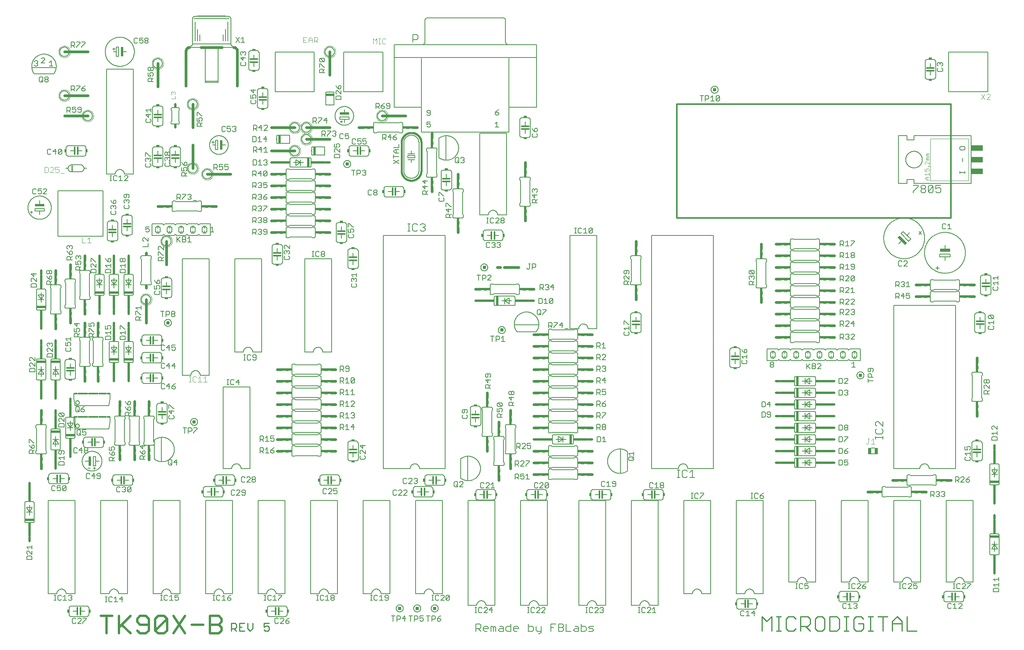
<source format=gto>
G75*
%MOIN*%
%OFA0B0*%
%FSLAX25Y25*%
%IPPOS*%
%LPD*%
%AMOC8*
5,1,8,0,0,1.08239X$1,22.5*
%
%ADD10C,0.02000*%
%ADD11C,0.01100*%
%ADD12C,0.00600*%
%ADD13C,0.01200*%
%ADD14R,0.09000X0.02500*%
%ADD15C,0.00500*%
%ADD16R,0.03000X0.01500*%
%ADD17R,0.01500X0.03000*%
%ADD18R,0.02500X0.09000*%
%ADD19R,0.02000X0.08000*%
%ADD20R,0.08000X0.02000*%
%ADD21R,0.12000X0.02000*%
%ADD22R,0.02000X0.12000*%
%ADD23R,0.02000X0.07000*%
%ADD24R,0.07000X0.02000*%
%ADD25C,0.01000*%
%ADD26C,0.00400*%
%ADD27C,0.00200*%
%ADD28R,0.03500X0.05000*%
%ADD29R,0.06500X0.05000*%
%ADD30C,0.00700*%
%ADD31C,0.00800*%
%ADD32C,0.02400*%
%ADD33R,0.02400X0.01000*%
%ADD34R,0.02000X0.01500*%
%ADD35R,0.07000X0.01500*%
%ADD36R,0.03400X0.02400*%
%ADD37R,0.02400X0.03400*%
%ADD38R,0.01000X0.02000*%
%ADD39R,0.02600X0.02600*%
%ADD40C,0.01600*%
%ADD41R,0.02000X0.01000*%
%ADD42R,0.02559X0.05512*%
D10*
X0083600Y0026113D02*
X0093609Y0026113D01*
X0088604Y0026113D02*
X0088604Y0011100D01*
X0099253Y0011100D02*
X0099253Y0026113D01*
X0101755Y0018606D02*
X0109262Y0011100D01*
X0114907Y0013602D02*
X0117409Y0011100D01*
X0122413Y0011100D01*
X0124915Y0013602D01*
X0124915Y0023611D01*
X0122413Y0026113D01*
X0117409Y0026113D01*
X0114907Y0023611D01*
X0114907Y0021109D01*
X0117409Y0018606D01*
X0124915Y0018606D01*
X0130560Y0013602D02*
X0140569Y0023611D01*
X0140569Y0013602D01*
X0138067Y0011100D01*
X0133062Y0011100D01*
X0130560Y0013602D01*
X0130560Y0023611D01*
X0133062Y0026113D01*
X0138067Y0026113D01*
X0140569Y0023611D01*
X0146213Y0026113D02*
X0156222Y0011100D01*
X0161867Y0018606D02*
X0171875Y0018606D01*
X0177520Y0018606D02*
X0185027Y0018606D01*
X0187529Y0016104D01*
X0187529Y0013602D01*
X0185027Y0011100D01*
X0177520Y0011100D01*
X0177520Y0026113D01*
X0185027Y0026113D01*
X0187529Y0023611D01*
X0187529Y0021109D01*
X0185027Y0018606D01*
X0156222Y0026113D02*
X0146213Y0011100D01*
X0109262Y0026113D02*
X0099253Y0016104D01*
X0022600Y0090100D02*
X0022600Y0093600D01*
X0022600Y0136600D02*
X0022600Y0140100D01*
X0045100Y0152600D02*
X0045100Y0156100D01*
X0057600Y0162600D02*
X0057600Y0166100D01*
X0045100Y0199100D02*
X0045100Y0202600D01*
X0057600Y0209100D02*
X0057600Y0212600D01*
X0045100Y0212600D02*
X0045100Y0216100D01*
X0032600Y0216100D02*
X0032600Y0212600D01*
X0095100Y0227600D02*
X0095100Y0231100D01*
X0107600Y0231100D02*
X0107600Y0227600D01*
X0045100Y0259100D02*
X0045100Y0262600D01*
X0032600Y0262600D02*
X0032600Y0259100D01*
X0032600Y0272600D02*
X0032600Y0276100D01*
X0082600Y0285100D02*
X0082600Y0288600D01*
X0095100Y0288600D02*
X0095100Y0285100D01*
X0095100Y0277600D02*
X0095100Y0274100D01*
X0107600Y0274100D02*
X0107600Y0277600D01*
X0107600Y0285100D02*
X0107600Y0288600D01*
X0107600Y0331600D02*
X0107600Y0335100D01*
X0095100Y0335100D02*
X0095100Y0331600D01*
X0082600Y0331600D02*
X0082600Y0335100D01*
X0032600Y0322600D02*
X0032600Y0319100D01*
X0230100Y0415100D02*
X0233600Y0415100D01*
X0276600Y0415100D02*
X0280100Y0415100D01*
X0147600Y0445100D02*
X0147600Y0447100D01*
X0147600Y0463100D02*
X0147600Y0465100D01*
X0405100Y0296350D02*
X0408600Y0296350D01*
X0451600Y0296350D02*
X0455100Y0296350D01*
X0455100Y0177600D02*
X0458600Y0177600D01*
X0501600Y0177600D02*
X0505100Y0177600D01*
X0662600Y0177600D02*
X0666100Y0177600D01*
X0666100Y0167600D02*
X0662600Y0167600D01*
X0662600Y0157600D02*
X0666100Y0157600D01*
X0666100Y0187600D02*
X0662600Y0187600D01*
X0662600Y0197600D02*
X0666100Y0197600D01*
X0666100Y0207600D02*
X0662600Y0207600D01*
X0662600Y0217600D02*
X0666100Y0217600D01*
X0666100Y0227600D02*
X0662600Y0227600D01*
X0709100Y0227600D02*
X0712600Y0227600D01*
X0712600Y0217600D02*
X0709100Y0217600D01*
X0709100Y0207600D02*
X0712600Y0207600D01*
X0712600Y0197600D02*
X0709100Y0197600D01*
X0709100Y0187600D02*
X0712600Y0187600D01*
X0712600Y0177600D02*
X0709100Y0177600D01*
X0709100Y0167600D02*
X0712600Y0167600D01*
X0712600Y0157600D02*
X0709100Y0157600D01*
X0850100Y0169100D02*
X0850100Y0172600D01*
X0850100Y0126100D02*
X0850100Y0122600D01*
X0850100Y0112600D02*
X0850100Y0109100D01*
X0850100Y0066100D02*
X0850100Y0062600D01*
D11*
X0783230Y0013150D02*
X0774956Y0013150D01*
X0774956Y0025561D01*
X0770799Y0021424D02*
X0770799Y0013150D01*
X0770799Y0019355D02*
X0762526Y0019355D01*
X0762526Y0021424D02*
X0766662Y0025561D01*
X0770799Y0021424D01*
X0762526Y0021424D02*
X0762526Y0013150D01*
X0754232Y0013150D02*
X0754232Y0025561D01*
X0750095Y0025561D02*
X0758369Y0025561D01*
X0745945Y0025561D02*
X0741808Y0025561D01*
X0743876Y0025561D02*
X0743876Y0013150D01*
X0741808Y0013150D02*
X0745945Y0013150D01*
X0737651Y0015218D02*
X0737651Y0019355D01*
X0733514Y0019355D01*
X0729377Y0015218D02*
X0731446Y0013150D01*
X0735583Y0013150D01*
X0737651Y0015218D01*
X0729377Y0015218D02*
X0729377Y0023492D01*
X0731446Y0025561D01*
X0735583Y0025561D01*
X0737651Y0023492D01*
X0725227Y0025561D02*
X0721090Y0025561D01*
X0723159Y0025561D02*
X0723159Y0013150D01*
X0725227Y0013150D02*
X0721090Y0013150D01*
X0716933Y0015218D02*
X0716933Y0023492D01*
X0714865Y0025561D01*
X0708660Y0025561D01*
X0708660Y0013150D01*
X0714865Y0013150D01*
X0716933Y0015218D01*
X0704503Y0015218D02*
X0704503Y0023492D01*
X0702434Y0025561D01*
X0698297Y0025561D01*
X0696229Y0023492D01*
X0696229Y0015218D01*
X0698297Y0013150D01*
X0702434Y0013150D01*
X0704503Y0015218D01*
X0692072Y0013150D02*
X0687935Y0017287D01*
X0690004Y0017287D02*
X0683798Y0017287D01*
X0683798Y0013150D02*
X0683798Y0025561D01*
X0690004Y0025561D01*
X0692072Y0023492D01*
X0692072Y0019355D01*
X0690004Y0017287D01*
X0679641Y0015218D02*
X0677573Y0013150D01*
X0673436Y0013150D01*
X0671368Y0015218D01*
X0671368Y0023492D01*
X0673436Y0025561D01*
X0677573Y0025561D01*
X0679641Y0023492D01*
X0667217Y0025561D02*
X0663081Y0025561D01*
X0665149Y0025561D02*
X0665149Y0013150D01*
X0663081Y0013150D02*
X0667217Y0013150D01*
X0658924Y0013150D02*
X0658924Y0025561D01*
X0654787Y0021424D01*
X0650650Y0025561D01*
X0650650Y0013150D01*
X0227979Y0014234D02*
X0226895Y0013150D01*
X0224726Y0013150D01*
X0223642Y0014234D01*
X0223642Y0016403D02*
X0225810Y0017487D01*
X0226895Y0017487D01*
X0227979Y0016403D01*
X0227979Y0014234D01*
X0223642Y0016403D02*
X0223642Y0019656D01*
X0227979Y0019656D01*
X0213983Y0019656D02*
X0213983Y0015319D01*
X0211814Y0013150D01*
X0209646Y0015319D01*
X0209646Y0019656D01*
X0206985Y0019656D02*
X0202648Y0019656D01*
X0202648Y0013150D01*
X0206985Y0013150D01*
X0204816Y0016403D02*
X0202648Y0016403D01*
X0199987Y0016403D02*
X0198903Y0015319D01*
X0195650Y0015319D01*
X0197819Y0015319D02*
X0199987Y0013150D01*
X0199987Y0016403D02*
X0199987Y0018571D01*
X0198903Y0019656D01*
X0195650Y0019656D01*
X0195650Y0013150D01*
D12*
X0226600Y0027600D02*
X0226600Y0032600D01*
X0226602Y0032687D01*
X0226608Y0032774D01*
X0226617Y0032861D01*
X0226630Y0032947D01*
X0226647Y0033033D01*
X0226668Y0033118D01*
X0226693Y0033201D01*
X0226721Y0033284D01*
X0226752Y0033365D01*
X0226787Y0033445D01*
X0226826Y0033523D01*
X0226868Y0033600D01*
X0226913Y0033675D01*
X0226962Y0033747D01*
X0227013Y0033818D01*
X0227068Y0033886D01*
X0227125Y0033951D01*
X0227186Y0034014D01*
X0227249Y0034075D01*
X0227314Y0034132D01*
X0227382Y0034187D01*
X0227453Y0034238D01*
X0227525Y0034287D01*
X0227600Y0034332D01*
X0227677Y0034374D01*
X0227755Y0034413D01*
X0227835Y0034448D01*
X0227916Y0034479D01*
X0227999Y0034507D01*
X0228082Y0034532D01*
X0228167Y0034553D01*
X0228253Y0034570D01*
X0228339Y0034583D01*
X0228426Y0034592D01*
X0228513Y0034598D01*
X0228600Y0034600D01*
X0241600Y0034600D01*
X0241687Y0034598D01*
X0241774Y0034592D01*
X0241861Y0034583D01*
X0241947Y0034570D01*
X0242033Y0034553D01*
X0242118Y0034532D01*
X0242201Y0034507D01*
X0242284Y0034479D01*
X0242365Y0034448D01*
X0242445Y0034413D01*
X0242523Y0034374D01*
X0242600Y0034332D01*
X0242675Y0034287D01*
X0242747Y0034238D01*
X0242818Y0034187D01*
X0242886Y0034132D01*
X0242951Y0034075D01*
X0243014Y0034014D01*
X0243075Y0033951D01*
X0243132Y0033886D01*
X0243187Y0033818D01*
X0243238Y0033747D01*
X0243287Y0033675D01*
X0243332Y0033600D01*
X0243374Y0033523D01*
X0243413Y0033445D01*
X0243448Y0033365D01*
X0243479Y0033284D01*
X0243507Y0033201D01*
X0243532Y0033118D01*
X0243553Y0033033D01*
X0243570Y0032947D01*
X0243583Y0032861D01*
X0243592Y0032774D01*
X0243598Y0032687D01*
X0243600Y0032600D01*
X0243600Y0027600D01*
X0243598Y0027513D01*
X0243592Y0027426D01*
X0243583Y0027339D01*
X0243570Y0027253D01*
X0243553Y0027167D01*
X0243532Y0027082D01*
X0243507Y0026999D01*
X0243479Y0026916D01*
X0243448Y0026835D01*
X0243413Y0026755D01*
X0243374Y0026677D01*
X0243332Y0026600D01*
X0243287Y0026525D01*
X0243238Y0026453D01*
X0243187Y0026382D01*
X0243132Y0026314D01*
X0243075Y0026249D01*
X0243014Y0026186D01*
X0242951Y0026125D01*
X0242886Y0026068D01*
X0242818Y0026013D01*
X0242747Y0025962D01*
X0242675Y0025913D01*
X0242600Y0025868D01*
X0242523Y0025826D01*
X0242445Y0025787D01*
X0242365Y0025752D01*
X0242284Y0025721D01*
X0242201Y0025693D01*
X0242118Y0025668D01*
X0242033Y0025647D01*
X0241947Y0025630D01*
X0241861Y0025617D01*
X0241774Y0025608D01*
X0241687Y0025602D01*
X0241600Y0025600D01*
X0228600Y0025600D01*
X0228513Y0025602D01*
X0228426Y0025608D01*
X0228339Y0025617D01*
X0228253Y0025630D01*
X0228167Y0025647D01*
X0228082Y0025668D01*
X0227999Y0025693D01*
X0227916Y0025721D01*
X0227835Y0025752D01*
X0227755Y0025787D01*
X0227677Y0025826D01*
X0227600Y0025868D01*
X0227525Y0025913D01*
X0227453Y0025962D01*
X0227382Y0026013D01*
X0227314Y0026068D01*
X0227249Y0026125D01*
X0227186Y0026186D01*
X0227125Y0026249D01*
X0227068Y0026314D01*
X0227013Y0026382D01*
X0226962Y0026453D01*
X0226913Y0026525D01*
X0226868Y0026600D01*
X0226826Y0026677D01*
X0226787Y0026755D01*
X0226752Y0026835D01*
X0226721Y0026916D01*
X0226693Y0026999D01*
X0226668Y0027082D01*
X0226647Y0027167D01*
X0226630Y0027253D01*
X0226617Y0027339D01*
X0226608Y0027426D01*
X0226602Y0027513D01*
X0226600Y0027600D01*
X0230100Y0030100D02*
X0233800Y0030100D01*
X0236300Y0030100D02*
X0240100Y0030100D01*
X0241600Y0045100D02*
X0234100Y0045100D01*
X0234098Y0045226D01*
X0234092Y0045351D01*
X0234082Y0045476D01*
X0234068Y0045601D01*
X0234051Y0045726D01*
X0234029Y0045850D01*
X0234004Y0045973D01*
X0233974Y0046095D01*
X0233941Y0046216D01*
X0233904Y0046336D01*
X0233864Y0046455D01*
X0233819Y0046572D01*
X0233771Y0046689D01*
X0233719Y0046803D01*
X0233664Y0046916D01*
X0233605Y0047027D01*
X0233543Y0047136D01*
X0233477Y0047243D01*
X0233408Y0047348D01*
X0233336Y0047451D01*
X0233261Y0047552D01*
X0233182Y0047650D01*
X0233100Y0047745D01*
X0233016Y0047838D01*
X0232928Y0047928D01*
X0232838Y0048016D01*
X0232745Y0048100D01*
X0232650Y0048182D01*
X0232552Y0048261D01*
X0232451Y0048336D01*
X0232348Y0048408D01*
X0232243Y0048477D01*
X0232136Y0048543D01*
X0232027Y0048605D01*
X0231916Y0048664D01*
X0231803Y0048719D01*
X0231689Y0048771D01*
X0231572Y0048819D01*
X0231455Y0048864D01*
X0231336Y0048904D01*
X0231216Y0048941D01*
X0231095Y0048974D01*
X0230973Y0049004D01*
X0230850Y0049029D01*
X0230726Y0049051D01*
X0230601Y0049068D01*
X0230476Y0049082D01*
X0230351Y0049092D01*
X0230226Y0049098D01*
X0230100Y0049100D01*
X0229974Y0049098D01*
X0229849Y0049092D01*
X0229724Y0049082D01*
X0229599Y0049068D01*
X0229474Y0049051D01*
X0229350Y0049029D01*
X0229227Y0049004D01*
X0229105Y0048974D01*
X0228984Y0048941D01*
X0228864Y0048904D01*
X0228745Y0048864D01*
X0228628Y0048819D01*
X0228511Y0048771D01*
X0228397Y0048719D01*
X0228284Y0048664D01*
X0228173Y0048605D01*
X0228064Y0048543D01*
X0227957Y0048477D01*
X0227852Y0048408D01*
X0227749Y0048336D01*
X0227648Y0048261D01*
X0227550Y0048182D01*
X0227455Y0048100D01*
X0227362Y0048016D01*
X0227272Y0047928D01*
X0227184Y0047838D01*
X0227100Y0047745D01*
X0227018Y0047650D01*
X0226939Y0047552D01*
X0226864Y0047451D01*
X0226792Y0047348D01*
X0226723Y0047243D01*
X0226657Y0047136D01*
X0226595Y0047027D01*
X0226536Y0046916D01*
X0226481Y0046803D01*
X0226429Y0046689D01*
X0226381Y0046572D01*
X0226336Y0046455D01*
X0226296Y0046336D01*
X0226259Y0046216D01*
X0226226Y0046095D01*
X0226196Y0045973D01*
X0226171Y0045850D01*
X0226149Y0045726D01*
X0226132Y0045601D01*
X0226118Y0045476D01*
X0226108Y0045351D01*
X0226102Y0045226D01*
X0226100Y0045100D01*
X0218600Y0045100D01*
X0218600Y0125100D01*
X0241600Y0125100D01*
X0241600Y0045100D01*
X0263600Y0045100D02*
X0271100Y0045100D01*
X0271102Y0045226D01*
X0271108Y0045351D01*
X0271118Y0045476D01*
X0271132Y0045601D01*
X0271149Y0045726D01*
X0271171Y0045850D01*
X0271196Y0045973D01*
X0271226Y0046095D01*
X0271259Y0046216D01*
X0271296Y0046336D01*
X0271336Y0046455D01*
X0271381Y0046572D01*
X0271429Y0046689D01*
X0271481Y0046803D01*
X0271536Y0046916D01*
X0271595Y0047027D01*
X0271657Y0047136D01*
X0271723Y0047243D01*
X0271792Y0047348D01*
X0271864Y0047451D01*
X0271939Y0047552D01*
X0272018Y0047650D01*
X0272100Y0047745D01*
X0272184Y0047838D01*
X0272272Y0047928D01*
X0272362Y0048016D01*
X0272455Y0048100D01*
X0272550Y0048182D01*
X0272648Y0048261D01*
X0272749Y0048336D01*
X0272852Y0048408D01*
X0272957Y0048477D01*
X0273064Y0048543D01*
X0273173Y0048605D01*
X0273284Y0048664D01*
X0273397Y0048719D01*
X0273511Y0048771D01*
X0273628Y0048819D01*
X0273745Y0048864D01*
X0273864Y0048904D01*
X0273984Y0048941D01*
X0274105Y0048974D01*
X0274227Y0049004D01*
X0274350Y0049029D01*
X0274474Y0049051D01*
X0274599Y0049068D01*
X0274724Y0049082D01*
X0274849Y0049092D01*
X0274974Y0049098D01*
X0275100Y0049100D01*
X0275226Y0049098D01*
X0275351Y0049092D01*
X0275476Y0049082D01*
X0275601Y0049068D01*
X0275726Y0049051D01*
X0275850Y0049029D01*
X0275973Y0049004D01*
X0276095Y0048974D01*
X0276216Y0048941D01*
X0276336Y0048904D01*
X0276455Y0048864D01*
X0276572Y0048819D01*
X0276689Y0048771D01*
X0276803Y0048719D01*
X0276916Y0048664D01*
X0277027Y0048605D01*
X0277136Y0048543D01*
X0277243Y0048477D01*
X0277348Y0048408D01*
X0277451Y0048336D01*
X0277552Y0048261D01*
X0277650Y0048182D01*
X0277745Y0048100D01*
X0277838Y0048016D01*
X0277928Y0047928D01*
X0278016Y0047838D01*
X0278100Y0047745D01*
X0278182Y0047650D01*
X0278261Y0047552D01*
X0278336Y0047451D01*
X0278408Y0047348D01*
X0278477Y0047243D01*
X0278543Y0047136D01*
X0278605Y0047027D01*
X0278664Y0046916D01*
X0278719Y0046803D01*
X0278771Y0046689D01*
X0278819Y0046572D01*
X0278864Y0046455D01*
X0278904Y0046336D01*
X0278941Y0046216D01*
X0278974Y0046095D01*
X0279004Y0045973D01*
X0279029Y0045850D01*
X0279051Y0045726D01*
X0279068Y0045601D01*
X0279082Y0045476D01*
X0279092Y0045351D01*
X0279098Y0045226D01*
X0279100Y0045100D01*
X0286600Y0045100D01*
X0286600Y0125100D01*
X0263600Y0125100D01*
X0263600Y0045100D01*
X0308600Y0045100D02*
X0316100Y0045100D01*
X0316102Y0045226D01*
X0316108Y0045351D01*
X0316118Y0045476D01*
X0316132Y0045601D01*
X0316149Y0045726D01*
X0316171Y0045850D01*
X0316196Y0045973D01*
X0316226Y0046095D01*
X0316259Y0046216D01*
X0316296Y0046336D01*
X0316336Y0046455D01*
X0316381Y0046572D01*
X0316429Y0046689D01*
X0316481Y0046803D01*
X0316536Y0046916D01*
X0316595Y0047027D01*
X0316657Y0047136D01*
X0316723Y0047243D01*
X0316792Y0047348D01*
X0316864Y0047451D01*
X0316939Y0047552D01*
X0317018Y0047650D01*
X0317100Y0047745D01*
X0317184Y0047838D01*
X0317272Y0047928D01*
X0317362Y0048016D01*
X0317455Y0048100D01*
X0317550Y0048182D01*
X0317648Y0048261D01*
X0317749Y0048336D01*
X0317852Y0048408D01*
X0317957Y0048477D01*
X0318064Y0048543D01*
X0318173Y0048605D01*
X0318284Y0048664D01*
X0318397Y0048719D01*
X0318511Y0048771D01*
X0318628Y0048819D01*
X0318745Y0048864D01*
X0318864Y0048904D01*
X0318984Y0048941D01*
X0319105Y0048974D01*
X0319227Y0049004D01*
X0319350Y0049029D01*
X0319474Y0049051D01*
X0319599Y0049068D01*
X0319724Y0049082D01*
X0319849Y0049092D01*
X0319974Y0049098D01*
X0320100Y0049100D01*
X0320226Y0049098D01*
X0320351Y0049092D01*
X0320476Y0049082D01*
X0320601Y0049068D01*
X0320726Y0049051D01*
X0320850Y0049029D01*
X0320973Y0049004D01*
X0321095Y0048974D01*
X0321216Y0048941D01*
X0321336Y0048904D01*
X0321455Y0048864D01*
X0321572Y0048819D01*
X0321689Y0048771D01*
X0321803Y0048719D01*
X0321916Y0048664D01*
X0322027Y0048605D01*
X0322136Y0048543D01*
X0322243Y0048477D01*
X0322348Y0048408D01*
X0322451Y0048336D01*
X0322552Y0048261D01*
X0322650Y0048182D01*
X0322745Y0048100D01*
X0322838Y0048016D01*
X0322928Y0047928D01*
X0323016Y0047838D01*
X0323100Y0047745D01*
X0323182Y0047650D01*
X0323261Y0047552D01*
X0323336Y0047451D01*
X0323408Y0047348D01*
X0323477Y0047243D01*
X0323543Y0047136D01*
X0323605Y0047027D01*
X0323664Y0046916D01*
X0323719Y0046803D01*
X0323771Y0046689D01*
X0323819Y0046572D01*
X0323864Y0046455D01*
X0323904Y0046336D01*
X0323941Y0046216D01*
X0323974Y0046095D01*
X0324004Y0045973D01*
X0324029Y0045850D01*
X0324051Y0045726D01*
X0324068Y0045601D01*
X0324082Y0045476D01*
X0324092Y0045351D01*
X0324098Y0045226D01*
X0324100Y0045100D01*
X0331600Y0045100D01*
X0331600Y0125100D01*
X0308600Y0125100D01*
X0308600Y0045100D01*
X0337100Y0032600D02*
X0337102Y0032709D01*
X0337108Y0032818D01*
X0337118Y0032926D01*
X0337132Y0033034D01*
X0337149Y0033142D01*
X0337171Y0033249D01*
X0337196Y0033355D01*
X0337226Y0033459D01*
X0337259Y0033563D01*
X0337296Y0033666D01*
X0337336Y0033767D01*
X0337380Y0033866D01*
X0337428Y0033964D01*
X0337480Y0034061D01*
X0337534Y0034155D01*
X0337592Y0034247D01*
X0337654Y0034337D01*
X0337719Y0034424D01*
X0337786Y0034510D01*
X0337857Y0034593D01*
X0337931Y0034673D01*
X0338008Y0034750D01*
X0338087Y0034825D01*
X0338169Y0034896D01*
X0338254Y0034965D01*
X0338341Y0035030D01*
X0338430Y0035093D01*
X0338522Y0035151D01*
X0338616Y0035207D01*
X0338711Y0035259D01*
X0338809Y0035308D01*
X0338908Y0035353D01*
X0339009Y0035395D01*
X0339111Y0035432D01*
X0339214Y0035466D01*
X0339319Y0035497D01*
X0339425Y0035523D01*
X0339531Y0035546D01*
X0339639Y0035564D01*
X0339747Y0035579D01*
X0339855Y0035590D01*
X0339964Y0035597D01*
X0340073Y0035600D01*
X0340182Y0035599D01*
X0340291Y0035594D01*
X0340399Y0035585D01*
X0340507Y0035572D01*
X0340615Y0035555D01*
X0340722Y0035535D01*
X0340828Y0035510D01*
X0340933Y0035482D01*
X0341037Y0035450D01*
X0341140Y0035414D01*
X0341242Y0035374D01*
X0341342Y0035331D01*
X0341440Y0035284D01*
X0341537Y0035234D01*
X0341631Y0035180D01*
X0341724Y0035122D01*
X0341815Y0035062D01*
X0341903Y0034998D01*
X0341989Y0034931D01*
X0342072Y0034861D01*
X0342153Y0034788D01*
X0342231Y0034712D01*
X0342306Y0034633D01*
X0342379Y0034551D01*
X0342448Y0034467D01*
X0342514Y0034381D01*
X0342577Y0034292D01*
X0342637Y0034201D01*
X0342694Y0034108D01*
X0342747Y0034013D01*
X0342796Y0033916D01*
X0342842Y0033817D01*
X0342884Y0033717D01*
X0342923Y0033615D01*
X0342958Y0033511D01*
X0342989Y0033407D01*
X0343017Y0033302D01*
X0343040Y0033195D01*
X0343060Y0033088D01*
X0343076Y0032980D01*
X0343088Y0032872D01*
X0343096Y0032763D01*
X0343100Y0032654D01*
X0343100Y0032546D01*
X0343096Y0032437D01*
X0343088Y0032328D01*
X0343076Y0032220D01*
X0343060Y0032112D01*
X0343040Y0032005D01*
X0343017Y0031898D01*
X0342989Y0031793D01*
X0342958Y0031689D01*
X0342923Y0031585D01*
X0342884Y0031483D01*
X0342842Y0031383D01*
X0342796Y0031284D01*
X0342747Y0031187D01*
X0342694Y0031092D01*
X0342637Y0030999D01*
X0342577Y0030908D01*
X0342514Y0030819D01*
X0342448Y0030733D01*
X0342379Y0030649D01*
X0342306Y0030567D01*
X0342231Y0030488D01*
X0342153Y0030412D01*
X0342072Y0030339D01*
X0341989Y0030269D01*
X0341903Y0030202D01*
X0341815Y0030138D01*
X0341724Y0030078D01*
X0341631Y0030020D01*
X0341537Y0029966D01*
X0341440Y0029916D01*
X0341342Y0029869D01*
X0341242Y0029826D01*
X0341140Y0029786D01*
X0341037Y0029750D01*
X0340933Y0029718D01*
X0340828Y0029690D01*
X0340722Y0029665D01*
X0340615Y0029645D01*
X0340507Y0029628D01*
X0340399Y0029615D01*
X0340291Y0029606D01*
X0340182Y0029601D01*
X0340073Y0029600D01*
X0339964Y0029603D01*
X0339855Y0029610D01*
X0339747Y0029621D01*
X0339639Y0029636D01*
X0339531Y0029654D01*
X0339425Y0029677D01*
X0339319Y0029703D01*
X0339214Y0029734D01*
X0339111Y0029768D01*
X0339009Y0029805D01*
X0338908Y0029847D01*
X0338809Y0029892D01*
X0338711Y0029941D01*
X0338616Y0029993D01*
X0338522Y0030049D01*
X0338430Y0030107D01*
X0338341Y0030170D01*
X0338254Y0030235D01*
X0338169Y0030304D01*
X0338087Y0030375D01*
X0338008Y0030450D01*
X0337931Y0030527D01*
X0337857Y0030607D01*
X0337786Y0030690D01*
X0337719Y0030776D01*
X0337654Y0030863D01*
X0337592Y0030953D01*
X0337534Y0031045D01*
X0337480Y0031139D01*
X0337428Y0031236D01*
X0337380Y0031334D01*
X0337336Y0031433D01*
X0337296Y0031534D01*
X0337259Y0031637D01*
X0337226Y0031741D01*
X0337196Y0031845D01*
X0337171Y0031951D01*
X0337149Y0032058D01*
X0337132Y0032166D01*
X0337118Y0032274D01*
X0337108Y0032382D01*
X0337102Y0032491D01*
X0337100Y0032600D01*
X0352100Y0032600D02*
X0352102Y0032709D01*
X0352108Y0032818D01*
X0352118Y0032926D01*
X0352132Y0033034D01*
X0352149Y0033142D01*
X0352171Y0033249D01*
X0352196Y0033355D01*
X0352226Y0033459D01*
X0352259Y0033563D01*
X0352296Y0033666D01*
X0352336Y0033767D01*
X0352380Y0033866D01*
X0352428Y0033964D01*
X0352480Y0034061D01*
X0352534Y0034155D01*
X0352592Y0034247D01*
X0352654Y0034337D01*
X0352719Y0034424D01*
X0352786Y0034510D01*
X0352857Y0034593D01*
X0352931Y0034673D01*
X0353008Y0034750D01*
X0353087Y0034825D01*
X0353169Y0034896D01*
X0353254Y0034965D01*
X0353341Y0035030D01*
X0353430Y0035093D01*
X0353522Y0035151D01*
X0353616Y0035207D01*
X0353711Y0035259D01*
X0353809Y0035308D01*
X0353908Y0035353D01*
X0354009Y0035395D01*
X0354111Y0035432D01*
X0354214Y0035466D01*
X0354319Y0035497D01*
X0354425Y0035523D01*
X0354531Y0035546D01*
X0354639Y0035564D01*
X0354747Y0035579D01*
X0354855Y0035590D01*
X0354964Y0035597D01*
X0355073Y0035600D01*
X0355182Y0035599D01*
X0355291Y0035594D01*
X0355399Y0035585D01*
X0355507Y0035572D01*
X0355615Y0035555D01*
X0355722Y0035535D01*
X0355828Y0035510D01*
X0355933Y0035482D01*
X0356037Y0035450D01*
X0356140Y0035414D01*
X0356242Y0035374D01*
X0356342Y0035331D01*
X0356440Y0035284D01*
X0356537Y0035234D01*
X0356631Y0035180D01*
X0356724Y0035122D01*
X0356815Y0035062D01*
X0356903Y0034998D01*
X0356989Y0034931D01*
X0357072Y0034861D01*
X0357153Y0034788D01*
X0357231Y0034712D01*
X0357306Y0034633D01*
X0357379Y0034551D01*
X0357448Y0034467D01*
X0357514Y0034381D01*
X0357577Y0034292D01*
X0357637Y0034201D01*
X0357694Y0034108D01*
X0357747Y0034013D01*
X0357796Y0033916D01*
X0357842Y0033817D01*
X0357884Y0033717D01*
X0357923Y0033615D01*
X0357958Y0033511D01*
X0357989Y0033407D01*
X0358017Y0033302D01*
X0358040Y0033195D01*
X0358060Y0033088D01*
X0358076Y0032980D01*
X0358088Y0032872D01*
X0358096Y0032763D01*
X0358100Y0032654D01*
X0358100Y0032546D01*
X0358096Y0032437D01*
X0358088Y0032328D01*
X0358076Y0032220D01*
X0358060Y0032112D01*
X0358040Y0032005D01*
X0358017Y0031898D01*
X0357989Y0031793D01*
X0357958Y0031689D01*
X0357923Y0031585D01*
X0357884Y0031483D01*
X0357842Y0031383D01*
X0357796Y0031284D01*
X0357747Y0031187D01*
X0357694Y0031092D01*
X0357637Y0030999D01*
X0357577Y0030908D01*
X0357514Y0030819D01*
X0357448Y0030733D01*
X0357379Y0030649D01*
X0357306Y0030567D01*
X0357231Y0030488D01*
X0357153Y0030412D01*
X0357072Y0030339D01*
X0356989Y0030269D01*
X0356903Y0030202D01*
X0356815Y0030138D01*
X0356724Y0030078D01*
X0356631Y0030020D01*
X0356537Y0029966D01*
X0356440Y0029916D01*
X0356342Y0029869D01*
X0356242Y0029826D01*
X0356140Y0029786D01*
X0356037Y0029750D01*
X0355933Y0029718D01*
X0355828Y0029690D01*
X0355722Y0029665D01*
X0355615Y0029645D01*
X0355507Y0029628D01*
X0355399Y0029615D01*
X0355291Y0029606D01*
X0355182Y0029601D01*
X0355073Y0029600D01*
X0354964Y0029603D01*
X0354855Y0029610D01*
X0354747Y0029621D01*
X0354639Y0029636D01*
X0354531Y0029654D01*
X0354425Y0029677D01*
X0354319Y0029703D01*
X0354214Y0029734D01*
X0354111Y0029768D01*
X0354009Y0029805D01*
X0353908Y0029847D01*
X0353809Y0029892D01*
X0353711Y0029941D01*
X0353616Y0029993D01*
X0353522Y0030049D01*
X0353430Y0030107D01*
X0353341Y0030170D01*
X0353254Y0030235D01*
X0353169Y0030304D01*
X0353087Y0030375D01*
X0353008Y0030450D01*
X0352931Y0030527D01*
X0352857Y0030607D01*
X0352786Y0030690D01*
X0352719Y0030776D01*
X0352654Y0030863D01*
X0352592Y0030953D01*
X0352534Y0031045D01*
X0352480Y0031139D01*
X0352428Y0031236D01*
X0352380Y0031334D01*
X0352336Y0031433D01*
X0352296Y0031534D01*
X0352259Y0031637D01*
X0352226Y0031741D01*
X0352196Y0031845D01*
X0352171Y0031951D01*
X0352149Y0032058D01*
X0352132Y0032166D01*
X0352118Y0032274D01*
X0352108Y0032382D01*
X0352102Y0032491D01*
X0352100Y0032600D01*
X0353600Y0045100D02*
X0361100Y0045100D01*
X0361102Y0045226D01*
X0361108Y0045351D01*
X0361118Y0045476D01*
X0361132Y0045601D01*
X0361149Y0045726D01*
X0361171Y0045850D01*
X0361196Y0045973D01*
X0361226Y0046095D01*
X0361259Y0046216D01*
X0361296Y0046336D01*
X0361336Y0046455D01*
X0361381Y0046572D01*
X0361429Y0046689D01*
X0361481Y0046803D01*
X0361536Y0046916D01*
X0361595Y0047027D01*
X0361657Y0047136D01*
X0361723Y0047243D01*
X0361792Y0047348D01*
X0361864Y0047451D01*
X0361939Y0047552D01*
X0362018Y0047650D01*
X0362100Y0047745D01*
X0362184Y0047838D01*
X0362272Y0047928D01*
X0362362Y0048016D01*
X0362455Y0048100D01*
X0362550Y0048182D01*
X0362648Y0048261D01*
X0362749Y0048336D01*
X0362852Y0048408D01*
X0362957Y0048477D01*
X0363064Y0048543D01*
X0363173Y0048605D01*
X0363284Y0048664D01*
X0363397Y0048719D01*
X0363511Y0048771D01*
X0363628Y0048819D01*
X0363745Y0048864D01*
X0363864Y0048904D01*
X0363984Y0048941D01*
X0364105Y0048974D01*
X0364227Y0049004D01*
X0364350Y0049029D01*
X0364474Y0049051D01*
X0364599Y0049068D01*
X0364724Y0049082D01*
X0364849Y0049092D01*
X0364974Y0049098D01*
X0365100Y0049100D01*
X0365226Y0049098D01*
X0365351Y0049092D01*
X0365476Y0049082D01*
X0365601Y0049068D01*
X0365726Y0049051D01*
X0365850Y0049029D01*
X0365973Y0049004D01*
X0366095Y0048974D01*
X0366216Y0048941D01*
X0366336Y0048904D01*
X0366455Y0048864D01*
X0366572Y0048819D01*
X0366689Y0048771D01*
X0366803Y0048719D01*
X0366916Y0048664D01*
X0367027Y0048605D01*
X0367136Y0048543D01*
X0367243Y0048477D01*
X0367348Y0048408D01*
X0367451Y0048336D01*
X0367552Y0048261D01*
X0367650Y0048182D01*
X0367745Y0048100D01*
X0367838Y0048016D01*
X0367928Y0047928D01*
X0368016Y0047838D01*
X0368100Y0047745D01*
X0368182Y0047650D01*
X0368261Y0047552D01*
X0368336Y0047451D01*
X0368408Y0047348D01*
X0368477Y0047243D01*
X0368543Y0047136D01*
X0368605Y0047027D01*
X0368664Y0046916D01*
X0368719Y0046803D01*
X0368771Y0046689D01*
X0368819Y0046572D01*
X0368864Y0046455D01*
X0368904Y0046336D01*
X0368941Y0046216D01*
X0368974Y0046095D01*
X0369004Y0045973D01*
X0369029Y0045850D01*
X0369051Y0045726D01*
X0369068Y0045601D01*
X0369082Y0045476D01*
X0369092Y0045351D01*
X0369098Y0045226D01*
X0369100Y0045100D01*
X0376600Y0045100D01*
X0376600Y0125100D01*
X0353600Y0125100D01*
X0353600Y0045100D01*
X0367100Y0032600D02*
X0367102Y0032709D01*
X0367108Y0032818D01*
X0367118Y0032926D01*
X0367132Y0033034D01*
X0367149Y0033142D01*
X0367171Y0033249D01*
X0367196Y0033355D01*
X0367226Y0033459D01*
X0367259Y0033563D01*
X0367296Y0033666D01*
X0367336Y0033767D01*
X0367380Y0033866D01*
X0367428Y0033964D01*
X0367480Y0034061D01*
X0367534Y0034155D01*
X0367592Y0034247D01*
X0367654Y0034337D01*
X0367719Y0034424D01*
X0367786Y0034510D01*
X0367857Y0034593D01*
X0367931Y0034673D01*
X0368008Y0034750D01*
X0368087Y0034825D01*
X0368169Y0034896D01*
X0368254Y0034965D01*
X0368341Y0035030D01*
X0368430Y0035093D01*
X0368522Y0035151D01*
X0368616Y0035207D01*
X0368711Y0035259D01*
X0368809Y0035308D01*
X0368908Y0035353D01*
X0369009Y0035395D01*
X0369111Y0035432D01*
X0369214Y0035466D01*
X0369319Y0035497D01*
X0369425Y0035523D01*
X0369531Y0035546D01*
X0369639Y0035564D01*
X0369747Y0035579D01*
X0369855Y0035590D01*
X0369964Y0035597D01*
X0370073Y0035600D01*
X0370182Y0035599D01*
X0370291Y0035594D01*
X0370399Y0035585D01*
X0370507Y0035572D01*
X0370615Y0035555D01*
X0370722Y0035535D01*
X0370828Y0035510D01*
X0370933Y0035482D01*
X0371037Y0035450D01*
X0371140Y0035414D01*
X0371242Y0035374D01*
X0371342Y0035331D01*
X0371440Y0035284D01*
X0371537Y0035234D01*
X0371631Y0035180D01*
X0371724Y0035122D01*
X0371815Y0035062D01*
X0371903Y0034998D01*
X0371989Y0034931D01*
X0372072Y0034861D01*
X0372153Y0034788D01*
X0372231Y0034712D01*
X0372306Y0034633D01*
X0372379Y0034551D01*
X0372448Y0034467D01*
X0372514Y0034381D01*
X0372577Y0034292D01*
X0372637Y0034201D01*
X0372694Y0034108D01*
X0372747Y0034013D01*
X0372796Y0033916D01*
X0372842Y0033817D01*
X0372884Y0033717D01*
X0372923Y0033615D01*
X0372958Y0033511D01*
X0372989Y0033407D01*
X0373017Y0033302D01*
X0373040Y0033195D01*
X0373060Y0033088D01*
X0373076Y0032980D01*
X0373088Y0032872D01*
X0373096Y0032763D01*
X0373100Y0032654D01*
X0373100Y0032546D01*
X0373096Y0032437D01*
X0373088Y0032328D01*
X0373076Y0032220D01*
X0373060Y0032112D01*
X0373040Y0032005D01*
X0373017Y0031898D01*
X0372989Y0031793D01*
X0372958Y0031689D01*
X0372923Y0031585D01*
X0372884Y0031483D01*
X0372842Y0031383D01*
X0372796Y0031284D01*
X0372747Y0031187D01*
X0372694Y0031092D01*
X0372637Y0030999D01*
X0372577Y0030908D01*
X0372514Y0030819D01*
X0372448Y0030733D01*
X0372379Y0030649D01*
X0372306Y0030567D01*
X0372231Y0030488D01*
X0372153Y0030412D01*
X0372072Y0030339D01*
X0371989Y0030269D01*
X0371903Y0030202D01*
X0371815Y0030138D01*
X0371724Y0030078D01*
X0371631Y0030020D01*
X0371537Y0029966D01*
X0371440Y0029916D01*
X0371342Y0029869D01*
X0371242Y0029826D01*
X0371140Y0029786D01*
X0371037Y0029750D01*
X0370933Y0029718D01*
X0370828Y0029690D01*
X0370722Y0029665D01*
X0370615Y0029645D01*
X0370507Y0029628D01*
X0370399Y0029615D01*
X0370291Y0029606D01*
X0370182Y0029601D01*
X0370073Y0029600D01*
X0369964Y0029603D01*
X0369855Y0029610D01*
X0369747Y0029621D01*
X0369639Y0029636D01*
X0369531Y0029654D01*
X0369425Y0029677D01*
X0369319Y0029703D01*
X0369214Y0029734D01*
X0369111Y0029768D01*
X0369009Y0029805D01*
X0368908Y0029847D01*
X0368809Y0029892D01*
X0368711Y0029941D01*
X0368616Y0029993D01*
X0368522Y0030049D01*
X0368430Y0030107D01*
X0368341Y0030170D01*
X0368254Y0030235D01*
X0368169Y0030304D01*
X0368087Y0030375D01*
X0368008Y0030450D01*
X0367931Y0030527D01*
X0367857Y0030607D01*
X0367786Y0030690D01*
X0367719Y0030776D01*
X0367654Y0030863D01*
X0367592Y0030953D01*
X0367534Y0031045D01*
X0367480Y0031139D01*
X0367428Y0031236D01*
X0367380Y0031334D01*
X0367336Y0031433D01*
X0367296Y0031534D01*
X0367259Y0031637D01*
X0367226Y0031741D01*
X0367196Y0031845D01*
X0367171Y0031951D01*
X0367149Y0032058D01*
X0367132Y0032166D01*
X0367118Y0032274D01*
X0367108Y0032382D01*
X0367102Y0032491D01*
X0367100Y0032600D01*
X0398600Y0035100D02*
X0406100Y0035100D01*
X0406102Y0035226D01*
X0406108Y0035351D01*
X0406118Y0035476D01*
X0406132Y0035601D01*
X0406149Y0035726D01*
X0406171Y0035850D01*
X0406196Y0035973D01*
X0406226Y0036095D01*
X0406259Y0036216D01*
X0406296Y0036336D01*
X0406336Y0036455D01*
X0406381Y0036572D01*
X0406429Y0036689D01*
X0406481Y0036803D01*
X0406536Y0036916D01*
X0406595Y0037027D01*
X0406657Y0037136D01*
X0406723Y0037243D01*
X0406792Y0037348D01*
X0406864Y0037451D01*
X0406939Y0037552D01*
X0407018Y0037650D01*
X0407100Y0037745D01*
X0407184Y0037838D01*
X0407272Y0037928D01*
X0407362Y0038016D01*
X0407455Y0038100D01*
X0407550Y0038182D01*
X0407648Y0038261D01*
X0407749Y0038336D01*
X0407852Y0038408D01*
X0407957Y0038477D01*
X0408064Y0038543D01*
X0408173Y0038605D01*
X0408284Y0038664D01*
X0408397Y0038719D01*
X0408511Y0038771D01*
X0408628Y0038819D01*
X0408745Y0038864D01*
X0408864Y0038904D01*
X0408984Y0038941D01*
X0409105Y0038974D01*
X0409227Y0039004D01*
X0409350Y0039029D01*
X0409474Y0039051D01*
X0409599Y0039068D01*
X0409724Y0039082D01*
X0409849Y0039092D01*
X0409974Y0039098D01*
X0410100Y0039100D01*
X0410226Y0039098D01*
X0410351Y0039092D01*
X0410476Y0039082D01*
X0410601Y0039068D01*
X0410726Y0039051D01*
X0410850Y0039029D01*
X0410973Y0039004D01*
X0411095Y0038974D01*
X0411216Y0038941D01*
X0411336Y0038904D01*
X0411455Y0038864D01*
X0411572Y0038819D01*
X0411689Y0038771D01*
X0411803Y0038719D01*
X0411916Y0038664D01*
X0412027Y0038605D01*
X0412136Y0038543D01*
X0412243Y0038477D01*
X0412348Y0038408D01*
X0412451Y0038336D01*
X0412552Y0038261D01*
X0412650Y0038182D01*
X0412745Y0038100D01*
X0412838Y0038016D01*
X0412928Y0037928D01*
X0413016Y0037838D01*
X0413100Y0037745D01*
X0413182Y0037650D01*
X0413261Y0037552D01*
X0413336Y0037451D01*
X0413408Y0037348D01*
X0413477Y0037243D01*
X0413543Y0037136D01*
X0413605Y0037027D01*
X0413664Y0036916D01*
X0413719Y0036803D01*
X0413771Y0036689D01*
X0413819Y0036572D01*
X0413864Y0036455D01*
X0413904Y0036336D01*
X0413941Y0036216D01*
X0413974Y0036095D01*
X0414004Y0035973D01*
X0414029Y0035850D01*
X0414051Y0035726D01*
X0414068Y0035601D01*
X0414082Y0035476D01*
X0414092Y0035351D01*
X0414098Y0035226D01*
X0414100Y0035100D01*
X0421600Y0035100D01*
X0421600Y0125100D01*
X0398600Y0125100D01*
X0398600Y0035100D01*
X0405400Y0019305D02*
X0408603Y0019305D01*
X0409670Y0018238D01*
X0409670Y0016103D01*
X0408603Y0015035D01*
X0405400Y0015035D01*
X0405400Y0012900D02*
X0405400Y0019305D01*
X0407535Y0015035D02*
X0409670Y0012900D01*
X0411845Y0013968D02*
X0411845Y0016103D01*
X0412913Y0017170D01*
X0415048Y0017170D01*
X0416116Y0016103D01*
X0416116Y0015035D01*
X0411845Y0015035D01*
X0411845Y0013968D02*
X0412913Y0012900D01*
X0415048Y0012900D01*
X0418291Y0012900D02*
X0418291Y0017170D01*
X0419359Y0017170D01*
X0420426Y0016103D01*
X0421494Y0017170D01*
X0422561Y0016103D01*
X0422561Y0012900D01*
X0420426Y0012900D02*
X0420426Y0016103D01*
X0424736Y0013968D02*
X0425804Y0015035D01*
X0429007Y0015035D01*
X0429007Y0016103D02*
X0429007Y0012900D01*
X0425804Y0012900D01*
X0424736Y0013968D01*
X0425804Y0017170D02*
X0427939Y0017170D01*
X0429007Y0016103D01*
X0431182Y0016103D02*
X0432250Y0017170D01*
X0435452Y0017170D01*
X0435452Y0019305D02*
X0435452Y0012900D01*
X0432250Y0012900D01*
X0431182Y0013968D01*
X0431182Y0016103D01*
X0437627Y0016103D02*
X0438695Y0017170D01*
X0440830Y0017170D01*
X0441898Y0016103D01*
X0441898Y0015035D01*
X0437627Y0015035D01*
X0437627Y0013968D02*
X0437627Y0016103D01*
X0437627Y0013968D02*
X0438695Y0012900D01*
X0440830Y0012900D01*
X0450518Y0012900D02*
X0450518Y0019305D01*
X0450518Y0017170D02*
X0453721Y0017170D01*
X0454789Y0016103D01*
X0454789Y0013968D01*
X0453721Y0012900D01*
X0450518Y0012900D01*
X0456964Y0013968D02*
X0456964Y0017170D01*
X0456964Y0013968D02*
X0458032Y0012900D01*
X0461234Y0012900D01*
X0461234Y0011832D02*
X0460167Y0010765D01*
X0459099Y0010765D01*
X0461234Y0011832D02*
X0461234Y0017170D01*
X0469855Y0016103D02*
X0471990Y0016103D01*
X0469855Y0019305D02*
X0474125Y0019305D01*
X0476300Y0019305D02*
X0479503Y0019305D01*
X0480571Y0018238D01*
X0480571Y0017170D01*
X0479503Y0016103D01*
X0476300Y0016103D01*
X0476300Y0019305D02*
X0476300Y0012900D01*
X0479503Y0012900D01*
X0480571Y0013968D01*
X0480571Y0015035D01*
X0479503Y0016103D01*
X0482746Y0019305D02*
X0482746Y0012900D01*
X0487016Y0012900D01*
X0489191Y0013968D02*
X0490259Y0015035D01*
X0493462Y0015035D01*
X0493462Y0016103D02*
X0493462Y0012900D01*
X0490259Y0012900D01*
X0489191Y0013968D01*
X0490259Y0017170D02*
X0492394Y0017170D01*
X0493462Y0016103D01*
X0495637Y0017170D02*
X0498840Y0017170D01*
X0499907Y0016103D01*
X0499907Y0013968D01*
X0498840Y0012900D01*
X0495637Y0012900D01*
X0495637Y0019305D01*
X0502082Y0016103D02*
X0503150Y0017170D01*
X0506353Y0017170D01*
X0505285Y0015035D02*
X0503150Y0015035D01*
X0502082Y0016103D01*
X0502082Y0012900D02*
X0505285Y0012900D01*
X0506353Y0013968D01*
X0505285Y0015035D01*
X0509100Y0035100D02*
X0509098Y0035226D01*
X0509092Y0035351D01*
X0509082Y0035476D01*
X0509068Y0035601D01*
X0509051Y0035726D01*
X0509029Y0035850D01*
X0509004Y0035973D01*
X0508974Y0036095D01*
X0508941Y0036216D01*
X0508904Y0036336D01*
X0508864Y0036455D01*
X0508819Y0036572D01*
X0508771Y0036689D01*
X0508719Y0036803D01*
X0508664Y0036916D01*
X0508605Y0037027D01*
X0508543Y0037136D01*
X0508477Y0037243D01*
X0508408Y0037348D01*
X0508336Y0037451D01*
X0508261Y0037552D01*
X0508182Y0037650D01*
X0508100Y0037745D01*
X0508016Y0037838D01*
X0507928Y0037928D01*
X0507838Y0038016D01*
X0507745Y0038100D01*
X0507650Y0038182D01*
X0507552Y0038261D01*
X0507451Y0038336D01*
X0507348Y0038408D01*
X0507243Y0038477D01*
X0507136Y0038543D01*
X0507027Y0038605D01*
X0506916Y0038664D01*
X0506803Y0038719D01*
X0506689Y0038771D01*
X0506572Y0038819D01*
X0506455Y0038864D01*
X0506336Y0038904D01*
X0506216Y0038941D01*
X0506095Y0038974D01*
X0505973Y0039004D01*
X0505850Y0039029D01*
X0505726Y0039051D01*
X0505601Y0039068D01*
X0505476Y0039082D01*
X0505351Y0039092D01*
X0505226Y0039098D01*
X0505100Y0039100D01*
X0504974Y0039098D01*
X0504849Y0039092D01*
X0504724Y0039082D01*
X0504599Y0039068D01*
X0504474Y0039051D01*
X0504350Y0039029D01*
X0504227Y0039004D01*
X0504105Y0038974D01*
X0503984Y0038941D01*
X0503864Y0038904D01*
X0503745Y0038864D01*
X0503628Y0038819D01*
X0503511Y0038771D01*
X0503397Y0038719D01*
X0503284Y0038664D01*
X0503173Y0038605D01*
X0503064Y0038543D01*
X0502957Y0038477D01*
X0502852Y0038408D01*
X0502749Y0038336D01*
X0502648Y0038261D01*
X0502550Y0038182D01*
X0502455Y0038100D01*
X0502362Y0038016D01*
X0502272Y0037928D01*
X0502184Y0037838D01*
X0502100Y0037745D01*
X0502018Y0037650D01*
X0501939Y0037552D01*
X0501864Y0037451D01*
X0501792Y0037348D01*
X0501723Y0037243D01*
X0501657Y0037136D01*
X0501595Y0037027D01*
X0501536Y0036916D01*
X0501481Y0036803D01*
X0501429Y0036689D01*
X0501381Y0036572D01*
X0501336Y0036455D01*
X0501296Y0036336D01*
X0501259Y0036216D01*
X0501226Y0036095D01*
X0501196Y0035973D01*
X0501171Y0035850D01*
X0501149Y0035726D01*
X0501132Y0035601D01*
X0501118Y0035476D01*
X0501108Y0035351D01*
X0501102Y0035226D01*
X0501100Y0035100D01*
X0493600Y0035100D01*
X0493600Y0125100D01*
X0516600Y0125100D01*
X0516600Y0035100D01*
X0509100Y0035100D01*
X0538600Y0035100D02*
X0546100Y0035100D01*
X0546102Y0035226D01*
X0546108Y0035351D01*
X0546118Y0035476D01*
X0546132Y0035601D01*
X0546149Y0035726D01*
X0546171Y0035850D01*
X0546196Y0035973D01*
X0546226Y0036095D01*
X0546259Y0036216D01*
X0546296Y0036336D01*
X0546336Y0036455D01*
X0546381Y0036572D01*
X0546429Y0036689D01*
X0546481Y0036803D01*
X0546536Y0036916D01*
X0546595Y0037027D01*
X0546657Y0037136D01*
X0546723Y0037243D01*
X0546792Y0037348D01*
X0546864Y0037451D01*
X0546939Y0037552D01*
X0547018Y0037650D01*
X0547100Y0037745D01*
X0547184Y0037838D01*
X0547272Y0037928D01*
X0547362Y0038016D01*
X0547455Y0038100D01*
X0547550Y0038182D01*
X0547648Y0038261D01*
X0547749Y0038336D01*
X0547852Y0038408D01*
X0547957Y0038477D01*
X0548064Y0038543D01*
X0548173Y0038605D01*
X0548284Y0038664D01*
X0548397Y0038719D01*
X0548511Y0038771D01*
X0548628Y0038819D01*
X0548745Y0038864D01*
X0548864Y0038904D01*
X0548984Y0038941D01*
X0549105Y0038974D01*
X0549227Y0039004D01*
X0549350Y0039029D01*
X0549474Y0039051D01*
X0549599Y0039068D01*
X0549724Y0039082D01*
X0549849Y0039092D01*
X0549974Y0039098D01*
X0550100Y0039100D01*
X0550226Y0039098D01*
X0550351Y0039092D01*
X0550476Y0039082D01*
X0550601Y0039068D01*
X0550726Y0039051D01*
X0550850Y0039029D01*
X0550973Y0039004D01*
X0551095Y0038974D01*
X0551216Y0038941D01*
X0551336Y0038904D01*
X0551455Y0038864D01*
X0551572Y0038819D01*
X0551689Y0038771D01*
X0551803Y0038719D01*
X0551916Y0038664D01*
X0552027Y0038605D01*
X0552136Y0038543D01*
X0552243Y0038477D01*
X0552348Y0038408D01*
X0552451Y0038336D01*
X0552552Y0038261D01*
X0552650Y0038182D01*
X0552745Y0038100D01*
X0552838Y0038016D01*
X0552928Y0037928D01*
X0553016Y0037838D01*
X0553100Y0037745D01*
X0553182Y0037650D01*
X0553261Y0037552D01*
X0553336Y0037451D01*
X0553408Y0037348D01*
X0553477Y0037243D01*
X0553543Y0037136D01*
X0553605Y0037027D01*
X0553664Y0036916D01*
X0553719Y0036803D01*
X0553771Y0036689D01*
X0553819Y0036572D01*
X0553864Y0036455D01*
X0553904Y0036336D01*
X0553941Y0036216D01*
X0553974Y0036095D01*
X0554004Y0035973D01*
X0554029Y0035850D01*
X0554051Y0035726D01*
X0554068Y0035601D01*
X0554082Y0035476D01*
X0554092Y0035351D01*
X0554098Y0035226D01*
X0554100Y0035100D01*
X0561600Y0035100D01*
X0561600Y0125100D01*
X0538600Y0125100D01*
X0538600Y0035100D01*
X0583600Y0045100D02*
X0591100Y0045100D01*
X0591102Y0045226D01*
X0591108Y0045351D01*
X0591118Y0045476D01*
X0591132Y0045601D01*
X0591149Y0045726D01*
X0591171Y0045850D01*
X0591196Y0045973D01*
X0591226Y0046095D01*
X0591259Y0046216D01*
X0591296Y0046336D01*
X0591336Y0046455D01*
X0591381Y0046572D01*
X0591429Y0046689D01*
X0591481Y0046803D01*
X0591536Y0046916D01*
X0591595Y0047027D01*
X0591657Y0047136D01*
X0591723Y0047243D01*
X0591792Y0047348D01*
X0591864Y0047451D01*
X0591939Y0047552D01*
X0592018Y0047650D01*
X0592100Y0047745D01*
X0592184Y0047838D01*
X0592272Y0047928D01*
X0592362Y0048016D01*
X0592455Y0048100D01*
X0592550Y0048182D01*
X0592648Y0048261D01*
X0592749Y0048336D01*
X0592852Y0048408D01*
X0592957Y0048477D01*
X0593064Y0048543D01*
X0593173Y0048605D01*
X0593284Y0048664D01*
X0593397Y0048719D01*
X0593511Y0048771D01*
X0593628Y0048819D01*
X0593745Y0048864D01*
X0593864Y0048904D01*
X0593984Y0048941D01*
X0594105Y0048974D01*
X0594227Y0049004D01*
X0594350Y0049029D01*
X0594474Y0049051D01*
X0594599Y0049068D01*
X0594724Y0049082D01*
X0594849Y0049092D01*
X0594974Y0049098D01*
X0595100Y0049100D01*
X0595226Y0049098D01*
X0595351Y0049092D01*
X0595476Y0049082D01*
X0595601Y0049068D01*
X0595726Y0049051D01*
X0595850Y0049029D01*
X0595973Y0049004D01*
X0596095Y0048974D01*
X0596216Y0048941D01*
X0596336Y0048904D01*
X0596455Y0048864D01*
X0596572Y0048819D01*
X0596689Y0048771D01*
X0596803Y0048719D01*
X0596916Y0048664D01*
X0597027Y0048605D01*
X0597136Y0048543D01*
X0597243Y0048477D01*
X0597348Y0048408D01*
X0597451Y0048336D01*
X0597552Y0048261D01*
X0597650Y0048182D01*
X0597745Y0048100D01*
X0597838Y0048016D01*
X0597928Y0047928D01*
X0598016Y0047838D01*
X0598100Y0047745D01*
X0598182Y0047650D01*
X0598261Y0047552D01*
X0598336Y0047451D01*
X0598408Y0047348D01*
X0598477Y0047243D01*
X0598543Y0047136D01*
X0598605Y0047027D01*
X0598664Y0046916D01*
X0598719Y0046803D01*
X0598771Y0046689D01*
X0598819Y0046572D01*
X0598864Y0046455D01*
X0598904Y0046336D01*
X0598941Y0046216D01*
X0598974Y0046095D01*
X0599004Y0045973D01*
X0599029Y0045850D01*
X0599051Y0045726D01*
X0599068Y0045601D01*
X0599082Y0045476D01*
X0599092Y0045351D01*
X0599098Y0045226D01*
X0599100Y0045100D01*
X0606600Y0045100D01*
X0606600Y0125100D01*
X0583600Y0125100D01*
X0583600Y0045100D01*
X0628600Y0045100D02*
X0636100Y0045100D01*
X0636102Y0045226D01*
X0636108Y0045351D01*
X0636118Y0045476D01*
X0636132Y0045601D01*
X0636149Y0045726D01*
X0636171Y0045850D01*
X0636196Y0045973D01*
X0636226Y0046095D01*
X0636259Y0046216D01*
X0636296Y0046336D01*
X0636336Y0046455D01*
X0636381Y0046572D01*
X0636429Y0046689D01*
X0636481Y0046803D01*
X0636536Y0046916D01*
X0636595Y0047027D01*
X0636657Y0047136D01*
X0636723Y0047243D01*
X0636792Y0047348D01*
X0636864Y0047451D01*
X0636939Y0047552D01*
X0637018Y0047650D01*
X0637100Y0047745D01*
X0637184Y0047838D01*
X0637272Y0047928D01*
X0637362Y0048016D01*
X0637455Y0048100D01*
X0637550Y0048182D01*
X0637648Y0048261D01*
X0637749Y0048336D01*
X0637852Y0048408D01*
X0637957Y0048477D01*
X0638064Y0048543D01*
X0638173Y0048605D01*
X0638284Y0048664D01*
X0638397Y0048719D01*
X0638511Y0048771D01*
X0638628Y0048819D01*
X0638745Y0048864D01*
X0638864Y0048904D01*
X0638984Y0048941D01*
X0639105Y0048974D01*
X0639227Y0049004D01*
X0639350Y0049029D01*
X0639474Y0049051D01*
X0639599Y0049068D01*
X0639724Y0049082D01*
X0639849Y0049092D01*
X0639974Y0049098D01*
X0640100Y0049100D01*
X0640226Y0049098D01*
X0640351Y0049092D01*
X0640476Y0049082D01*
X0640601Y0049068D01*
X0640726Y0049051D01*
X0640850Y0049029D01*
X0640973Y0049004D01*
X0641095Y0048974D01*
X0641216Y0048941D01*
X0641336Y0048904D01*
X0641455Y0048864D01*
X0641572Y0048819D01*
X0641689Y0048771D01*
X0641803Y0048719D01*
X0641916Y0048664D01*
X0642027Y0048605D01*
X0642136Y0048543D01*
X0642243Y0048477D01*
X0642348Y0048408D01*
X0642451Y0048336D01*
X0642552Y0048261D01*
X0642650Y0048182D01*
X0642745Y0048100D01*
X0642838Y0048016D01*
X0642928Y0047928D01*
X0643016Y0047838D01*
X0643100Y0047745D01*
X0643182Y0047650D01*
X0643261Y0047552D01*
X0643336Y0047451D01*
X0643408Y0047348D01*
X0643477Y0047243D01*
X0643543Y0047136D01*
X0643605Y0047027D01*
X0643664Y0046916D01*
X0643719Y0046803D01*
X0643771Y0046689D01*
X0643819Y0046572D01*
X0643864Y0046455D01*
X0643904Y0046336D01*
X0643941Y0046216D01*
X0643974Y0046095D01*
X0644004Y0045973D01*
X0644029Y0045850D01*
X0644051Y0045726D01*
X0644068Y0045601D01*
X0644082Y0045476D01*
X0644092Y0045351D01*
X0644098Y0045226D01*
X0644100Y0045100D01*
X0651600Y0045100D01*
X0651600Y0125100D01*
X0628600Y0125100D01*
X0628600Y0045100D01*
X0631100Y0040850D02*
X0644100Y0040850D01*
X0644187Y0040848D01*
X0644274Y0040842D01*
X0644361Y0040833D01*
X0644447Y0040820D01*
X0644533Y0040803D01*
X0644618Y0040782D01*
X0644701Y0040757D01*
X0644784Y0040729D01*
X0644865Y0040698D01*
X0644945Y0040663D01*
X0645023Y0040624D01*
X0645100Y0040582D01*
X0645175Y0040537D01*
X0645247Y0040488D01*
X0645318Y0040437D01*
X0645386Y0040382D01*
X0645451Y0040325D01*
X0645514Y0040264D01*
X0645575Y0040201D01*
X0645632Y0040136D01*
X0645687Y0040068D01*
X0645738Y0039997D01*
X0645787Y0039925D01*
X0645832Y0039850D01*
X0645874Y0039773D01*
X0645913Y0039695D01*
X0645948Y0039615D01*
X0645979Y0039534D01*
X0646007Y0039451D01*
X0646032Y0039368D01*
X0646053Y0039283D01*
X0646070Y0039197D01*
X0646083Y0039111D01*
X0646092Y0039024D01*
X0646098Y0038937D01*
X0646100Y0038850D01*
X0646100Y0033850D01*
X0646098Y0033763D01*
X0646092Y0033676D01*
X0646083Y0033589D01*
X0646070Y0033503D01*
X0646053Y0033417D01*
X0646032Y0033332D01*
X0646007Y0033249D01*
X0645979Y0033166D01*
X0645948Y0033085D01*
X0645913Y0033005D01*
X0645874Y0032927D01*
X0645832Y0032850D01*
X0645787Y0032775D01*
X0645738Y0032703D01*
X0645687Y0032632D01*
X0645632Y0032564D01*
X0645575Y0032499D01*
X0645514Y0032436D01*
X0645451Y0032375D01*
X0645386Y0032318D01*
X0645318Y0032263D01*
X0645247Y0032212D01*
X0645175Y0032163D01*
X0645100Y0032118D01*
X0645023Y0032076D01*
X0644945Y0032037D01*
X0644865Y0032002D01*
X0644784Y0031971D01*
X0644701Y0031943D01*
X0644618Y0031918D01*
X0644533Y0031897D01*
X0644447Y0031880D01*
X0644361Y0031867D01*
X0644274Y0031858D01*
X0644187Y0031852D01*
X0644100Y0031850D01*
X0631100Y0031850D01*
X0631013Y0031852D01*
X0630926Y0031858D01*
X0630839Y0031867D01*
X0630753Y0031880D01*
X0630667Y0031897D01*
X0630582Y0031918D01*
X0630499Y0031943D01*
X0630416Y0031971D01*
X0630335Y0032002D01*
X0630255Y0032037D01*
X0630177Y0032076D01*
X0630100Y0032118D01*
X0630025Y0032163D01*
X0629953Y0032212D01*
X0629882Y0032263D01*
X0629814Y0032318D01*
X0629749Y0032375D01*
X0629686Y0032436D01*
X0629625Y0032499D01*
X0629568Y0032564D01*
X0629513Y0032632D01*
X0629462Y0032703D01*
X0629413Y0032775D01*
X0629368Y0032850D01*
X0629326Y0032927D01*
X0629287Y0033005D01*
X0629252Y0033085D01*
X0629221Y0033166D01*
X0629193Y0033249D01*
X0629168Y0033332D01*
X0629147Y0033417D01*
X0629130Y0033503D01*
X0629117Y0033589D01*
X0629108Y0033676D01*
X0629102Y0033763D01*
X0629100Y0033850D01*
X0629100Y0038850D01*
X0629102Y0038937D01*
X0629108Y0039024D01*
X0629117Y0039111D01*
X0629130Y0039197D01*
X0629147Y0039283D01*
X0629168Y0039368D01*
X0629193Y0039451D01*
X0629221Y0039534D01*
X0629252Y0039615D01*
X0629287Y0039695D01*
X0629326Y0039773D01*
X0629368Y0039850D01*
X0629413Y0039925D01*
X0629462Y0039997D01*
X0629513Y0040068D01*
X0629568Y0040136D01*
X0629625Y0040201D01*
X0629686Y0040264D01*
X0629749Y0040325D01*
X0629814Y0040382D01*
X0629882Y0040437D01*
X0629953Y0040488D01*
X0630025Y0040537D01*
X0630100Y0040582D01*
X0630177Y0040624D01*
X0630255Y0040663D01*
X0630335Y0040698D01*
X0630416Y0040729D01*
X0630499Y0040757D01*
X0630582Y0040782D01*
X0630667Y0040803D01*
X0630753Y0040820D01*
X0630839Y0040833D01*
X0630926Y0040842D01*
X0631013Y0040848D01*
X0631100Y0040850D01*
X0632600Y0036350D02*
X0636300Y0036350D01*
X0638800Y0036350D02*
X0642600Y0036350D01*
X0673600Y0055100D02*
X0681100Y0055100D01*
X0681102Y0055226D01*
X0681108Y0055351D01*
X0681118Y0055476D01*
X0681132Y0055601D01*
X0681149Y0055726D01*
X0681171Y0055850D01*
X0681196Y0055973D01*
X0681226Y0056095D01*
X0681259Y0056216D01*
X0681296Y0056336D01*
X0681336Y0056455D01*
X0681381Y0056572D01*
X0681429Y0056689D01*
X0681481Y0056803D01*
X0681536Y0056916D01*
X0681595Y0057027D01*
X0681657Y0057136D01*
X0681723Y0057243D01*
X0681792Y0057348D01*
X0681864Y0057451D01*
X0681939Y0057552D01*
X0682018Y0057650D01*
X0682100Y0057745D01*
X0682184Y0057838D01*
X0682272Y0057928D01*
X0682362Y0058016D01*
X0682455Y0058100D01*
X0682550Y0058182D01*
X0682648Y0058261D01*
X0682749Y0058336D01*
X0682852Y0058408D01*
X0682957Y0058477D01*
X0683064Y0058543D01*
X0683173Y0058605D01*
X0683284Y0058664D01*
X0683397Y0058719D01*
X0683511Y0058771D01*
X0683628Y0058819D01*
X0683745Y0058864D01*
X0683864Y0058904D01*
X0683984Y0058941D01*
X0684105Y0058974D01*
X0684227Y0059004D01*
X0684350Y0059029D01*
X0684474Y0059051D01*
X0684599Y0059068D01*
X0684724Y0059082D01*
X0684849Y0059092D01*
X0684974Y0059098D01*
X0685100Y0059100D01*
X0685226Y0059098D01*
X0685351Y0059092D01*
X0685476Y0059082D01*
X0685601Y0059068D01*
X0685726Y0059051D01*
X0685850Y0059029D01*
X0685973Y0059004D01*
X0686095Y0058974D01*
X0686216Y0058941D01*
X0686336Y0058904D01*
X0686455Y0058864D01*
X0686572Y0058819D01*
X0686689Y0058771D01*
X0686803Y0058719D01*
X0686916Y0058664D01*
X0687027Y0058605D01*
X0687136Y0058543D01*
X0687243Y0058477D01*
X0687348Y0058408D01*
X0687451Y0058336D01*
X0687552Y0058261D01*
X0687650Y0058182D01*
X0687745Y0058100D01*
X0687838Y0058016D01*
X0687928Y0057928D01*
X0688016Y0057838D01*
X0688100Y0057745D01*
X0688182Y0057650D01*
X0688261Y0057552D01*
X0688336Y0057451D01*
X0688408Y0057348D01*
X0688477Y0057243D01*
X0688543Y0057136D01*
X0688605Y0057027D01*
X0688664Y0056916D01*
X0688719Y0056803D01*
X0688771Y0056689D01*
X0688819Y0056572D01*
X0688864Y0056455D01*
X0688904Y0056336D01*
X0688941Y0056216D01*
X0688974Y0056095D01*
X0689004Y0055973D01*
X0689029Y0055850D01*
X0689051Y0055726D01*
X0689068Y0055601D01*
X0689082Y0055476D01*
X0689092Y0055351D01*
X0689098Y0055226D01*
X0689100Y0055100D01*
X0696600Y0055100D01*
X0696600Y0125100D01*
X0673600Y0125100D01*
X0673600Y0055100D01*
X0716600Y0045100D02*
X0716600Y0040100D01*
X0716602Y0040013D01*
X0716608Y0039926D01*
X0716617Y0039839D01*
X0716630Y0039753D01*
X0716647Y0039667D01*
X0716668Y0039582D01*
X0716693Y0039499D01*
X0716721Y0039416D01*
X0716752Y0039335D01*
X0716787Y0039255D01*
X0716826Y0039177D01*
X0716868Y0039100D01*
X0716913Y0039025D01*
X0716962Y0038953D01*
X0717013Y0038882D01*
X0717068Y0038814D01*
X0717125Y0038749D01*
X0717186Y0038686D01*
X0717249Y0038625D01*
X0717314Y0038568D01*
X0717382Y0038513D01*
X0717453Y0038462D01*
X0717525Y0038413D01*
X0717600Y0038368D01*
X0717677Y0038326D01*
X0717755Y0038287D01*
X0717835Y0038252D01*
X0717916Y0038221D01*
X0717999Y0038193D01*
X0718082Y0038168D01*
X0718167Y0038147D01*
X0718253Y0038130D01*
X0718339Y0038117D01*
X0718426Y0038108D01*
X0718513Y0038102D01*
X0718600Y0038100D01*
X0731600Y0038100D01*
X0731687Y0038102D01*
X0731774Y0038108D01*
X0731861Y0038117D01*
X0731947Y0038130D01*
X0732033Y0038147D01*
X0732118Y0038168D01*
X0732201Y0038193D01*
X0732284Y0038221D01*
X0732365Y0038252D01*
X0732445Y0038287D01*
X0732523Y0038326D01*
X0732600Y0038368D01*
X0732675Y0038413D01*
X0732747Y0038462D01*
X0732818Y0038513D01*
X0732886Y0038568D01*
X0732951Y0038625D01*
X0733014Y0038686D01*
X0733075Y0038749D01*
X0733132Y0038814D01*
X0733187Y0038882D01*
X0733238Y0038953D01*
X0733287Y0039025D01*
X0733332Y0039100D01*
X0733374Y0039177D01*
X0733413Y0039255D01*
X0733448Y0039335D01*
X0733479Y0039416D01*
X0733507Y0039499D01*
X0733532Y0039582D01*
X0733553Y0039667D01*
X0733570Y0039753D01*
X0733583Y0039839D01*
X0733592Y0039926D01*
X0733598Y0040013D01*
X0733600Y0040100D01*
X0733600Y0045100D01*
X0733598Y0045187D01*
X0733592Y0045274D01*
X0733583Y0045361D01*
X0733570Y0045447D01*
X0733553Y0045533D01*
X0733532Y0045618D01*
X0733507Y0045701D01*
X0733479Y0045784D01*
X0733448Y0045865D01*
X0733413Y0045945D01*
X0733374Y0046023D01*
X0733332Y0046100D01*
X0733287Y0046175D01*
X0733238Y0046247D01*
X0733187Y0046318D01*
X0733132Y0046386D01*
X0733075Y0046451D01*
X0733014Y0046514D01*
X0732951Y0046575D01*
X0732886Y0046632D01*
X0732818Y0046687D01*
X0732747Y0046738D01*
X0732675Y0046787D01*
X0732600Y0046832D01*
X0732523Y0046874D01*
X0732445Y0046913D01*
X0732365Y0046948D01*
X0732284Y0046979D01*
X0732201Y0047007D01*
X0732118Y0047032D01*
X0732033Y0047053D01*
X0731947Y0047070D01*
X0731861Y0047083D01*
X0731774Y0047092D01*
X0731687Y0047098D01*
X0731600Y0047100D01*
X0718600Y0047100D01*
X0718513Y0047098D01*
X0718426Y0047092D01*
X0718339Y0047083D01*
X0718253Y0047070D01*
X0718167Y0047053D01*
X0718082Y0047032D01*
X0717999Y0047007D01*
X0717916Y0046979D01*
X0717835Y0046948D01*
X0717755Y0046913D01*
X0717677Y0046874D01*
X0717600Y0046832D01*
X0717525Y0046787D01*
X0717453Y0046738D01*
X0717382Y0046687D01*
X0717314Y0046632D01*
X0717249Y0046575D01*
X0717186Y0046514D01*
X0717125Y0046451D01*
X0717068Y0046386D01*
X0717013Y0046318D01*
X0716962Y0046247D01*
X0716913Y0046175D01*
X0716868Y0046100D01*
X0716826Y0046023D01*
X0716787Y0045945D01*
X0716752Y0045865D01*
X0716721Y0045784D01*
X0716693Y0045701D01*
X0716668Y0045618D01*
X0716647Y0045533D01*
X0716630Y0045447D01*
X0716617Y0045361D01*
X0716608Y0045274D01*
X0716602Y0045187D01*
X0716600Y0045100D01*
X0720100Y0042600D02*
X0723800Y0042600D01*
X0726300Y0042600D02*
X0730100Y0042600D01*
X0734100Y0055100D02*
X0734098Y0055226D01*
X0734092Y0055351D01*
X0734082Y0055476D01*
X0734068Y0055601D01*
X0734051Y0055726D01*
X0734029Y0055850D01*
X0734004Y0055973D01*
X0733974Y0056095D01*
X0733941Y0056216D01*
X0733904Y0056336D01*
X0733864Y0056455D01*
X0733819Y0056572D01*
X0733771Y0056689D01*
X0733719Y0056803D01*
X0733664Y0056916D01*
X0733605Y0057027D01*
X0733543Y0057136D01*
X0733477Y0057243D01*
X0733408Y0057348D01*
X0733336Y0057451D01*
X0733261Y0057552D01*
X0733182Y0057650D01*
X0733100Y0057745D01*
X0733016Y0057838D01*
X0732928Y0057928D01*
X0732838Y0058016D01*
X0732745Y0058100D01*
X0732650Y0058182D01*
X0732552Y0058261D01*
X0732451Y0058336D01*
X0732348Y0058408D01*
X0732243Y0058477D01*
X0732136Y0058543D01*
X0732027Y0058605D01*
X0731916Y0058664D01*
X0731803Y0058719D01*
X0731689Y0058771D01*
X0731572Y0058819D01*
X0731455Y0058864D01*
X0731336Y0058904D01*
X0731216Y0058941D01*
X0731095Y0058974D01*
X0730973Y0059004D01*
X0730850Y0059029D01*
X0730726Y0059051D01*
X0730601Y0059068D01*
X0730476Y0059082D01*
X0730351Y0059092D01*
X0730226Y0059098D01*
X0730100Y0059100D01*
X0729974Y0059098D01*
X0729849Y0059092D01*
X0729724Y0059082D01*
X0729599Y0059068D01*
X0729474Y0059051D01*
X0729350Y0059029D01*
X0729227Y0059004D01*
X0729105Y0058974D01*
X0728984Y0058941D01*
X0728864Y0058904D01*
X0728745Y0058864D01*
X0728628Y0058819D01*
X0728511Y0058771D01*
X0728397Y0058719D01*
X0728284Y0058664D01*
X0728173Y0058605D01*
X0728064Y0058543D01*
X0727957Y0058477D01*
X0727852Y0058408D01*
X0727749Y0058336D01*
X0727648Y0058261D01*
X0727550Y0058182D01*
X0727455Y0058100D01*
X0727362Y0058016D01*
X0727272Y0057928D01*
X0727184Y0057838D01*
X0727100Y0057745D01*
X0727018Y0057650D01*
X0726939Y0057552D01*
X0726864Y0057451D01*
X0726792Y0057348D01*
X0726723Y0057243D01*
X0726657Y0057136D01*
X0726595Y0057027D01*
X0726536Y0056916D01*
X0726481Y0056803D01*
X0726429Y0056689D01*
X0726381Y0056572D01*
X0726336Y0056455D01*
X0726296Y0056336D01*
X0726259Y0056216D01*
X0726226Y0056095D01*
X0726196Y0055973D01*
X0726171Y0055850D01*
X0726149Y0055726D01*
X0726132Y0055601D01*
X0726118Y0055476D01*
X0726108Y0055351D01*
X0726102Y0055226D01*
X0726100Y0055100D01*
X0718600Y0055100D01*
X0718600Y0125100D01*
X0741600Y0125100D01*
X0741600Y0055100D01*
X0734100Y0055100D01*
X0763600Y0055100D02*
X0771100Y0055100D01*
X0771102Y0055226D01*
X0771108Y0055351D01*
X0771118Y0055476D01*
X0771132Y0055601D01*
X0771149Y0055726D01*
X0771171Y0055850D01*
X0771196Y0055973D01*
X0771226Y0056095D01*
X0771259Y0056216D01*
X0771296Y0056336D01*
X0771336Y0056455D01*
X0771381Y0056572D01*
X0771429Y0056689D01*
X0771481Y0056803D01*
X0771536Y0056916D01*
X0771595Y0057027D01*
X0771657Y0057136D01*
X0771723Y0057243D01*
X0771792Y0057348D01*
X0771864Y0057451D01*
X0771939Y0057552D01*
X0772018Y0057650D01*
X0772100Y0057745D01*
X0772184Y0057838D01*
X0772272Y0057928D01*
X0772362Y0058016D01*
X0772455Y0058100D01*
X0772550Y0058182D01*
X0772648Y0058261D01*
X0772749Y0058336D01*
X0772852Y0058408D01*
X0772957Y0058477D01*
X0773064Y0058543D01*
X0773173Y0058605D01*
X0773284Y0058664D01*
X0773397Y0058719D01*
X0773511Y0058771D01*
X0773628Y0058819D01*
X0773745Y0058864D01*
X0773864Y0058904D01*
X0773984Y0058941D01*
X0774105Y0058974D01*
X0774227Y0059004D01*
X0774350Y0059029D01*
X0774474Y0059051D01*
X0774599Y0059068D01*
X0774724Y0059082D01*
X0774849Y0059092D01*
X0774974Y0059098D01*
X0775100Y0059100D01*
X0775226Y0059098D01*
X0775351Y0059092D01*
X0775476Y0059082D01*
X0775601Y0059068D01*
X0775726Y0059051D01*
X0775850Y0059029D01*
X0775973Y0059004D01*
X0776095Y0058974D01*
X0776216Y0058941D01*
X0776336Y0058904D01*
X0776455Y0058864D01*
X0776572Y0058819D01*
X0776689Y0058771D01*
X0776803Y0058719D01*
X0776916Y0058664D01*
X0777027Y0058605D01*
X0777136Y0058543D01*
X0777243Y0058477D01*
X0777348Y0058408D01*
X0777451Y0058336D01*
X0777552Y0058261D01*
X0777650Y0058182D01*
X0777745Y0058100D01*
X0777838Y0058016D01*
X0777928Y0057928D01*
X0778016Y0057838D01*
X0778100Y0057745D01*
X0778182Y0057650D01*
X0778261Y0057552D01*
X0778336Y0057451D01*
X0778408Y0057348D01*
X0778477Y0057243D01*
X0778543Y0057136D01*
X0778605Y0057027D01*
X0778664Y0056916D01*
X0778719Y0056803D01*
X0778771Y0056689D01*
X0778819Y0056572D01*
X0778864Y0056455D01*
X0778904Y0056336D01*
X0778941Y0056216D01*
X0778974Y0056095D01*
X0779004Y0055973D01*
X0779029Y0055850D01*
X0779051Y0055726D01*
X0779068Y0055601D01*
X0779082Y0055476D01*
X0779092Y0055351D01*
X0779098Y0055226D01*
X0779100Y0055100D01*
X0786600Y0055100D01*
X0786600Y0125100D01*
X0763600Y0125100D01*
X0763600Y0055100D01*
X0806600Y0045100D02*
X0806600Y0040100D01*
X0806602Y0040013D01*
X0806608Y0039926D01*
X0806617Y0039839D01*
X0806630Y0039753D01*
X0806647Y0039667D01*
X0806668Y0039582D01*
X0806693Y0039499D01*
X0806721Y0039416D01*
X0806752Y0039335D01*
X0806787Y0039255D01*
X0806826Y0039177D01*
X0806868Y0039100D01*
X0806913Y0039025D01*
X0806962Y0038953D01*
X0807013Y0038882D01*
X0807068Y0038814D01*
X0807125Y0038749D01*
X0807186Y0038686D01*
X0807249Y0038625D01*
X0807314Y0038568D01*
X0807382Y0038513D01*
X0807453Y0038462D01*
X0807525Y0038413D01*
X0807600Y0038368D01*
X0807677Y0038326D01*
X0807755Y0038287D01*
X0807835Y0038252D01*
X0807916Y0038221D01*
X0807999Y0038193D01*
X0808082Y0038168D01*
X0808167Y0038147D01*
X0808253Y0038130D01*
X0808339Y0038117D01*
X0808426Y0038108D01*
X0808513Y0038102D01*
X0808600Y0038100D01*
X0821600Y0038100D01*
X0821687Y0038102D01*
X0821774Y0038108D01*
X0821861Y0038117D01*
X0821947Y0038130D01*
X0822033Y0038147D01*
X0822118Y0038168D01*
X0822201Y0038193D01*
X0822284Y0038221D01*
X0822365Y0038252D01*
X0822445Y0038287D01*
X0822523Y0038326D01*
X0822600Y0038368D01*
X0822675Y0038413D01*
X0822747Y0038462D01*
X0822818Y0038513D01*
X0822886Y0038568D01*
X0822951Y0038625D01*
X0823014Y0038686D01*
X0823075Y0038749D01*
X0823132Y0038814D01*
X0823187Y0038882D01*
X0823238Y0038953D01*
X0823287Y0039025D01*
X0823332Y0039100D01*
X0823374Y0039177D01*
X0823413Y0039255D01*
X0823448Y0039335D01*
X0823479Y0039416D01*
X0823507Y0039499D01*
X0823532Y0039582D01*
X0823553Y0039667D01*
X0823570Y0039753D01*
X0823583Y0039839D01*
X0823592Y0039926D01*
X0823598Y0040013D01*
X0823600Y0040100D01*
X0823600Y0045100D01*
X0823598Y0045187D01*
X0823592Y0045274D01*
X0823583Y0045361D01*
X0823570Y0045447D01*
X0823553Y0045533D01*
X0823532Y0045618D01*
X0823507Y0045701D01*
X0823479Y0045784D01*
X0823448Y0045865D01*
X0823413Y0045945D01*
X0823374Y0046023D01*
X0823332Y0046100D01*
X0823287Y0046175D01*
X0823238Y0046247D01*
X0823187Y0046318D01*
X0823132Y0046386D01*
X0823075Y0046451D01*
X0823014Y0046514D01*
X0822951Y0046575D01*
X0822886Y0046632D01*
X0822818Y0046687D01*
X0822747Y0046738D01*
X0822675Y0046787D01*
X0822600Y0046832D01*
X0822523Y0046874D01*
X0822445Y0046913D01*
X0822365Y0046948D01*
X0822284Y0046979D01*
X0822201Y0047007D01*
X0822118Y0047032D01*
X0822033Y0047053D01*
X0821947Y0047070D01*
X0821861Y0047083D01*
X0821774Y0047092D01*
X0821687Y0047098D01*
X0821600Y0047100D01*
X0808600Y0047100D01*
X0808513Y0047098D01*
X0808426Y0047092D01*
X0808339Y0047083D01*
X0808253Y0047070D01*
X0808167Y0047053D01*
X0808082Y0047032D01*
X0807999Y0047007D01*
X0807916Y0046979D01*
X0807835Y0046948D01*
X0807755Y0046913D01*
X0807677Y0046874D01*
X0807600Y0046832D01*
X0807525Y0046787D01*
X0807453Y0046738D01*
X0807382Y0046687D01*
X0807314Y0046632D01*
X0807249Y0046575D01*
X0807186Y0046514D01*
X0807125Y0046451D01*
X0807068Y0046386D01*
X0807013Y0046318D01*
X0806962Y0046247D01*
X0806913Y0046175D01*
X0806868Y0046100D01*
X0806826Y0046023D01*
X0806787Y0045945D01*
X0806752Y0045865D01*
X0806721Y0045784D01*
X0806693Y0045701D01*
X0806668Y0045618D01*
X0806647Y0045533D01*
X0806630Y0045447D01*
X0806617Y0045361D01*
X0806608Y0045274D01*
X0806602Y0045187D01*
X0806600Y0045100D01*
X0810100Y0042600D02*
X0813800Y0042600D01*
X0816300Y0042600D02*
X0820100Y0042600D01*
X0824100Y0055100D02*
X0824098Y0055226D01*
X0824092Y0055351D01*
X0824082Y0055476D01*
X0824068Y0055601D01*
X0824051Y0055726D01*
X0824029Y0055850D01*
X0824004Y0055973D01*
X0823974Y0056095D01*
X0823941Y0056216D01*
X0823904Y0056336D01*
X0823864Y0056455D01*
X0823819Y0056572D01*
X0823771Y0056689D01*
X0823719Y0056803D01*
X0823664Y0056916D01*
X0823605Y0057027D01*
X0823543Y0057136D01*
X0823477Y0057243D01*
X0823408Y0057348D01*
X0823336Y0057451D01*
X0823261Y0057552D01*
X0823182Y0057650D01*
X0823100Y0057745D01*
X0823016Y0057838D01*
X0822928Y0057928D01*
X0822838Y0058016D01*
X0822745Y0058100D01*
X0822650Y0058182D01*
X0822552Y0058261D01*
X0822451Y0058336D01*
X0822348Y0058408D01*
X0822243Y0058477D01*
X0822136Y0058543D01*
X0822027Y0058605D01*
X0821916Y0058664D01*
X0821803Y0058719D01*
X0821689Y0058771D01*
X0821572Y0058819D01*
X0821455Y0058864D01*
X0821336Y0058904D01*
X0821216Y0058941D01*
X0821095Y0058974D01*
X0820973Y0059004D01*
X0820850Y0059029D01*
X0820726Y0059051D01*
X0820601Y0059068D01*
X0820476Y0059082D01*
X0820351Y0059092D01*
X0820226Y0059098D01*
X0820100Y0059100D01*
X0819974Y0059098D01*
X0819849Y0059092D01*
X0819724Y0059082D01*
X0819599Y0059068D01*
X0819474Y0059051D01*
X0819350Y0059029D01*
X0819227Y0059004D01*
X0819105Y0058974D01*
X0818984Y0058941D01*
X0818864Y0058904D01*
X0818745Y0058864D01*
X0818628Y0058819D01*
X0818511Y0058771D01*
X0818397Y0058719D01*
X0818284Y0058664D01*
X0818173Y0058605D01*
X0818064Y0058543D01*
X0817957Y0058477D01*
X0817852Y0058408D01*
X0817749Y0058336D01*
X0817648Y0058261D01*
X0817550Y0058182D01*
X0817455Y0058100D01*
X0817362Y0058016D01*
X0817272Y0057928D01*
X0817184Y0057838D01*
X0817100Y0057745D01*
X0817018Y0057650D01*
X0816939Y0057552D01*
X0816864Y0057451D01*
X0816792Y0057348D01*
X0816723Y0057243D01*
X0816657Y0057136D01*
X0816595Y0057027D01*
X0816536Y0056916D01*
X0816481Y0056803D01*
X0816429Y0056689D01*
X0816381Y0056572D01*
X0816336Y0056455D01*
X0816296Y0056336D01*
X0816259Y0056216D01*
X0816226Y0056095D01*
X0816196Y0055973D01*
X0816171Y0055850D01*
X0816149Y0055726D01*
X0816132Y0055601D01*
X0816118Y0055476D01*
X0816108Y0055351D01*
X0816102Y0055226D01*
X0816100Y0055100D01*
X0808600Y0055100D01*
X0808600Y0125100D01*
X0831600Y0125100D01*
X0831600Y0055100D01*
X0824100Y0055100D01*
X0847100Y0078600D02*
X0853100Y0078600D01*
X0853160Y0078602D01*
X0853221Y0078607D01*
X0853280Y0078616D01*
X0853339Y0078629D01*
X0853398Y0078645D01*
X0853455Y0078665D01*
X0853510Y0078688D01*
X0853565Y0078715D01*
X0853617Y0078744D01*
X0853668Y0078777D01*
X0853717Y0078813D01*
X0853763Y0078851D01*
X0853807Y0078893D01*
X0853849Y0078937D01*
X0853887Y0078983D01*
X0853923Y0079032D01*
X0853956Y0079083D01*
X0853985Y0079135D01*
X0854012Y0079190D01*
X0854035Y0079245D01*
X0854055Y0079302D01*
X0854071Y0079361D01*
X0854084Y0079420D01*
X0854093Y0079479D01*
X0854098Y0079540D01*
X0854100Y0079600D01*
X0854100Y0095600D01*
X0854098Y0095660D01*
X0854093Y0095721D01*
X0854084Y0095780D01*
X0854071Y0095839D01*
X0854055Y0095898D01*
X0854035Y0095955D01*
X0854012Y0096010D01*
X0853985Y0096065D01*
X0853956Y0096117D01*
X0853923Y0096168D01*
X0853887Y0096217D01*
X0853849Y0096263D01*
X0853807Y0096307D01*
X0853763Y0096349D01*
X0853717Y0096387D01*
X0853668Y0096423D01*
X0853617Y0096456D01*
X0853565Y0096485D01*
X0853510Y0096512D01*
X0853455Y0096535D01*
X0853398Y0096555D01*
X0853339Y0096571D01*
X0853280Y0096584D01*
X0853221Y0096593D01*
X0853160Y0096598D01*
X0853100Y0096600D01*
X0847100Y0096600D01*
X0847040Y0096598D01*
X0846979Y0096593D01*
X0846920Y0096584D01*
X0846861Y0096571D01*
X0846802Y0096555D01*
X0846745Y0096535D01*
X0846690Y0096512D01*
X0846635Y0096485D01*
X0846583Y0096456D01*
X0846532Y0096423D01*
X0846483Y0096387D01*
X0846437Y0096349D01*
X0846393Y0096307D01*
X0846351Y0096263D01*
X0846313Y0096217D01*
X0846277Y0096168D01*
X0846244Y0096117D01*
X0846215Y0096065D01*
X0846188Y0096010D01*
X0846165Y0095955D01*
X0846145Y0095898D01*
X0846129Y0095839D01*
X0846116Y0095780D01*
X0846107Y0095721D01*
X0846102Y0095660D01*
X0846100Y0095600D01*
X0846100Y0079600D01*
X0846102Y0079540D01*
X0846107Y0079479D01*
X0846116Y0079420D01*
X0846129Y0079361D01*
X0846145Y0079302D01*
X0846165Y0079245D01*
X0846188Y0079190D01*
X0846215Y0079135D01*
X0846244Y0079083D01*
X0846277Y0079032D01*
X0846313Y0078983D01*
X0846351Y0078937D01*
X0846393Y0078893D01*
X0846437Y0078851D01*
X0846483Y0078813D01*
X0846532Y0078777D01*
X0846583Y0078744D01*
X0846635Y0078715D01*
X0846690Y0078688D01*
X0846745Y0078665D01*
X0846802Y0078645D01*
X0846861Y0078629D01*
X0846920Y0078616D01*
X0846979Y0078607D01*
X0847040Y0078602D01*
X0847100Y0078600D01*
X0850100Y0081600D02*
X0850100Y0087600D01*
X0847600Y0087600D01*
X0850100Y0087600D02*
X0852600Y0087600D01*
X0850100Y0087600D02*
X0852600Y0083600D01*
X0847600Y0083600D01*
X0850100Y0087600D01*
X0850100Y0090100D01*
X0778850Y0129100D02*
X0778850Y0136100D01*
X0778848Y0136160D01*
X0778843Y0136221D01*
X0778834Y0136280D01*
X0778821Y0136339D01*
X0778805Y0136398D01*
X0778785Y0136455D01*
X0778762Y0136510D01*
X0778735Y0136565D01*
X0778706Y0136617D01*
X0778673Y0136668D01*
X0778637Y0136717D01*
X0778599Y0136763D01*
X0778557Y0136807D01*
X0778513Y0136849D01*
X0778467Y0136887D01*
X0778418Y0136923D01*
X0778367Y0136956D01*
X0778315Y0136985D01*
X0778260Y0137012D01*
X0778205Y0137035D01*
X0778148Y0137055D01*
X0778089Y0137071D01*
X0778030Y0137084D01*
X0777971Y0137093D01*
X0777910Y0137098D01*
X0777850Y0137100D01*
X0776350Y0137100D01*
X0775850Y0136600D01*
X0756850Y0136600D01*
X0756350Y0137100D01*
X0754850Y0137100D01*
X0754790Y0137098D01*
X0754729Y0137093D01*
X0754670Y0137084D01*
X0754611Y0137071D01*
X0754552Y0137055D01*
X0754495Y0137035D01*
X0754440Y0137012D01*
X0754385Y0136985D01*
X0754333Y0136956D01*
X0754282Y0136923D01*
X0754233Y0136887D01*
X0754187Y0136849D01*
X0754143Y0136807D01*
X0754101Y0136763D01*
X0754063Y0136717D01*
X0754027Y0136668D01*
X0753994Y0136617D01*
X0753965Y0136565D01*
X0753938Y0136510D01*
X0753915Y0136455D01*
X0753895Y0136398D01*
X0753879Y0136339D01*
X0753866Y0136280D01*
X0753857Y0136221D01*
X0753852Y0136160D01*
X0753850Y0136100D01*
X0753850Y0129100D01*
X0753852Y0129040D01*
X0753857Y0128979D01*
X0753866Y0128920D01*
X0753879Y0128861D01*
X0753895Y0128802D01*
X0753915Y0128745D01*
X0753938Y0128690D01*
X0753965Y0128635D01*
X0753994Y0128583D01*
X0754027Y0128532D01*
X0754063Y0128483D01*
X0754101Y0128437D01*
X0754143Y0128393D01*
X0754187Y0128351D01*
X0754233Y0128313D01*
X0754282Y0128277D01*
X0754333Y0128244D01*
X0754385Y0128215D01*
X0754440Y0128188D01*
X0754495Y0128165D01*
X0754552Y0128145D01*
X0754611Y0128129D01*
X0754670Y0128116D01*
X0754729Y0128107D01*
X0754790Y0128102D01*
X0754850Y0128100D01*
X0756350Y0128100D01*
X0756850Y0128600D01*
X0775850Y0128600D01*
X0776350Y0128100D01*
X0777850Y0128100D01*
X0777910Y0128102D01*
X0777971Y0128107D01*
X0778030Y0128116D01*
X0778089Y0128129D01*
X0778148Y0128145D01*
X0778205Y0128165D01*
X0778260Y0128188D01*
X0778315Y0128215D01*
X0778367Y0128244D01*
X0778418Y0128277D01*
X0778467Y0128313D01*
X0778513Y0128351D01*
X0778557Y0128393D01*
X0778599Y0128437D01*
X0778637Y0128483D01*
X0778673Y0128532D01*
X0778706Y0128583D01*
X0778735Y0128635D01*
X0778762Y0128690D01*
X0778785Y0128745D01*
X0778805Y0128802D01*
X0778821Y0128861D01*
X0778834Y0128920D01*
X0778843Y0128979D01*
X0778848Y0129040D01*
X0778850Y0129100D01*
X0777600Y0138100D02*
X0776100Y0138100D01*
X0776040Y0138102D01*
X0775979Y0138107D01*
X0775920Y0138116D01*
X0775861Y0138129D01*
X0775802Y0138145D01*
X0775745Y0138165D01*
X0775690Y0138188D01*
X0775635Y0138215D01*
X0775583Y0138244D01*
X0775532Y0138277D01*
X0775483Y0138313D01*
X0775437Y0138351D01*
X0775393Y0138393D01*
X0775351Y0138437D01*
X0775313Y0138483D01*
X0775277Y0138532D01*
X0775244Y0138583D01*
X0775215Y0138635D01*
X0775188Y0138690D01*
X0775165Y0138745D01*
X0775145Y0138802D01*
X0775129Y0138861D01*
X0775116Y0138920D01*
X0775107Y0138979D01*
X0775102Y0139040D01*
X0775100Y0139100D01*
X0775100Y0146100D01*
X0775102Y0146160D01*
X0775107Y0146221D01*
X0775116Y0146280D01*
X0775129Y0146339D01*
X0775145Y0146398D01*
X0775165Y0146455D01*
X0775188Y0146510D01*
X0775215Y0146565D01*
X0775244Y0146617D01*
X0775277Y0146668D01*
X0775313Y0146717D01*
X0775351Y0146763D01*
X0775393Y0146807D01*
X0775437Y0146849D01*
X0775483Y0146887D01*
X0775532Y0146923D01*
X0775583Y0146956D01*
X0775635Y0146985D01*
X0775690Y0147012D01*
X0775745Y0147035D01*
X0775802Y0147055D01*
X0775861Y0147071D01*
X0775920Y0147084D01*
X0775979Y0147093D01*
X0776040Y0147098D01*
X0776100Y0147100D01*
X0777600Y0147100D01*
X0778100Y0146600D01*
X0797100Y0146600D01*
X0797600Y0147100D01*
X0799100Y0147100D01*
X0799160Y0147098D01*
X0799221Y0147093D01*
X0799280Y0147084D01*
X0799339Y0147071D01*
X0799398Y0147055D01*
X0799455Y0147035D01*
X0799510Y0147012D01*
X0799565Y0146985D01*
X0799617Y0146956D01*
X0799668Y0146923D01*
X0799717Y0146887D01*
X0799763Y0146849D01*
X0799807Y0146807D01*
X0799849Y0146763D01*
X0799887Y0146717D01*
X0799923Y0146668D01*
X0799956Y0146617D01*
X0799985Y0146565D01*
X0800012Y0146510D01*
X0800035Y0146455D01*
X0800055Y0146398D01*
X0800071Y0146339D01*
X0800084Y0146280D01*
X0800093Y0146221D01*
X0800098Y0146160D01*
X0800100Y0146100D01*
X0800100Y0139100D01*
X0800098Y0139040D01*
X0800093Y0138979D01*
X0800084Y0138920D01*
X0800071Y0138861D01*
X0800055Y0138802D01*
X0800035Y0138745D01*
X0800012Y0138690D01*
X0799985Y0138635D01*
X0799956Y0138583D01*
X0799923Y0138532D01*
X0799887Y0138483D01*
X0799849Y0138437D01*
X0799807Y0138393D01*
X0799763Y0138351D01*
X0799717Y0138313D01*
X0799668Y0138277D01*
X0799617Y0138244D01*
X0799565Y0138215D01*
X0799510Y0138188D01*
X0799455Y0138165D01*
X0799398Y0138145D01*
X0799339Y0138129D01*
X0799280Y0138116D01*
X0799221Y0138107D01*
X0799160Y0138102D01*
X0799100Y0138100D01*
X0797600Y0138100D01*
X0797100Y0138600D01*
X0778100Y0138600D01*
X0777600Y0138100D01*
X0786100Y0152600D02*
X0763600Y0152600D01*
X0763600Y0292600D01*
X0816600Y0292600D01*
X0816600Y0152600D01*
X0794100Y0152600D01*
X0794098Y0152726D01*
X0794092Y0152851D01*
X0794082Y0152976D01*
X0794068Y0153101D01*
X0794051Y0153226D01*
X0794029Y0153350D01*
X0794004Y0153473D01*
X0793974Y0153595D01*
X0793941Y0153716D01*
X0793904Y0153836D01*
X0793864Y0153955D01*
X0793819Y0154072D01*
X0793771Y0154189D01*
X0793719Y0154303D01*
X0793664Y0154416D01*
X0793605Y0154527D01*
X0793543Y0154636D01*
X0793477Y0154743D01*
X0793408Y0154848D01*
X0793336Y0154951D01*
X0793261Y0155052D01*
X0793182Y0155150D01*
X0793100Y0155245D01*
X0793016Y0155338D01*
X0792928Y0155428D01*
X0792838Y0155516D01*
X0792745Y0155600D01*
X0792650Y0155682D01*
X0792552Y0155761D01*
X0792451Y0155836D01*
X0792348Y0155908D01*
X0792243Y0155977D01*
X0792136Y0156043D01*
X0792027Y0156105D01*
X0791916Y0156164D01*
X0791803Y0156219D01*
X0791689Y0156271D01*
X0791572Y0156319D01*
X0791455Y0156364D01*
X0791336Y0156404D01*
X0791216Y0156441D01*
X0791095Y0156474D01*
X0790973Y0156504D01*
X0790850Y0156529D01*
X0790726Y0156551D01*
X0790601Y0156568D01*
X0790476Y0156582D01*
X0790351Y0156592D01*
X0790226Y0156598D01*
X0790100Y0156600D01*
X0789974Y0156598D01*
X0789849Y0156592D01*
X0789724Y0156582D01*
X0789599Y0156568D01*
X0789474Y0156551D01*
X0789350Y0156529D01*
X0789227Y0156504D01*
X0789105Y0156474D01*
X0788984Y0156441D01*
X0788864Y0156404D01*
X0788745Y0156364D01*
X0788628Y0156319D01*
X0788511Y0156271D01*
X0788397Y0156219D01*
X0788284Y0156164D01*
X0788173Y0156105D01*
X0788064Y0156043D01*
X0787957Y0155977D01*
X0787852Y0155908D01*
X0787749Y0155836D01*
X0787648Y0155761D01*
X0787550Y0155682D01*
X0787455Y0155600D01*
X0787362Y0155516D01*
X0787272Y0155428D01*
X0787184Y0155338D01*
X0787100Y0155245D01*
X0787018Y0155150D01*
X0786939Y0155052D01*
X0786864Y0154951D01*
X0786792Y0154848D01*
X0786723Y0154743D01*
X0786657Y0154636D01*
X0786595Y0154527D01*
X0786536Y0154416D01*
X0786481Y0154303D01*
X0786429Y0154189D01*
X0786381Y0154072D01*
X0786336Y0153955D01*
X0786296Y0153836D01*
X0786259Y0153716D01*
X0786226Y0153595D01*
X0786196Y0153473D01*
X0786171Y0153350D01*
X0786149Y0153226D01*
X0786132Y0153101D01*
X0786118Y0152976D01*
X0786108Y0152851D01*
X0786102Y0152726D01*
X0786100Y0152600D01*
X0754550Y0177962D02*
X0754550Y0180097D01*
X0754550Y0179030D02*
X0748145Y0179030D01*
X0748145Y0180097D02*
X0748145Y0177962D01*
X0749212Y0182259D02*
X0753482Y0182259D01*
X0754550Y0183327D01*
X0754550Y0185462D01*
X0753482Y0186529D01*
X0754550Y0188704D02*
X0750280Y0192975D01*
X0749212Y0192975D01*
X0748145Y0191907D01*
X0748145Y0189772D01*
X0749212Y0188704D01*
X0749212Y0186529D02*
X0748145Y0185462D01*
X0748145Y0183327D01*
X0749212Y0182259D01*
X0754550Y0188704D02*
X0754550Y0192975D01*
X0747561Y0170100D02*
X0744332Y0170100D01*
X0744332Y0165100D02*
X0747561Y0165100D01*
X0696600Y0164600D02*
X0696600Y0170600D01*
X0696598Y0170660D01*
X0696593Y0170721D01*
X0696584Y0170780D01*
X0696571Y0170839D01*
X0696555Y0170898D01*
X0696535Y0170955D01*
X0696512Y0171010D01*
X0696485Y0171065D01*
X0696456Y0171117D01*
X0696423Y0171168D01*
X0696387Y0171217D01*
X0696349Y0171263D01*
X0696307Y0171307D01*
X0696263Y0171349D01*
X0696217Y0171387D01*
X0696168Y0171423D01*
X0696117Y0171456D01*
X0696065Y0171485D01*
X0696010Y0171512D01*
X0695955Y0171535D01*
X0695898Y0171555D01*
X0695839Y0171571D01*
X0695780Y0171584D01*
X0695721Y0171593D01*
X0695660Y0171598D01*
X0695600Y0171600D01*
X0679600Y0171600D01*
X0679540Y0171598D01*
X0679479Y0171593D01*
X0679420Y0171584D01*
X0679361Y0171571D01*
X0679302Y0171555D01*
X0679245Y0171535D01*
X0679190Y0171512D01*
X0679135Y0171485D01*
X0679083Y0171456D01*
X0679032Y0171423D01*
X0678983Y0171387D01*
X0678937Y0171349D01*
X0678893Y0171307D01*
X0678851Y0171263D01*
X0678813Y0171217D01*
X0678777Y0171168D01*
X0678744Y0171117D01*
X0678715Y0171065D01*
X0678688Y0171010D01*
X0678665Y0170955D01*
X0678645Y0170898D01*
X0678629Y0170839D01*
X0678616Y0170780D01*
X0678607Y0170721D01*
X0678602Y0170660D01*
X0678600Y0170600D01*
X0678600Y0164600D01*
X0678602Y0164540D01*
X0678607Y0164479D01*
X0678616Y0164420D01*
X0678629Y0164361D01*
X0678645Y0164302D01*
X0678665Y0164245D01*
X0678688Y0164190D01*
X0678715Y0164135D01*
X0678744Y0164083D01*
X0678777Y0164032D01*
X0678813Y0163983D01*
X0678851Y0163937D01*
X0678893Y0163893D01*
X0678937Y0163851D01*
X0678983Y0163813D01*
X0679032Y0163777D01*
X0679083Y0163744D01*
X0679135Y0163715D01*
X0679190Y0163688D01*
X0679245Y0163665D01*
X0679302Y0163645D01*
X0679361Y0163629D01*
X0679420Y0163616D01*
X0679479Y0163607D01*
X0679540Y0163602D01*
X0679600Y0163600D01*
X0695600Y0163600D01*
X0695660Y0163602D01*
X0695721Y0163607D01*
X0695780Y0163616D01*
X0695839Y0163629D01*
X0695898Y0163645D01*
X0695955Y0163665D01*
X0696010Y0163688D01*
X0696065Y0163715D01*
X0696117Y0163744D01*
X0696168Y0163777D01*
X0696217Y0163813D01*
X0696263Y0163851D01*
X0696307Y0163893D01*
X0696349Y0163937D01*
X0696387Y0163983D01*
X0696423Y0164032D01*
X0696456Y0164083D01*
X0696485Y0164135D01*
X0696512Y0164190D01*
X0696535Y0164245D01*
X0696555Y0164302D01*
X0696571Y0164361D01*
X0696584Y0164420D01*
X0696593Y0164479D01*
X0696598Y0164540D01*
X0696600Y0164600D01*
X0695600Y0161600D02*
X0679600Y0161600D01*
X0679540Y0161598D01*
X0679479Y0161593D01*
X0679420Y0161584D01*
X0679361Y0161571D01*
X0679302Y0161555D01*
X0679245Y0161535D01*
X0679190Y0161512D01*
X0679135Y0161485D01*
X0679083Y0161456D01*
X0679032Y0161423D01*
X0678983Y0161387D01*
X0678937Y0161349D01*
X0678893Y0161307D01*
X0678851Y0161263D01*
X0678813Y0161217D01*
X0678777Y0161168D01*
X0678744Y0161117D01*
X0678715Y0161065D01*
X0678688Y0161010D01*
X0678665Y0160955D01*
X0678645Y0160898D01*
X0678629Y0160839D01*
X0678616Y0160780D01*
X0678607Y0160721D01*
X0678602Y0160660D01*
X0678600Y0160600D01*
X0678600Y0154600D01*
X0678602Y0154540D01*
X0678607Y0154479D01*
X0678616Y0154420D01*
X0678629Y0154361D01*
X0678645Y0154302D01*
X0678665Y0154245D01*
X0678688Y0154190D01*
X0678715Y0154135D01*
X0678744Y0154083D01*
X0678777Y0154032D01*
X0678813Y0153983D01*
X0678851Y0153937D01*
X0678893Y0153893D01*
X0678937Y0153851D01*
X0678983Y0153813D01*
X0679032Y0153777D01*
X0679083Y0153744D01*
X0679135Y0153715D01*
X0679190Y0153688D01*
X0679245Y0153665D01*
X0679302Y0153645D01*
X0679361Y0153629D01*
X0679420Y0153616D01*
X0679479Y0153607D01*
X0679540Y0153602D01*
X0679600Y0153600D01*
X0695600Y0153600D01*
X0695660Y0153602D01*
X0695721Y0153607D01*
X0695780Y0153616D01*
X0695839Y0153629D01*
X0695898Y0153645D01*
X0695955Y0153665D01*
X0696010Y0153688D01*
X0696065Y0153715D01*
X0696117Y0153744D01*
X0696168Y0153777D01*
X0696217Y0153813D01*
X0696263Y0153851D01*
X0696307Y0153893D01*
X0696349Y0153937D01*
X0696387Y0153983D01*
X0696423Y0154032D01*
X0696456Y0154083D01*
X0696485Y0154135D01*
X0696512Y0154190D01*
X0696535Y0154245D01*
X0696555Y0154302D01*
X0696571Y0154361D01*
X0696584Y0154420D01*
X0696593Y0154479D01*
X0696598Y0154540D01*
X0696600Y0154600D01*
X0696600Y0160600D01*
X0696598Y0160660D01*
X0696593Y0160721D01*
X0696584Y0160780D01*
X0696571Y0160839D01*
X0696555Y0160898D01*
X0696535Y0160955D01*
X0696512Y0161010D01*
X0696485Y0161065D01*
X0696456Y0161117D01*
X0696423Y0161168D01*
X0696387Y0161217D01*
X0696349Y0161263D01*
X0696307Y0161307D01*
X0696263Y0161349D01*
X0696217Y0161387D01*
X0696168Y0161423D01*
X0696117Y0161456D01*
X0696065Y0161485D01*
X0696010Y0161512D01*
X0695955Y0161535D01*
X0695898Y0161555D01*
X0695839Y0161571D01*
X0695780Y0161584D01*
X0695721Y0161593D01*
X0695660Y0161598D01*
X0695600Y0161600D01*
X0691600Y0160100D02*
X0687600Y0157600D01*
X0687600Y0155100D01*
X0687600Y0157600D02*
X0687600Y0160100D01*
X0687600Y0157600D02*
X0693600Y0157600D01*
X0691600Y0160100D02*
X0691600Y0155100D01*
X0687600Y0157600D01*
X0685100Y0157600D01*
X0687600Y0165100D02*
X0687600Y0167600D01*
X0687600Y0170100D01*
X0687600Y0167600D02*
X0691600Y0170100D01*
X0691600Y0165100D01*
X0687600Y0167600D01*
X0693600Y0167600D01*
X0687600Y0167600D02*
X0685100Y0167600D01*
X0687600Y0175100D02*
X0687600Y0177600D01*
X0687600Y0180100D01*
X0687600Y0177600D02*
X0691600Y0180100D01*
X0691600Y0175100D01*
X0687600Y0177600D01*
X0693600Y0177600D01*
X0696600Y0174600D02*
X0696598Y0174540D01*
X0696593Y0174479D01*
X0696584Y0174420D01*
X0696571Y0174361D01*
X0696555Y0174302D01*
X0696535Y0174245D01*
X0696512Y0174190D01*
X0696485Y0174135D01*
X0696456Y0174083D01*
X0696423Y0174032D01*
X0696387Y0173983D01*
X0696349Y0173937D01*
X0696307Y0173893D01*
X0696263Y0173851D01*
X0696217Y0173813D01*
X0696168Y0173777D01*
X0696117Y0173744D01*
X0696065Y0173715D01*
X0696010Y0173688D01*
X0695955Y0173665D01*
X0695898Y0173645D01*
X0695839Y0173629D01*
X0695780Y0173616D01*
X0695721Y0173607D01*
X0695660Y0173602D01*
X0695600Y0173600D01*
X0679600Y0173600D01*
X0679540Y0173602D01*
X0679479Y0173607D01*
X0679420Y0173616D01*
X0679361Y0173629D01*
X0679302Y0173645D01*
X0679245Y0173665D01*
X0679190Y0173688D01*
X0679135Y0173715D01*
X0679083Y0173744D01*
X0679032Y0173777D01*
X0678983Y0173813D01*
X0678937Y0173851D01*
X0678893Y0173893D01*
X0678851Y0173937D01*
X0678813Y0173983D01*
X0678777Y0174032D01*
X0678744Y0174083D01*
X0678715Y0174135D01*
X0678688Y0174190D01*
X0678665Y0174245D01*
X0678645Y0174302D01*
X0678629Y0174361D01*
X0678616Y0174420D01*
X0678607Y0174479D01*
X0678602Y0174540D01*
X0678600Y0174600D01*
X0678600Y0180600D01*
X0678602Y0180660D01*
X0678607Y0180721D01*
X0678616Y0180780D01*
X0678629Y0180839D01*
X0678645Y0180898D01*
X0678665Y0180955D01*
X0678688Y0181010D01*
X0678715Y0181065D01*
X0678744Y0181117D01*
X0678777Y0181168D01*
X0678813Y0181217D01*
X0678851Y0181263D01*
X0678893Y0181307D01*
X0678937Y0181349D01*
X0678983Y0181387D01*
X0679032Y0181423D01*
X0679083Y0181456D01*
X0679135Y0181485D01*
X0679190Y0181512D01*
X0679245Y0181535D01*
X0679302Y0181555D01*
X0679361Y0181571D01*
X0679420Y0181584D01*
X0679479Y0181593D01*
X0679540Y0181598D01*
X0679600Y0181600D01*
X0695600Y0181600D01*
X0695660Y0181598D01*
X0695721Y0181593D01*
X0695780Y0181584D01*
X0695839Y0181571D01*
X0695898Y0181555D01*
X0695955Y0181535D01*
X0696010Y0181512D01*
X0696065Y0181485D01*
X0696117Y0181456D01*
X0696168Y0181423D01*
X0696217Y0181387D01*
X0696263Y0181349D01*
X0696307Y0181307D01*
X0696349Y0181263D01*
X0696387Y0181217D01*
X0696423Y0181168D01*
X0696456Y0181117D01*
X0696485Y0181065D01*
X0696512Y0181010D01*
X0696535Y0180955D01*
X0696555Y0180898D01*
X0696571Y0180839D01*
X0696584Y0180780D01*
X0696593Y0180721D01*
X0696598Y0180660D01*
X0696600Y0180600D01*
X0696600Y0174600D01*
X0695600Y0183600D02*
X0679600Y0183600D01*
X0679540Y0183602D01*
X0679479Y0183607D01*
X0679420Y0183616D01*
X0679361Y0183629D01*
X0679302Y0183645D01*
X0679245Y0183665D01*
X0679190Y0183688D01*
X0679135Y0183715D01*
X0679083Y0183744D01*
X0679032Y0183777D01*
X0678983Y0183813D01*
X0678937Y0183851D01*
X0678893Y0183893D01*
X0678851Y0183937D01*
X0678813Y0183983D01*
X0678777Y0184032D01*
X0678744Y0184083D01*
X0678715Y0184135D01*
X0678688Y0184190D01*
X0678665Y0184245D01*
X0678645Y0184302D01*
X0678629Y0184361D01*
X0678616Y0184420D01*
X0678607Y0184479D01*
X0678602Y0184540D01*
X0678600Y0184600D01*
X0678600Y0190600D01*
X0678602Y0190660D01*
X0678607Y0190721D01*
X0678616Y0190780D01*
X0678629Y0190839D01*
X0678645Y0190898D01*
X0678665Y0190955D01*
X0678688Y0191010D01*
X0678715Y0191065D01*
X0678744Y0191117D01*
X0678777Y0191168D01*
X0678813Y0191217D01*
X0678851Y0191263D01*
X0678893Y0191307D01*
X0678937Y0191349D01*
X0678983Y0191387D01*
X0679032Y0191423D01*
X0679083Y0191456D01*
X0679135Y0191485D01*
X0679190Y0191512D01*
X0679245Y0191535D01*
X0679302Y0191555D01*
X0679361Y0191571D01*
X0679420Y0191584D01*
X0679479Y0191593D01*
X0679540Y0191598D01*
X0679600Y0191600D01*
X0695600Y0191600D01*
X0695660Y0191598D01*
X0695721Y0191593D01*
X0695780Y0191584D01*
X0695839Y0191571D01*
X0695898Y0191555D01*
X0695955Y0191535D01*
X0696010Y0191512D01*
X0696065Y0191485D01*
X0696117Y0191456D01*
X0696168Y0191423D01*
X0696217Y0191387D01*
X0696263Y0191349D01*
X0696307Y0191307D01*
X0696349Y0191263D01*
X0696387Y0191217D01*
X0696423Y0191168D01*
X0696456Y0191117D01*
X0696485Y0191065D01*
X0696512Y0191010D01*
X0696535Y0190955D01*
X0696555Y0190898D01*
X0696571Y0190839D01*
X0696584Y0190780D01*
X0696593Y0190721D01*
X0696598Y0190660D01*
X0696600Y0190600D01*
X0696600Y0184600D01*
X0696598Y0184540D01*
X0696593Y0184479D01*
X0696584Y0184420D01*
X0696571Y0184361D01*
X0696555Y0184302D01*
X0696535Y0184245D01*
X0696512Y0184190D01*
X0696485Y0184135D01*
X0696456Y0184083D01*
X0696423Y0184032D01*
X0696387Y0183983D01*
X0696349Y0183937D01*
X0696307Y0183893D01*
X0696263Y0183851D01*
X0696217Y0183813D01*
X0696168Y0183777D01*
X0696117Y0183744D01*
X0696065Y0183715D01*
X0696010Y0183688D01*
X0695955Y0183665D01*
X0695898Y0183645D01*
X0695839Y0183629D01*
X0695780Y0183616D01*
X0695721Y0183607D01*
X0695660Y0183602D01*
X0695600Y0183600D01*
X0691600Y0185100D02*
X0687600Y0187600D01*
X0687600Y0185100D01*
X0687600Y0187600D02*
X0687600Y0190100D01*
X0687600Y0187600D02*
X0691600Y0190100D01*
X0691600Y0185100D01*
X0693600Y0187600D02*
X0687600Y0187600D01*
X0685100Y0187600D01*
X0687600Y0195100D02*
X0687600Y0197600D01*
X0687600Y0200100D01*
X0687600Y0197600D02*
X0691600Y0200100D01*
X0691600Y0195100D01*
X0687600Y0197600D01*
X0693600Y0197600D01*
X0696600Y0194600D02*
X0696598Y0194540D01*
X0696593Y0194479D01*
X0696584Y0194420D01*
X0696571Y0194361D01*
X0696555Y0194302D01*
X0696535Y0194245D01*
X0696512Y0194190D01*
X0696485Y0194135D01*
X0696456Y0194083D01*
X0696423Y0194032D01*
X0696387Y0193983D01*
X0696349Y0193937D01*
X0696307Y0193893D01*
X0696263Y0193851D01*
X0696217Y0193813D01*
X0696168Y0193777D01*
X0696117Y0193744D01*
X0696065Y0193715D01*
X0696010Y0193688D01*
X0695955Y0193665D01*
X0695898Y0193645D01*
X0695839Y0193629D01*
X0695780Y0193616D01*
X0695721Y0193607D01*
X0695660Y0193602D01*
X0695600Y0193600D01*
X0679600Y0193600D01*
X0679540Y0193602D01*
X0679479Y0193607D01*
X0679420Y0193616D01*
X0679361Y0193629D01*
X0679302Y0193645D01*
X0679245Y0193665D01*
X0679190Y0193688D01*
X0679135Y0193715D01*
X0679083Y0193744D01*
X0679032Y0193777D01*
X0678983Y0193813D01*
X0678937Y0193851D01*
X0678893Y0193893D01*
X0678851Y0193937D01*
X0678813Y0193983D01*
X0678777Y0194032D01*
X0678744Y0194083D01*
X0678715Y0194135D01*
X0678688Y0194190D01*
X0678665Y0194245D01*
X0678645Y0194302D01*
X0678629Y0194361D01*
X0678616Y0194420D01*
X0678607Y0194479D01*
X0678602Y0194540D01*
X0678600Y0194600D01*
X0678600Y0200600D01*
X0678602Y0200660D01*
X0678607Y0200721D01*
X0678616Y0200780D01*
X0678629Y0200839D01*
X0678645Y0200898D01*
X0678665Y0200955D01*
X0678688Y0201010D01*
X0678715Y0201065D01*
X0678744Y0201117D01*
X0678777Y0201168D01*
X0678813Y0201217D01*
X0678851Y0201263D01*
X0678893Y0201307D01*
X0678937Y0201349D01*
X0678983Y0201387D01*
X0679032Y0201423D01*
X0679083Y0201456D01*
X0679135Y0201485D01*
X0679190Y0201512D01*
X0679245Y0201535D01*
X0679302Y0201555D01*
X0679361Y0201571D01*
X0679420Y0201584D01*
X0679479Y0201593D01*
X0679540Y0201598D01*
X0679600Y0201600D01*
X0695600Y0201600D01*
X0695660Y0201598D01*
X0695721Y0201593D01*
X0695780Y0201584D01*
X0695839Y0201571D01*
X0695898Y0201555D01*
X0695955Y0201535D01*
X0696010Y0201512D01*
X0696065Y0201485D01*
X0696117Y0201456D01*
X0696168Y0201423D01*
X0696217Y0201387D01*
X0696263Y0201349D01*
X0696307Y0201307D01*
X0696349Y0201263D01*
X0696387Y0201217D01*
X0696423Y0201168D01*
X0696456Y0201117D01*
X0696485Y0201065D01*
X0696512Y0201010D01*
X0696535Y0200955D01*
X0696555Y0200898D01*
X0696571Y0200839D01*
X0696584Y0200780D01*
X0696593Y0200721D01*
X0696598Y0200660D01*
X0696600Y0200600D01*
X0696600Y0194600D01*
X0687600Y0197600D02*
X0685100Y0197600D01*
X0687600Y0205100D02*
X0687600Y0207600D01*
X0687600Y0210100D01*
X0687600Y0207600D02*
X0691600Y0210100D01*
X0691600Y0205100D01*
X0687600Y0207600D01*
X0693600Y0207600D01*
X0696600Y0210600D02*
X0696598Y0210660D01*
X0696593Y0210721D01*
X0696584Y0210780D01*
X0696571Y0210839D01*
X0696555Y0210898D01*
X0696535Y0210955D01*
X0696512Y0211010D01*
X0696485Y0211065D01*
X0696456Y0211117D01*
X0696423Y0211168D01*
X0696387Y0211217D01*
X0696349Y0211263D01*
X0696307Y0211307D01*
X0696263Y0211349D01*
X0696217Y0211387D01*
X0696168Y0211423D01*
X0696117Y0211456D01*
X0696065Y0211485D01*
X0696010Y0211512D01*
X0695955Y0211535D01*
X0695898Y0211555D01*
X0695839Y0211571D01*
X0695780Y0211584D01*
X0695721Y0211593D01*
X0695660Y0211598D01*
X0695600Y0211600D01*
X0679600Y0211600D01*
X0679540Y0211598D01*
X0679479Y0211593D01*
X0679420Y0211584D01*
X0679361Y0211571D01*
X0679302Y0211555D01*
X0679245Y0211535D01*
X0679190Y0211512D01*
X0679135Y0211485D01*
X0679083Y0211456D01*
X0679032Y0211423D01*
X0678983Y0211387D01*
X0678937Y0211349D01*
X0678893Y0211307D01*
X0678851Y0211263D01*
X0678813Y0211217D01*
X0678777Y0211168D01*
X0678744Y0211117D01*
X0678715Y0211065D01*
X0678688Y0211010D01*
X0678665Y0210955D01*
X0678645Y0210898D01*
X0678629Y0210839D01*
X0678616Y0210780D01*
X0678607Y0210721D01*
X0678602Y0210660D01*
X0678600Y0210600D01*
X0678600Y0204600D01*
X0678602Y0204540D01*
X0678607Y0204479D01*
X0678616Y0204420D01*
X0678629Y0204361D01*
X0678645Y0204302D01*
X0678665Y0204245D01*
X0678688Y0204190D01*
X0678715Y0204135D01*
X0678744Y0204083D01*
X0678777Y0204032D01*
X0678813Y0203983D01*
X0678851Y0203937D01*
X0678893Y0203893D01*
X0678937Y0203851D01*
X0678983Y0203813D01*
X0679032Y0203777D01*
X0679083Y0203744D01*
X0679135Y0203715D01*
X0679190Y0203688D01*
X0679245Y0203665D01*
X0679302Y0203645D01*
X0679361Y0203629D01*
X0679420Y0203616D01*
X0679479Y0203607D01*
X0679540Y0203602D01*
X0679600Y0203600D01*
X0695600Y0203600D01*
X0695660Y0203602D01*
X0695721Y0203607D01*
X0695780Y0203616D01*
X0695839Y0203629D01*
X0695898Y0203645D01*
X0695955Y0203665D01*
X0696010Y0203688D01*
X0696065Y0203715D01*
X0696117Y0203744D01*
X0696168Y0203777D01*
X0696217Y0203813D01*
X0696263Y0203851D01*
X0696307Y0203893D01*
X0696349Y0203937D01*
X0696387Y0203983D01*
X0696423Y0204032D01*
X0696456Y0204083D01*
X0696485Y0204135D01*
X0696512Y0204190D01*
X0696535Y0204245D01*
X0696555Y0204302D01*
X0696571Y0204361D01*
X0696584Y0204420D01*
X0696593Y0204479D01*
X0696598Y0204540D01*
X0696600Y0204600D01*
X0696600Y0210600D01*
X0695600Y0213600D02*
X0679600Y0213600D01*
X0679540Y0213602D01*
X0679479Y0213607D01*
X0679420Y0213616D01*
X0679361Y0213629D01*
X0679302Y0213645D01*
X0679245Y0213665D01*
X0679190Y0213688D01*
X0679135Y0213715D01*
X0679083Y0213744D01*
X0679032Y0213777D01*
X0678983Y0213813D01*
X0678937Y0213851D01*
X0678893Y0213893D01*
X0678851Y0213937D01*
X0678813Y0213983D01*
X0678777Y0214032D01*
X0678744Y0214083D01*
X0678715Y0214135D01*
X0678688Y0214190D01*
X0678665Y0214245D01*
X0678645Y0214302D01*
X0678629Y0214361D01*
X0678616Y0214420D01*
X0678607Y0214479D01*
X0678602Y0214540D01*
X0678600Y0214600D01*
X0678600Y0220600D01*
X0678602Y0220660D01*
X0678607Y0220721D01*
X0678616Y0220780D01*
X0678629Y0220839D01*
X0678645Y0220898D01*
X0678665Y0220955D01*
X0678688Y0221010D01*
X0678715Y0221065D01*
X0678744Y0221117D01*
X0678777Y0221168D01*
X0678813Y0221217D01*
X0678851Y0221263D01*
X0678893Y0221307D01*
X0678937Y0221349D01*
X0678983Y0221387D01*
X0679032Y0221423D01*
X0679083Y0221456D01*
X0679135Y0221485D01*
X0679190Y0221512D01*
X0679245Y0221535D01*
X0679302Y0221555D01*
X0679361Y0221571D01*
X0679420Y0221584D01*
X0679479Y0221593D01*
X0679540Y0221598D01*
X0679600Y0221600D01*
X0695600Y0221600D01*
X0695660Y0221598D01*
X0695721Y0221593D01*
X0695780Y0221584D01*
X0695839Y0221571D01*
X0695898Y0221555D01*
X0695955Y0221535D01*
X0696010Y0221512D01*
X0696065Y0221485D01*
X0696117Y0221456D01*
X0696168Y0221423D01*
X0696217Y0221387D01*
X0696263Y0221349D01*
X0696307Y0221307D01*
X0696349Y0221263D01*
X0696387Y0221217D01*
X0696423Y0221168D01*
X0696456Y0221117D01*
X0696485Y0221065D01*
X0696512Y0221010D01*
X0696535Y0220955D01*
X0696555Y0220898D01*
X0696571Y0220839D01*
X0696584Y0220780D01*
X0696593Y0220721D01*
X0696598Y0220660D01*
X0696600Y0220600D01*
X0696600Y0214600D01*
X0696598Y0214540D01*
X0696593Y0214479D01*
X0696584Y0214420D01*
X0696571Y0214361D01*
X0696555Y0214302D01*
X0696535Y0214245D01*
X0696512Y0214190D01*
X0696485Y0214135D01*
X0696456Y0214083D01*
X0696423Y0214032D01*
X0696387Y0213983D01*
X0696349Y0213937D01*
X0696307Y0213893D01*
X0696263Y0213851D01*
X0696217Y0213813D01*
X0696168Y0213777D01*
X0696117Y0213744D01*
X0696065Y0213715D01*
X0696010Y0213688D01*
X0695955Y0213665D01*
X0695898Y0213645D01*
X0695839Y0213629D01*
X0695780Y0213616D01*
X0695721Y0213607D01*
X0695660Y0213602D01*
X0695600Y0213600D01*
X0691600Y0215100D02*
X0687600Y0217600D01*
X0687600Y0215100D01*
X0687600Y0217600D02*
X0687600Y0220100D01*
X0687600Y0217600D02*
X0691600Y0220100D01*
X0691600Y0215100D01*
X0693600Y0217600D02*
X0687600Y0217600D01*
X0685100Y0217600D01*
X0687600Y0225100D02*
X0687600Y0227600D01*
X0687600Y0230100D01*
X0687600Y0227600D02*
X0691600Y0230100D01*
X0691600Y0225100D01*
X0687600Y0227600D01*
X0693600Y0227600D01*
X0696600Y0224600D02*
X0696598Y0224540D01*
X0696593Y0224479D01*
X0696584Y0224420D01*
X0696571Y0224361D01*
X0696555Y0224302D01*
X0696535Y0224245D01*
X0696512Y0224190D01*
X0696485Y0224135D01*
X0696456Y0224083D01*
X0696423Y0224032D01*
X0696387Y0223983D01*
X0696349Y0223937D01*
X0696307Y0223893D01*
X0696263Y0223851D01*
X0696217Y0223813D01*
X0696168Y0223777D01*
X0696117Y0223744D01*
X0696065Y0223715D01*
X0696010Y0223688D01*
X0695955Y0223665D01*
X0695898Y0223645D01*
X0695839Y0223629D01*
X0695780Y0223616D01*
X0695721Y0223607D01*
X0695660Y0223602D01*
X0695600Y0223600D01*
X0679600Y0223600D01*
X0679540Y0223602D01*
X0679479Y0223607D01*
X0679420Y0223616D01*
X0679361Y0223629D01*
X0679302Y0223645D01*
X0679245Y0223665D01*
X0679190Y0223688D01*
X0679135Y0223715D01*
X0679083Y0223744D01*
X0679032Y0223777D01*
X0678983Y0223813D01*
X0678937Y0223851D01*
X0678893Y0223893D01*
X0678851Y0223937D01*
X0678813Y0223983D01*
X0678777Y0224032D01*
X0678744Y0224083D01*
X0678715Y0224135D01*
X0678688Y0224190D01*
X0678665Y0224245D01*
X0678645Y0224302D01*
X0678629Y0224361D01*
X0678616Y0224420D01*
X0678607Y0224479D01*
X0678602Y0224540D01*
X0678600Y0224600D01*
X0678600Y0230600D01*
X0678602Y0230660D01*
X0678607Y0230721D01*
X0678616Y0230780D01*
X0678629Y0230839D01*
X0678645Y0230898D01*
X0678665Y0230955D01*
X0678688Y0231010D01*
X0678715Y0231065D01*
X0678744Y0231117D01*
X0678777Y0231168D01*
X0678813Y0231217D01*
X0678851Y0231263D01*
X0678893Y0231307D01*
X0678937Y0231349D01*
X0678983Y0231387D01*
X0679032Y0231423D01*
X0679083Y0231456D01*
X0679135Y0231485D01*
X0679190Y0231512D01*
X0679245Y0231535D01*
X0679302Y0231555D01*
X0679361Y0231571D01*
X0679420Y0231584D01*
X0679479Y0231593D01*
X0679540Y0231598D01*
X0679600Y0231600D01*
X0695600Y0231600D01*
X0695660Y0231598D01*
X0695721Y0231593D01*
X0695780Y0231584D01*
X0695839Y0231571D01*
X0695898Y0231555D01*
X0695955Y0231535D01*
X0696010Y0231512D01*
X0696065Y0231485D01*
X0696117Y0231456D01*
X0696168Y0231423D01*
X0696217Y0231387D01*
X0696263Y0231349D01*
X0696307Y0231307D01*
X0696349Y0231263D01*
X0696387Y0231217D01*
X0696423Y0231168D01*
X0696456Y0231117D01*
X0696485Y0231065D01*
X0696512Y0231010D01*
X0696535Y0230955D01*
X0696555Y0230898D01*
X0696571Y0230839D01*
X0696584Y0230780D01*
X0696593Y0230721D01*
X0696598Y0230660D01*
X0696600Y0230600D01*
X0696600Y0224600D01*
X0687600Y0227600D02*
X0685100Y0227600D01*
X0685100Y0207600D02*
X0687600Y0207600D01*
X0687600Y0177600D02*
X0685100Y0177600D01*
X0609100Y0152600D02*
X0587100Y0152600D01*
X0585650Y0151305D02*
X0583515Y0151305D01*
X0582447Y0150238D01*
X0582447Y0145968D01*
X0583515Y0144900D01*
X0585650Y0144900D01*
X0586717Y0145968D01*
X0588892Y0144900D02*
X0593163Y0144900D01*
X0591028Y0144900D02*
X0591028Y0151305D01*
X0588892Y0149170D01*
X0586717Y0150238D02*
X0585650Y0151305D01*
X0587100Y0152600D02*
X0587098Y0152726D01*
X0587092Y0152851D01*
X0587082Y0152976D01*
X0587068Y0153101D01*
X0587051Y0153226D01*
X0587029Y0153350D01*
X0587004Y0153473D01*
X0586974Y0153595D01*
X0586941Y0153716D01*
X0586904Y0153836D01*
X0586864Y0153955D01*
X0586819Y0154072D01*
X0586771Y0154189D01*
X0586719Y0154303D01*
X0586664Y0154416D01*
X0586605Y0154527D01*
X0586543Y0154636D01*
X0586477Y0154743D01*
X0586408Y0154848D01*
X0586336Y0154951D01*
X0586261Y0155052D01*
X0586182Y0155150D01*
X0586100Y0155245D01*
X0586016Y0155338D01*
X0585928Y0155428D01*
X0585838Y0155516D01*
X0585745Y0155600D01*
X0585650Y0155682D01*
X0585552Y0155761D01*
X0585451Y0155836D01*
X0585348Y0155908D01*
X0585243Y0155977D01*
X0585136Y0156043D01*
X0585027Y0156105D01*
X0584916Y0156164D01*
X0584803Y0156219D01*
X0584689Y0156271D01*
X0584572Y0156319D01*
X0584455Y0156364D01*
X0584336Y0156404D01*
X0584216Y0156441D01*
X0584095Y0156474D01*
X0583973Y0156504D01*
X0583850Y0156529D01*
X0583726Y0156551D01*
X0583601Y0156568D01*
X0583476Y0156582D01*
X0583351Y0156592D01*
X0583226Y0156598D01*
X0583100Y0156600D01*
X0582974Y0156598D01*
X0582849Y0156592D01*
X0582724Y0156582D01*
X0582599Y0156568D01*
X0582474Y0156551D01*
X0582350Y0156529D01*
X0582227Y0156504D01*
X0582105Y0156474D01*
X0581984Y0156441D01*
X0581864Y0156404D01*
X0581745Y0156364D01*
X0581628Y0156319D01*
X0581511Y0156271D01*
X0581397Y0156219D01*
X0581284Y0156164D01*
X0581173Y0156105D01*
X0581064Y0156043D01*
X0580957Y0155977D01*
X0580852Y0155908D01*
X0580749Y0155836D01*
X0580648Y0155761D01*
X0580550Y0155682D01*
X0580455Y0155600D01*
X0580362Y0155516D01*
X0580272Y0155428D01*
X0580184Y0155338D01*
X0580100Y0155245D01*
X0580018Y0155150D01*
X0579939Y0155052D01*
X0579864Y0154951D01*
X0579792Y0154848D01*
X0579723Y0154743D01*
X0579657Y0154636D01*
X0579595Y0154527D01*
X0579536Y0154416D01*
X0579481Y0154303D01*
X0579429Y0154189D01*
X0579381Y0154072D01*
X0579336Y0153955D01*
X0579296Y0153836D01*
X0579259Y0153716D01*
X0579226Y0153595D01*
X0579196Y0153473D01*
X0579171Y0153350D01*
X0579149Y0153226D01*
X0579132Y0153101D01*
X0579118Y0152976D01*
X0579108Y0152851D01*
X0579102Y0152726D01*
X0579100Y0152600D01*
X0556100Y0152600D01*
X0556100Y0352600D01*
X0609100Y0352600D01*
X0609100Y0152600D01*
X0580285Y0151305D02*
X0578150Y0151305D01*
X0579218Y0151305D02*
X0579218Y0144900D01*
X0580285Y0144900D02*
X0578150Y0144900D01*
X0566100Y0132600D02*
X0566100Y0127600D01*
X0566098Y0127513D01*
X0566092Y0127426D01*
X0566083Y0127339D01*
X0566070Y0127253D01*
X0566053Y0127167D01*
X0566032Y0127082D01*
X0566007Y0126999D01*
X0565979Y0126916D01*
X0565948Y0126835D01*
X0565913Y0126755D01*
X0565874Y0126677D01*
X0565832Y0126600D01*
X0565787Y0126525D01*
X0565738Y0126453D01*
X0565687Y0126382D01*
X0565632Y0126314D01*
X0565575Y0126249D01*
X0565514Y0126186D01*
X0565451Y0126125D01*
X0565386Y0126068D01*
X0565318Y0126013D01*
X0565247Y0125962D01*
X0565175Y0125913D01*
X0565100Y0125868D01*
X0565023Y0125826D01*
X0564945Y0125787D01*
X0564865Y0125752D01*
X0564784Y0125721D01*
X0564701Y0125693D01*
X0564618Y0125668D01*
X0564533Y0125647D01*
X0564447Y0125630D01*
X0564361Y0125617D01*
X0564274Y0125608D01*
X0564187Y0125602D01*
X0564100Y0125600D01*
X0551100Y0125600D01*
X0551013Y0125602D01*
X0550926Y0125608D01*
X0550839Y0125617D01*
X0550753Y0125630D01*
X0550667Y0125647D01*
X0550582Y0125668D01*
X0550499Y0125693D01*
X0550416Y0125721D01*
X0550335Y0125752D01*
X0550255Y0125787D01*
X0550177Y0125826D01*
X0550100Y0125868D01*
X0550025Y0125913D01*
X0549953Y0125962D01*
X0549882Y0126013D01*
X0549814Y0126068D01*
X0549749Y0126125D01*
X0549686Y0126186D01*
X0549625Y0126249D01*
X0549568Y0126314D01*
X0549513Y0126382D01*
X0549462Y0126453D01*
X0549413Y0126525D01*
X0549368Y0126600D01*
X0549326Y0126677D01*
X0549287Y0126755D01*
X0549252Y0126835D01*
X0549221Y0126916D01*
X0549193Y0126999D01*
X0549168Y0127082D01*
X0549147Y0127167D01*
X0549130Y0127253D01*
X0549117Y0127339D01*
X0549108Y0127426D01*
X0549102Y0127513D01*
X0549100Y0127600D01*
X0549100Y0132600D01*
X0549102Y0132687D01*
X0549108Y0132774D01*
X0549117Y0132861D01*
X0549130Y0132947D01*
X0549147Y0133033D01*
X0549168Y0133118D01*
X0549193Y0133201D01*
X0549221Y0133284D01*
X0549252Y0133365D01*
X0549287Y0133445D01*
X0549326Y0133523D01*
X0549368Y0133600D01*
X0549413Y0133675D01*
X0549462Y0133747D01*
X0549513Y0133818D01*
X0549568Y0133886D01*
X0549625Y0133951D01*
X0549686Y0134014D01*
X0549749Y0134075D01*
X0549814Y0134132D01*
X0549882Y0134187D01*
X0549953Y0134238D01*
X0550025Y0134287D01*
X0550100Y0134332D01*
X0550177Y0134374D01*
X0550255Y0134413D01*
X0550335Y0134448D01*
X0550416Y0134479D01*
X0550499Y0134507D01*
X0550582Y0134532D01*
X0550667Y0134553D01*
X0550753Y0134570D01*
X0550839Y0134583D01*
X0550926Y0134592D01*
X0551013Y0134598D01*
X0551100Y0134600D01*
X0564100Y0134600D01*
X0564187Y0134598D01*
X0564274Y0134592D01*
X0564361Y0134583D01*
X0564447Y0134570D01*
X0564533Y0134553D01*
X0564618Y0134532D01*
X0564701Y0134507D01*
X0564784Y0134479D01*
X0564865Y0134448D01*
X0564945Y0134413D01*
X0565023Y0134374D01*
X0565100Y0134332D01*
X0565175Y0134287D01*
X0565247Y0134238D01*
X0565318Y0134187D01*
X0565386Y0134132D01*
X0565451Y0134075D01*
X0565514Y0134014D01*
X0565575Y0133951D01*
X0565632Y0133886D01*
X0565687Y0133818D01*
X0565738Y0133747D01*
X0565787Y0133675D01*
X0565832Y0133600D01*
X0565874Y0133523D01*
X0565913Y0133445D01*
X0565948Y0133365D01*
X0565979Y0133284D01*
X0566007Y0133201D01*
X0566032Y0133118D01*
X0566053Y0133033D01*
X0566070Y0132947D01*
X0566083Y0132861D01*
X0566092Y0132774D01*
X0566098Y0132687D01*
X0566100Y0132600D01*
X0562600Y0130100D02*
X0558800Y0130100D01*
X0556300Y0130100D02*
X0552600Y0130100D01*
X0535350Y0150602D02*
X0535350Y0167098D01*
X0529350Y0169338D02*
X0529350Y0164378D01*
X0529350Y0153322D01*
X0529350Y0148362D01*
X0533322Y0149348D02*
X0533537Y0149452D01*
X0533750Y0149561D01*
X0533960Y0149675D01*
X0534167Y0149794D01*
X0534372Y0149917D01*
X0534574Y0150045D01*
X0534773Y0150178D01*
X0534968Y0150315D01*
X0535161Y0150456D01*
X0535350Y0150602D01*
X0529350Y0148362D02*
X0529094Y0148353D01*
X0528838Y0148350D01*
X0528582Y0148353D01*
X0528326Y0148363D01*
X0528071Y0148379D01*
X0527816Y0148401D01*
X0527561Y0148429D01*
X0527308Y0148464D01*
X0527055Y0148505D01*
X0526803Y0148551D01*
X0526553Y0148604D01*
X0526304Y0148663D01*
X0526056Y0148729D01*
X0525810Y0148800D01*
X0525566Y0148877D01*
X0525324Y0148960D01*
X0525084Y0149049D01*
X0524846Y0149143D01*
X0524611Y0149244D01*
X0524378Y0149350D01*
X0529350Y0148362D02*
X0529607Y0148377D01*
X0529864Y0148399D01*
X0530120Y0148427D01*
X0530375Y0148461D01*
X0530629Y0148502D01*
X0530882Y0148549D01*
X0531134Y0148602D01*
X0531385Y0148661D01*
X0531634Y0148726D01*
X0531881Y0148797D01*
X0532127Y0148874D01*
X0532371Y0148958D01*
X0532612Y0149047D01*
X0532851Y0149142D01*
X0533088Y0149243D01*
X0533322Y0149350D01*
X0529350Y0169338D02*
X0529094Y0169347D01*
X0528838Y0169350D01*
X0528582Y0169347D01*
X0528326Y0169337D01*
X0528071Y0169321D01*
X0527816Y0169299D01*
X0527561Y0169271D01*
X0527308Y0169236D01*
X0527055Y0169195D01*
X0526803Y0169149D01*
X0526553Y0169096D01*
X0526304Y0169037D01*
X0526056Y0168971D01*
X0525810Y0168900D01*
X0525566Y0168823D01*
X0525324Y0168740D01*
X0525084Y0168651D01*
X0524846Y0168557D01*
X0524611Y0168456D01*
X0524378Y0168350D01*
X0533228Y0168396D02*
X0533453Y0168289D01*
X0533676Y0168177D01*
X0533896Y0168060D01*
X0534113Y0167938D01*
X0534328Y0167810D01*
X0534539Y0167677D01*
X0534747Y0167540D01*
X0534951Y0167397D01*
X0535153Y0167250D01*
X0535350Y0167098D01*
X0519350Y0154378D02*
X0519459Y0154153D01*
X0519574Y0153931D01*
X0519694Y0153711D01*
X0519819Y0153494D01*
X0519949Y0153281D01*
X0520084Y0153070D01*
X0520224Y0152863D01*
X0520369Y0152659D01*
X0520519Y0152459D01*
X0520674Y0152262D01*
X0520833Y0152070D01*
X0520997Y0151880D01*
X0521165Y0151695D01*
X0521337Y0151514D01*
X0521514Y0151337D01*
X0521695Y0151165D01*
X0521880Y0150997D01*
X0522070Y0150833D01*
X0522262Y0150674D01*
X0522459Y0150519D01*
X0522659Y0150369D01*
X0522863Y0150224D01*
X0523070Y0150084D01*
X0523281Y0149949D01*
X0523494Y0149819D01*
X0523711Y0149694D01*
X0523931Y0149574D01*
X0524153Y0149459D01*
X0524378Y0149350D01*
X0529350Y0169338D02*
X0529607Y0169323D01*
X0529864Y0169301D01*
X0530120Y0169273D01*
X0530375Y0169239D01*
X0530629Y0169198D01*
X0530882Y0169151D01*
X0531134Y0169098D01*
X0531385Y0169039D01*
X0531634Y0168974D01*
X0531881Y0168903D01*
X0532127Y0168826D01*
X0532371Y0168742D01*
X0532612Y0168653D01*
X0532851Y0168558D01*
X0533088Y0168457D01*
X0533322Y0168350D01*
X0519350Y0163322D02*
X0519244Y0163089D01*
X0519143Y0162852D01*
X0519048Y0162614D01*
X0518959Y0162373D01*
X0518876Y0162131D01*
X0518798Y0161886D01*
X0518727Y0161639D01*
X0518662Y0161391D01*
X0518603Y0161141D01*
X0518550Y0160890D01*
X0518503Y0160638D01*
X0518463Y0160384D01*
X0518428Y0160130D01*
X0518400Y0159875D01*
X0518378Y0159619D01*
X0518363Y0159363D01*
X0518353Y0159107D01*
X0518350Y0158850D01*
X0518353Y0158593D01*
X0518363Y0158337D01*
X0518378Y0158081D01*
X0518400Y0157825D01*
X0518428Y0157570D01*
X0518463Y0157316D01*
X0518503Y0157062D01*
X0518550Y0156810D01*
X0518603Y0156559D01*
X0518662Y0156309D01*
X0518727Y0156061D01*
X0518798Y0155814D01*
X0518876Y0155569D01*
X0518959Y0155327D01*
X0519048Y0155086D01*
X0519143Y0154848D01*
X0519244Y0154611D01*
X0519350Y0154378D01*
X0519350Y0163322D02*
X0519459Y0163547D01*
X0519574Y0163769D01*
X0519694Y0163989D01*
X0519819Y0164206D01*
X0519949Y0164419D01*
X0520084Y0164630D01*
X0520224Y0164837D01*
X0520369Y0165041D01*
X0520519Y0165241D01*
X0520674Y0165438D01*
X0520833Y0165630D01*
X0520997Y0165820D01*
X0521165Y0166005D01*
X0521337Y0166186D01*
X0521514Y0166363D01*
X0521695Y0166535D01*
X0521880Y0166703D01*
X0522070Y0166867D01*
X0522262Y0167026D01*
X0522459Y0167181D01*
X0522659Y0167331D01*
X0522863Y0167476D01*
X0523070Y0167616D01*
X0523281Y0167751D01*
X0523494Y0167881D01*
X0523711Y0168006D01*
X0523931Y0168126D01*
X0524153Y0168241D01*
X0524378Y0168350D01*
X0492600Y0171100D02*
X0492600Y0164100D01*
X0492598Y0164040D01*
X0492593Y0163979D01*
X0492584Y0163920D01*
X0492571Y0163861D01*
X0492555Y0163802D01*
X0492535Y0163745D01*
X0492512Y0163690D01*
X0492485Y0163635D01*
X0492456Y0163583D01*
X0492423Y0163532D01*
X0492387Y0163483D01*
X0492349Y0163437D01*
X0492307Y0163393D01*
X0492263Y0163351D01*
X0492217Y0163313D01*
X0492168Y0163277D01*
X0492117Y0163244D01*
X0492065Y0163215D01*
X0492010Y0163188D01*
X0491955Y0163165D01*
X0491898Y0163145D01*
X0491839Y0163129D01*
X0491780Y0163116D01*
X0491721Y0163107D01*
X0491660Y0163102D01*
X0491600Y0163100D01*
X0490100Y0163100D01*
X0489600Y0163600D01*
X0470600Y0163600D01*
X0470100Y0163100D01*
X0468600Y0163100D01*
X0468540Y0163102D01*
X0468479Y0163107D01*
X0468420Y0163116D01*
X0468361Y0163129D01*
X0468302Y0163145D01*
X0468245Y0163165D01*
X0468190Y0163188D01*
X0468135Y0163215D01*
X0468083Y0163244D01*
X0468032Y0163277D01*
X0467983Y0163313D01*
X0467937Y0163351D01*
X0467893Y0163393D01*
X0467851Y0163437D01*
X0467813Y0163483D01*
X0467777Y0163532D01*
X0467744Y0163583D01*
X0467715Y0163635D01*
X0467688Y0163690D01*
X0467665Y0163745D01*
X0467645Y0163802D01*
X0467629Y0163861D01*
X0467616Y0163920D01*
X0467607Y0163979D01*
X0467602Y0164040D01*
X0467600Y0164100D01*
X0467600Y0171100D01*
X0467602Y0171160D01*
X0467607Y0171221D01*
X0467616Y0171280D01*
X0467629Y0171339D01*
X0467645Y0171398D01*
X0467665Y0171455D01*
X0467688Y0171510D01*
X0467715Y0171565D01*
X0467744Y0171617D01*
X0467777Y0171668D01*
X0467813Y0171717D01*
X0467851Y0171763D01*
X0467893Y0171807D01*
X0467937Y0171849D01*
X0467983Y0171887D01*
X0468032Y0171923D01*
X0468083Y0171956D01*
X0468135Y0171985D01*
X0468190Y0172012D01*
X0468245Y0172035D01*
X0468302Y0172055D01*
X0468361Y0172071D01*
X0468420Y0172084D01*
X0468479Y0172093D01*
X0468540Y0172098D01*
X0468600Y0172100D01*
X0470100Y0172100D01*
X0470600Y0171600D01*
X0489600Y0171600D01*
X0490100Y0172100D01*
X0491600Y0172100D01*
X0491660Y0172098D01*
X0491721Y0172093D01*
X0491780Y0172084D01*
X0491839Y0172071D01*
X0491898Y0172055D01*
X0491955Y0172035D01*
X0492010Y0172012D01*
X0492065Y0171985D01*
X0492117Y0171956D01*
X0492168Y0171923D01*
X0492217Y0171887D01*
X0492263Y0171849D01*
X0492307Y0171807D01*
X0492349Y0171763D01*
X0492387Y0171717D01*
X0492423Y0171668D01*
X0492456Y0171617D01*
X0492485Y0171565D01*
X0492512Y0171510D01*
X0492535Y0171455D01*
X0492555Y0171398D01*
X0492571Y0171339D01*
X0492584Y0171280D01*
X0492593Y0171221D01*
X0492598Y0171160D01*
X0492600Y0171100D01*
X0489100Y0174600D02*
X0489100Y0180600D01*
X0489098Y0180660D01*
X0489093Y0180721D01*
X0489084Y0180780D01*
X0489071Y0180839D01*
X0489055Y0180898D01*
X0489035Y0180955D01*
X0489012Y0181010D01*
X0488985Y0181065D01*
X0488956Y0181117D01*
X0488923Y0181168D01*
X0488887Y0181217D01*
X0488849Y0181263D01*
X0488807Y0181307D01*
X0488763Y0181349D01*
X0488717Y0181387D01*
X0488668Y0181423D01*
X0488617Y0181456D01*
X0488565Y0181485D01*
X0488510Y0181512D01*
X0488455Y0181535D01*
X0488398Y0181555D01*
X0488339Y0181571D01*
X0488280Y0181584D01*
X0488221Y0181593D01*
X0488160Y0181598D01*
X0488100Y0181600D01*
X0472100Y0181600D01*
X0472040Y0181598D01*
X0471979Y0181593D01*
X0471920Y0181584D01*
X0471861Y0181571D01*
X0471802Y0181555D01*
X0471745Y0181535D01*
X0471690Y0181512D01*
X0471635Y0181485D01*
X0471583Y0181456D01*
X0471532Y0181423D01*
X0471483Y0181387D01*
X0471437Y0181349D01*
X0471393Y0181307D01*
X0471351Y0181263D01*
X0471313Y0181217D01*
X0471277Y0181168D01*
X0471244Y0181117D01*
X0471215Y0181065D01*
X0471188Y0181010D01*
X0471165Y0180955D01*
X0471145Y0180898D01*
X0471129Y0180839D01*
X0471116Y0180780D01*
X0471107Y0180721D01*
X0471102Y0180660D01*
X0471100Y0180600D01*
X0471100Y0174600D01*
X0471102Y0174540D01*
X0471107Y0174479D01*
X0471116Y0174420D01*
X0471129Y0174361D01*
X0471145Y0174302D01*
X0471165Y0174245D01*
X0471188Y0174190D01*
X0471215Y0174135D01*
X0471244Y0174083D01*
X0471277Y0174032D01*
X0471313Y0173983D01*
X0471351Y0173937D01*
X0471393Y0173893D01*
X0471437Y0173851D01*
X0471483Y0173813D01*
X0471532Y0173777D01*
X0471583Y0173744D01*
X0471635Y0173715D01*
X0471690Y0173688D01*
X0471745Y0173665D01*
X0471802Y0173645D01*
X0471861Y0173629D01*
X0471920Y0173616D01*
X0471979Y0173607D01*
X0472040Y0173602D01*
X0472100Y0173600D01*
X0488100Y0173600D01*
X0488160Y0173602D01*
X0488221Y0173607D01*
X0488280Y0173616D01*
X0488339Y0173629D01*
X0488398Y0173645D01*
X0488455Y0173665D01*
X0488510Y0173688D01*
X0488565Y0173715D01*
X0488617Y0173744D01*
X0488668Y0173777D01*
X0488717Y0173813D01*
X0488763Y0173851D01*
X0488807Y0173893D01*
X0488849Y0173937D01*
X0488887Y0173983D01*
X0488923Y0174032D01*
X0488956Y0174083D01*
X0488985Y0174135D01*
X0489012Y0174190D01*
X0489035Y0174245D01*
X0489055Y0174302D01*
X0489071Y0174361D01*
X0489084Y0174420D01*
X0489093Y0174479D01*
X0489098Y0174540D01*
X0489100Y0174600D01*
X0482600Y0177600D02*
X0480100Y0177600D01*
X0480100Y0180100D01*
X0480100Y0177600D02*
X0476100Y0175100D01*
X0476100Y0180100D01*
X0480100Y0177600D01*
X0480100Y0175100D01*
X0480100Y0177600D02*
X0474100Y0177600D01*
X0470100Y0183100D02*
X0470600Y0183600D01*
X0489600Y0183600D01*
X0490100Y0183100D01*
X0491600Y0183100D01*
X0491660Y0183102D01*
X0491721Y0183107D01*
X0491780Y0183116D01*
X0491839Y0183129D01*
X0491898Y0183145D01*
X0491955Y0183165D01*
X0492010Y0183188D01*
X0492065Y0183215D01*
X0492117Y0183244D01*
X0492168Y0183277D01*
X0492217Y0183313D01*
X0492263Y0183351D01*
X0492307Y0183393D01*
X0492349Y0183437D01*
X0492387Y0183483D01*
X0492423Y0183532D01*
X0492456Y0183583D01*
X0492485Y0183635D01*
X0492512Y0183690D01*
X0492535Y0183745D01*
X0492555Y0183802D01*
X0492571Y0183861D01*
X0492584Y0183920D01*
X0492593Y0183979D01*
X0492598Y0184040D01*
X0492600Y0184100D01*
X0492600Y0191100D01*
X0492598Y0191160D01*
X0492593Y0191221D01*
X0492584Y0191280D01*
X0492571Y0191339D01*
X0492555Y0191398D01*
X0492535Y0191455D01*
X0492512Y0191510D01*
X0492485Y0191565D01*
X0492456Y0191617D01*
X0492423Y0191668D01*
X0492387Y0191717D01*
X0492349Y0191763D01*
X0492307Y0191807D01*
X0492263Y0191849D01*
X0492217Y0191887D01*
X0492168Y0191923D01*
X0492117Y0191956D01*
X0492065Y0191985D01*
X0492010Y0192012D01*
X0491955Y0192035D01*
X0491898Y0192055D01*
X0491839Y0192071D01*
X0491780Y0192084D01*
X0491721Y0192093D01*
X0491660Y0192098D01*
X0491600Y0192100D01*
X0490100Y0192100D01*
X0489600Y0191600D01*
X0470600Y0191600D01*
X0470100Y0192100D01*
X0468600Y0192100D01*
X0468540Y0192098D01*
X0468479Y0192093D01*
X0468420Y0192084D01*
X0468361Y0192071D01*
X0468302Y0192055D01*
X0468245Y0192035D01*
X0468190Y0192012D01*
X0468135Y0191985D01*
X0468083Y0191956D01*
X0468032Y0191923D01*
X0467983Y0191887D01*
X0467937Y0191849D01*
X0467893Y0191807D01*
X0467851Y0191763D01*
X0467813Y0191717D01*
X0467777Y0191668D01*
X0467744Y0191617D01*
X0467715Y0191565D01*
X0467688Y0191510D01*
X0467665Y0191455D01*
X0467645Y0191398D01*
X0467629Y0191339D01*
X0467616Y0191280D01*
X0467607Y0191221D01*
X0467602Y0191160D01*
X0467600Y0191100D01*
X0467600Y0184100D01*
X0467602Y0184040D01*
X0467607Y0183979D01*
X0467616Y0183920D01*
X0467629Y0183861D01*
X0467645Y0183802D01*
X0467665Y0183745D01*
X0467688Y0183690D01*
X0467715Y0183635D01*
X0467744Y0183583D01*
X0467777Y0183532D01*
X0467813Y0183483D01*
X0467851Y0183437D01*
X0467893Y0183393D01*
X0467937Y0183351D01*
X0467983Y0183313D01*
X0468032Y0183277D01*
X0468083Y0183244D01*
X0468135Y0183215D01*
X0468190Y0183188D01*
X0468245Y0183165D01*
X0468302Y0183145D01*
X0468361Y0183129D01*
X0468420Y0183116D01*
X0468479Y0183107D01*
X0468540Y0183102D01*
X0468600Y0183100D01*
X0470100Y0183100D01*
X0470100Y0193100D02*
X0470600Y0193600D01*
X0489600Y0193600D01*
X0490100Y0193100D01*
X0491600Y0193100D01*
X0491660Y0193102D01*
X0491721Y0193107D01*
X0491780Y0193116D01*
X0491839Y0193129D01*
X0491898Y0193145D01*
X0491955Y0193165D01*
X0492010Y0193188D01*
X0492065Y0193215D01*
X0492117Y0193244D01*
X0492168Y0193277D01*
X0492217Y0193313D01*
X0492263Y0193351D01*
X0492307Y0193393D01*
X0492349Y0193437D01*
X0492387Y0193483D01*
X0492423Y0193532D01*
X0492456Y0193583D01*
X0492485Y0193635D01*
X0492512Y0193690D01*
X0492535Y0193745D01*
X0492555Y0193802D01*
X0492571Y0193861D01*
X0492584Y0193920D01*
X0492593Y0193979D01*
X0492598Y0194040D01*
X0492600Y0194100D01*
X0492600Y0201100D01*
X0492598Y0201160D01*
X0492593Y0201221D01*
X0492584Y0201280D01*
X0492571Y0201339D01*
X0492555Y0201398D01*
X0492535Y0201455D01*
X0492512Y0201510D01*
X0492485Y0201565D01*
X0492456Y0201617D01*
X0492423Y0201668D01*
X0492387Y0201717D01*
X0492349Y0201763D01*
X0492307Y0201807D01*
X0492263Y0201849D01*
X0492217Y0201887D01*
X0492168Y0201923D01*
X0492117Y0201956D01*
X0492065Y0201985D01*
X0492010Y0202012D01*
X0491955Y0202035D01*
X0491898Y0202055D01*
X0491839Y0202071D01*
X0491780Y0202084D01*
X0491721Y0202093D01*
X0491660Y0202098D01*
X0491600Y0202100D01*
X0490100Y0202100D01*
X0489600Y0201600D01*
X0470600Y0201600D01*
X0470100Y0202100D01*
X0468600Y0202100D01*
X0468540Y0202098D01*
X0468479Y0202093D01*
X0468420Y0202084D01*
X0468361Y0202071D01*
X0468302Y0202055D01*
X0468245Y0202035D01*
X0468190Y0202012D01*
X0468135Y0201985D01*
X0468083Y0201956D01*
X0468032Y0201923D01*
X0467983Y0201887D01*
X0467937Y0201849D01*
X0467893Y0201807D01*
X0467851Y0201763D01*
X0467813Y0201717D01*
X0467777Y0201668D01*
X0467744Y0201617D01*
X0467715Y0201565D01*
X0467688Y0201510D01*
X0467665Y0201455D01*
X0467645Y0201398D01*
X0467629Y0201339D01*
X0467616Y0201280D01*
X0467607Y0201221D01*
X0467602Y0201160D01*
X0467600Y0201100D01*
X0467600Y0194100D01*
X0467602Y0194040D01*
X0467607Y0193979D01*
X0467616Y0193920D01*
X0467629Y0193861D01*
X0467645Y0193802D01*
X0467665Y0193745D01*
X0467688Y0193690D01*
X0467715Y0193635D01*
X0467744Y0193583D01*
X0467777Y0193532D01*
X0467813Y0193483D01*
X0467851Y0193437D01*
X0467893Y0193393D01*
X0467937Y0193351D01*
X0467983Y0193313D01*
X0468032Y0193277D01*
X0468083Y0193244D01*
X0468135Y0193215D01*
X0468190Y0193188D01*
X0468245Y0193165D01*
X0468302Y0193145D01*
X0468361Y0193129D01*
X0468420Y0193116D01*
X0468479Y0193107D01*
X0468540Y0193102D01*
X0468600Y0193100D01*
X0470100Y0193100D01*
X0470100Y0203100D02*
X0470600Y0203600D01*
X0489600Y0203600D01*
X0490100Y0203100D01*
X0491600Y0203100D01*
X0491660Y0203102D01*
X0491721Y0203107D01*
X0491780Y0203116D01*
X0491839Y0203129D01*
X0491898Y0203145D01*
X0491955Y0203165D01*
X0492010Y0203188D01*
X0492065Y0203215D01*
X0492117Y0203244D01*
X0492168Y0203277D01*
X0492217Y0203313D01*
X0492263Y0203351D01*
X0492307Y0203393D01*
X0492349Y0203437D01*
X0492387Y0203483D01*
X0492423Y0203532D01*
X0492456Y0203583D01*
X0492485Y0203635D01*
X0492512Y0203690D01*
X0492535Y0203745D01*
X0492555Y0203802D01*
X0492571Y0203861D01*
X0492584Y0203920D01*
X0492593Y0203979D01*
X0492598Y0204040D01*
X0492600Y0204100D01*
X0492600Y0211100D01*
X0492598Y0211160D01*
X0492593Y0211221D01*
X0492584Y0211280D01*
X0492571Y0211339D01*
X0492555Y0211398D01*
X0492535Y0211455D01*
X0492512Y0211510D01*
X0492485Y0211565D01*
X0492456Y0211617D01*
X0492423Y0211668D01*
X0492387Y0211717D01*
X0492349Y0211763D01*
X0492307Y0211807D01*
X0492263Y0211849D01*
X0492217Y0211887D01*
X0492168Y0211923D01*
X0492117Y0211956D01*
X0492065Y0211985D01*
X0492010Y0212012D01*
X0491955Y0212035D01*
X0491898Y0212055D01*
X0491839Y0212071D01*
X0491780Y0212084D01*
X0491721Y0212093D01*
X0491660Y0212098D01*
X0491600Y0212100D01*
X0490100Y0212100D01*
X0489600Y0211600D01*
X0470600Y0211600D01*
X0470100Y0212100D01*
X0468600Y0212100D01*
X0468600Y0213100D02*
X0470100Y0213100D01*
X0470600Y0213600D01*
X0489600Y0213600D01*
X0490100Y0213100D01*
X0491600Y0213100D01*
X0491660Y0213102D01*
X0491721Y0213107D01*
X0491780Y0213116D01*
X0491839Y0213129D01*
X0491898Y0213145D01*
X0491955Y0213165D01*
X0492010Y0213188D01*
X0492065Y0213215D01*
X0492117Y0213244D01*
X0492168Y0213277D01*
X0492217Y0213313D01*
X0492263Y0213351D01*
X0492307Y0213393D01*
X0492349Y0213437D01*
X0492387Y0213483D01*
X0492423Y0213532D01*
X0492456Y0213583D01*
X0492485Y0213635D01*
X0492512Y0213690D01*
X0492535Y0213745D01*
X0492555Y0213802D01*
X0492571Y0213861D01*
X0492584Y0213920D01*
X0492593Y0213979D01*
X0492598Y0214040D01*
X0492600Y0214100D01*
X0492600Y0221100D01*
X0492598Y0221160D01*
X0492593Y0221221D01*
X0492584Y0221280D01*
X0492571Y0221339D01*
X0492555Y0221398D01*
X0492535Y0221455D01*
X0492512Y0221510D01*
X0492485Y0221565D01*
X0492456Y0221617D01*
X0492423Y0221668D01*
X0492387Y0221717D01*
X0492349Y0221763D01*
X0492307Y0221807D01*
X0492263Y0221849D01*
X0492217Y0221887D01*
X0492168Y0221923D01*
X0492117Y0221956D01*
X0492065Y0221985D01*
X0492010Y0222012D01*
X0491955Y0222035D01*
X0491898Y0222055D01*
X0491839Y0222071D01*
X0491780Y0222084D01*
X0491721Y0222093D01*
X0491660Y0222098D01*
X0491600Y0222100D01*
X0490100Y0222100D01*
X0489600Y0221600D01*
X0470600Y0221600D01*
X0470100Y0222100D01*
X0468600Y0222100D01*
X0468540Y0222098D01*
X0468479Y0222093D01*
X0468420Y0222084D01*
X0468361Y0222071D01*
X0468302Y0222055D01*
X0468245Y0222035D01*
X0468190Y0222012D01*
X0468135Y0221985D01*
X0468083Y0221956D01*
X0468032Y0221923D01*
X0467983Y0221887D01*
X0467937Y0221849D01*
X0467893Y0221807D01*
X0467851Y0221763D01*
X0467813Y0221717D01*
X0467777Y0221668D01*
X0467744Y0221617D01*
X0467715Y0221565D01*
X0467688Y0221510D01*
X0467665Y0221455D01*
X0467645Y0221398D01*
X0467629Y0221339D01*
X0467616Y0221280D01*
X0467607Y0221221D01*
X0467602Y0221160D01*
X0467600Y0221100D01*
X0467600Y0214100D01*
X0467602Y0214040D01*
X0467607Y0213979D01*
X0467616Y0213920D01*
X0467629Y0213861D01*
X0467645Y0213802D01*
X0467665Y0213745D01*
X0467688Y0213690D01*
X0467715Y0213635D01*
X0467744Y0213583D01*
X0467777Y0213532D01*
X0467813Y0213483D01*
X0467851Y0213437D01*
X0467893Y0213393D01*
X0467937Y0213351D01*
X0467983Y0213313D01*
X0468032Y0213277D01*
X0468083Y0213244D01*
X0468135Y0213215D01*
X0468190Y0213188D01*
X0468245Y0213165D01*
X0468302Y0213145D01*
X0468361Y0213129D01*
X0468420Y0213116D01*
X0468479Y0213107D01*
X0468540Y0213102D01*
X0468600Y0213100D01*
X0468600Y0212100D02*
X0468540Y0212098D01*
X0468479Y0212093D01*
X0468420Y0212084D01*
X0468361Y0212071D01*
X0468302Y0212055D01*
X0468245Y0212035D01*
X0468190Y0212012D01*
X0468135Y0211985D01*
X0468083Y0211956D01*
X0468032Y0211923D01*
X0467983Y0211887D01*
X0467937Y0211849D01*
X0467893Y0211807D01*
X0467851Y0211763D01*
X0467813Y0211717D01*
X0467777Y0211668D01*
X0467744Y0211617D01*
X0467715Y0211565D01*
X0467688Y0211510D01*
X0467665Y0211455D01*
X0467645Y0211398D01*
X0467629Y0211339D01*
X0467616Y0211280D01*
X0467607Y0211221D01*
X0467602Y0211160D01*
X0467600Y0211100D01*
X0467600Y0204100D01*
X0467602Y0204040D01*
X0467607Y0203979D01*
X0467616Y0203920D01*
X0467629Y0203861D01*
X0467645Y0203802D01*
X0467665Y0203745D01*
X0467688Y0203690D01*
X0467715Y0203635D01*
X0467744Y0203583D01*
X0467777Y0203532D01*
X0467813Y0203483D01*
X0467851Y0203437D01*
X0467893Y0203393D01*
X0467937Y0203351D01*
X0467983Y0203313D01*
X0468032Y0203277D01*
X0468083Y0203244D01*
X0468135Y0203215D01*
X0468190Y0203188D01*
X0468245Y0203165D01*
X0468302Y0203145D01*
X0468361Y0203129D01*
X0468420Y0203116D01*
X0468479Y0203107D01*
X0468540Y0203102D01*
X0468600Y0203100D01*
X0470100Y0203100D01*
X0439600Y0189100D02*
X0439600Y0187600D01*
X0439100Y0187100D01*
X0439100Y0168100D01*
X0439600Y0167600D01*
X0439600Y0166100D01*
X0439598Y0166040D01*
X0439593Y0165979D01*
X0439584Y0165920D01*
X0439571Y0165861D01*
X0439555Y0165802D01*
X0439535Y0165745D01*
X0439512Y0165690D01*
X0439485Y0165635D01*
X0439456Y0165583D01*
X0439423Y0165532D01*
X0439387Y0165483D01*
X0439349Y0165437D01*
X0439307Y0165393D01*
X0439263Y0165351D01*
X0439217Y0165313D01*
X0439168Y0165277D01*
X0439117Y0165244D01*
X0439065Y0165215D01*
X0439010Y0165188D01*
X0438955Y0165165D01*
X0438898Y0165145D01*
X0438839Y0165129D01*
X0438780Y0165116D01*
X0438721Y0165107D01*
X0438660Y0165102D01*
X0438600Y0165100D01*
X0431600Y0165100D01*
X0431540Y0165102D01*
X0431479Y0165107D01*
X0431420Y0165116D01*
X0431361Y0165129D01*
X0431302Y0165145D01*
X0431245Y0165165D01*
X0431190Y0165188D01*
X0431135Y0165215D01*
X0431083Y0165244D01*
X0431032Y0165277D01*
X0430983Y0165313D01*
X0430937Y0165351D01*
X0430893Y0165393D01*
X0430851Y0165437D01*
X0430813Y0165483D01*
X0430777Y0165532D01*
X0430744Y0165583D01*
X0430715Y0165635D01*
X0430688Y0165690D01*
X0430665Y0165745D01*
X0430645Y0165802D01*
X0430629Y0165861D01*
X0430616Y0165920D01*
X0430607Y0165979D01*
X0430602Y0166040D01*
X0430600Y0166100D01*
X0430600Y0167600D01*
X0431100Y0168100D01*
X0431100Y0187100D01*
X0430600Y0187600D01*
X0430600Y0189100D01*
X0430602Y0189160D01*
X0430607Y0189221D01*
X0430616Y0189280D01*
X0430629Y0189339D01*
X0430645Y0189398D01*
X0430665Y0189455D01*
X0430688Y0189510D01*
X0430715Y0189565D01*
X0430744Y0189617D01*
X0430777Y0189668D01*
X0430813Y0189717D01*
X0430851Y0189763D01*
X0430893Y0189807D01*
X0430937Y0189849D01*
X0430983Y0189887D01*
X0431032Y0189923D01*
X0431083Y0189956D01*
X0431135Y0189985D01*
X0431190Y0190012D01*
X0431245Y0190035D01*
X0431302Y0190055D01*
X0431361Y0190071D01*
X0431420Y0190084D01*
X0431479Y0190093D01*
X0431540Y0190098D01*
X0431600Y0190100D01*
X0438600Y0190100D01*
X0438660Y0190098D01*
X0438721Y0190093D01*
X0438780Y0190084D01*
X0438839Y0190071D01*
X0438898Y0190055D01*
X0438955Y0190035D01*
X0439010Y0190012D01*
X0439065Y0189985D01*
X0439117Y0189956D01*
X0439168Y0189923D01*
X0439217Y0189887D01*
X0439263Y0189849D01*
X0439307Y0189807D01*
X0439349Y0189763D01*
X0439387Y0189717D01*
X0439423Y0189668D01*
X0439456Y0189617D01*
X0439485Y0189565D01*
X0439512Y0189510D01*
X0439535Y0189455D01*
X0439555Y0189398D01*
X0439571Y0189339D01*
X0439584Y0189280D01*
X0439593Y0189221D01*
X0439598Y0189160D01*
X0439600Y0189100D01*
X0429600Y0179100D02*
X0429600Y0177600D01*
X0429100Y0177100D01*
X0429100Y0158100D01*
X0429600Y0157600D01*
X0429600Y0156100D01*
X0429598Y0156040D01*
X0429593Y0155979D01*
X0429584Y0155920D01*
X0429571Y0155861D01*
X0429555Y0155802D01*
X0429535Y0155745D01*
X0429512Y0155690D01*
X0429485Y0155635D01*
X0429456Y0155583D01*
X0429423Y0155532D01*
X0429387Y0155483D01*
X0429349Y0155437D01*
X0429307Y0155393D01*
X0429263Y0155351D01*
X0429217Y0155313D01*
X0429168Y0155277D01*
X0429117Y0155244D01*
X0429065Y0155215D01*
X0429010Y0155188D01*
X0428955Y0155165D01*
X0428898Y0155145D01*
X0428839Y0155129D01*
X0428780Y0155116D01*
X0428721Y0155107D01*
X0428660Y0155102D01*
X0428600Y0155100D01*
X0421600Y0155100D01*
X0421540Y0155102D01*
X0421479Y0155107D01*
X0421420Y0155116D01*
X0421361Y0155129D01*
X0421302Y0155145D01*
X0421245Y0155165D01*
X0421190Y0155188D01*
X0421135Y0155215D01*
X0421083Y0155244D01*
X0421032Y0155277D01*
X0420983Y0155313D01*
X0420937Y0155351D01*
X0420893Y0155393D01*
X0420851Y0155437D01*
X0420813Y0155483D01*
X0420777Y0155532D01*
X0420744Y0155583D01*
X0420715Y0155635D01*
X0420688Y0155690D01*
X0420665Y0155745D01*
X0420645Y0155802D01*
X0420629Y0155861D01*
X0420616Y0155920D01*
X0420607Y0155979D01*
X0420602Y0156040D01*
X0420600Y0156100D01*
X0420600Y0157600D01*
X0421100Y0158100D01*
X0421100Y0177100D01*
X0420600Y0177600D01*
X0420600Y0179100D01*
X0420602Y0179160D01*
X0420607Y0179221D01*
X0420616Y0179280D01*
X0420629Y0179339D01*
X0420645Y0179398D01*
X0420665Y0179455D01*
X0420688Y0179510D01*
X0420715Y0179565D01*
X0420744Y0179617D01*
X0420777Y0179668D01*
X0420813Y0179717D01*
X0420851Y0179763D01*
X0420893Y0179807D01*
X0420937Y0179849D01*
X0420983Y0179887D01*
X0421032Y0179923D01*
X0421083Y0179956D01*
X0421135Y0179985D01*
X0421190Y0180012D01*
X0421245Y0180035D01*
X0421302Y0180055D01*
X0421361Y0180071D01*
X0421420Y0180084D01*
X0421479Y0180093D01*
X0421540Y0180098D01*
X0421600Y0180100D01*
X0428600Y0180100D01*
X0428660Y0180098D01*
X0428721Y0180093D01*
X0428780Y0180084D01*
X0428839Y0180071D01*
X0428898Y0180055D01*
X0428955Y0180035D01*
X0429010Y0180012D01*
X0429065Y0179985D01*
X0429117Y0179956D01*
X0429168Y0179923D01*
X0429217Y0179887D01*
X0429263Y0179849D01*
X0429307Y0179807D01*
X0429349Y0179763D01*
X0429387Y0179717D01*
X0429423Y0179668D01*
X0429456Y0179617D01*
X0429485Y0179565D01*
X0429512Y0179510D01*
X0429535Y0179455D01*
X0429555Y0179398D01*
X0429571Y0179339D01*
X0429584Y0179280D01*
X0429593Y0179221D01*
X0429598Y0179160D01*
X0429600Y0179100D01*
X0419600Y0181100D02*
X0419600Y0182600D01*
X0419100Y0183100D01*
X0419100Y0202100D01*
X0419600Y0202600D01*
X0419600Y0204100D01*
X0419598Y0204160D01*
X0419593Y0204221D01*
X0419584Y0204280D01*
X0419571Y0204339D01*
X0419555Y0204398D01*
X0419535Y0204455D01*
X0419512Y0204510D01*
X0419485Y0204565D01*
X0419456Y0204617D01*
X0419423Y0204668D01*
X0419387Y0204717D01*
X0419349Y0204763D01*
X0419307Y0204807D01*
X0419263Y0204849D01*
X0419217Y0204887D01*
X0419168Y0204923D01*
X0419117Y0204956D01*
X0419065Y0204985D01*
X0419010Y0205012D01*
X0418955Y0205035D01*
X0418898Y0205055D01*
X0418839Y0205071D01*
X0418780Y0205084D01*
X0418721Y0205093D01*
X0418660Y0205098D01*
X0418600Y0205100D01*
X0411600Y0205100D01*
X0411540Y0205098D01*
X0411479Y0205093D01*
X0411420Y0205084D01*
X0411361Y0205071D01*
X0411302Y0205055D01*
X0411245Y0205035D01*
X0411190Y0205012D01*
X0411135Y0204985D01*
X0411083Y0204956D01*
X0411032Y0204923D01*
X0410983Y0204887D01*
X0410937Y0204849D01*
X0410893Y0204807D01*
X0410851Y0204763D01*
X0410813Y0204717D01*
X0410777Y0204668D01*
X0410744Y0204617D01*
X0410715Y0204565D01*
X0410688Y0204510D01*
X0410665Y0204455D01*
X0410645Y0204398D01*
X0410629Y0204339D01*
X0410616Y0204280D01*
X0410607Y0204221D01*
X0410602Y0204160D01*
X0410600Y0204100D01*
X0410600Y0202600D01*
X0411100Y0202100D01*
X0411100Y0183100D01*
X0410600Y0182600D01*
X0410600Y0181100D01*
X0410602Y0181040D01*
X0410607Y0180979D01*
X0410616Y0180920D01*
X0410629Y0180861D01*
X0410645Y0180802D01*
X0410665Y0180745D01*
X0410688Y0180690D01*
X0410715Y0180635D01*
X0410744Y0180583D01*
X0410777Y0180532D01*
X0410813Y0180483D01*
X0410851Y0180437D01*
X0410893Y0180393D01*
X0410937Y0180351D01*
X0410983Y0180313D01*
X0411032Y0180277D01*
X0411083Y0180244D01*
X0411135Y0180215D01*
X0411190Y0180188D01*
X0411245Y0180165D01*
X0411302Y0180145D01*
X0411361Y0180129D01*
X0411420Y0180116D01*
X0411479Y0180107D01*
X0411540Y0180102D01*
X0411600Y0180100D01*
X0418600Y0180100D01*
X0418660Y0180102D01*
X0418721Y0180107D01*
X0418780Y0180116D01*
X0418839Y0180129D01*
X0418898Y0180145D01*
X0418955Y0180165D01*
X0419010Y0180188D01*
X0419065Y0180215D01*
X0419117Y0180244D01*
X0419168Y0180277D01*
X0419217Y0180313D01*
X0419263Y0180351D01*
X0419307Y0180393D01*
X0419349Y0180437D01*
X0419387Y0180483D01*
X0419423Y0180532D01*
X0419456Y0180583D01*
X0419485Y0180635D01*
X0419512Y0180690D01*
X0419535Y0180745D01*
X0419555Y0180802D01*
X0419571Y0180861D01*
X0419584Y0180920D01*
X0419593Y0180979D01*
X0419598Y0181040D01*
X0419600Y0181100D01*
X0409600Y0191100D02*
X0409600Y0204100D01*
X0409598Y0204187D01*
X0409592Y0204274D01*
X0409583Y0204361D01*
X0409570Y0204447D01*
X0409553Y0204533D01*
X0409532Y0204618D01*
X0409507Y0204701D01*
X0409479Y0204784D01*
X0409448Y0204865D01*
X0409413Y0204945D01*
X0409374Y0205023D01*
X0409332Y0205100D01*
X0409287Y0205175D01*
X0409238Y0205247D01*
X0409187Y0205318D01*
X0409132Y0205386D01*
X0409075Y0205451D01*
X0409014Y0205514D01*
X0408951Y0205575D01*
X0408886Y0205632D01*
X0408818Y0205687D01*
X0408747Y0205738D01*
X0408675Y0205787D01*
X0408600Y0205832D01*
X0408523Y0205874D01*
X0408445Y0205913D01*
X0408365Y0205948D01*
X0408284Y0205979D01*
X0408201Y0206007D01*
X0408118Y0206032D01*
X0408033Y0206053D01*
X0407947Y0206070D01*
X0407861Y0206083D01*
X0407774Y0206092D01*
X0407687Y0206098D01*
X0407600Y0206100D01*
X0402600Y0206100D01*
X0402513Y0206098D01*
X0402426Y0206092D01*
X0402339Y0206083D01*
X0402253Y0206070D01*
X0402167Y0206053D01*
X0402082Y0206032D01*
X0401999Y0206007D01*
X0401916Y0205979D01*
X0401835Y0205948D01*
X0401755Y0205913D01*
X0401677Y0205874D01*
X0401600Y0205832D01*
X0401525Y0205787D01*
X0401453Y0205738D01*
X0401382Y0205687D01*
X0401314Y0205632D01*
X0401249Y0205575D01*
X0401186Y0205514D01*
X0401125Y0205451D01*
X0401068Y0205386D01*
X0401013Y0205318D01*
X0400962Y0205247D01*
X0400913Y0205175D01*
X0400868Y0205100D01*
X0400826Y0205023D01*
X0400787Y0204945D01*
X0400752Y0204865D01*
X0400721Y0204784D01*
X0400693Y0204701D01*
X0400668Y0204618D01*
X0400647Y0204533D01*
X0400630Y0204447D01*
X0400617Y0204361D01*
X0400608Y0204274D01*
X0400602Y0204187D01*
X0400600Y0204100D01*
X0400600Y0191100D01*
X0400602Y0191013D01*
X0400608Y0190926D01*
X0400617Y0190839D01*
X0400630Y0190753D01*
X0400647Y0190667D01*
X0400668Y0190582D01*
X0400693Y0190499D01*
X0400721Y0190416D01*
X0400752Y0190335D01*
X0400787Y0190255D01*
X0400826Y0190177D01*
X0400868Y0190100D01*
X0400913Y0190025D01*
X0400962Y0189953D01*
X0401013Y0189882D01*
X0401068Y0189814D01*
X0401125Y0189749D01*
X0401186Y0189686D01*
X0401249Y0189625D01*
X0401314Y0189568D01*
X0401382Y0189513D01*
X0401453Y0189462D01*
X0401525Y0189413D01*
X0401600Y0189368D01*
X0401677Y0189326D01*
X0401755Y0189287D01*
X0401835Y0189252D01*
X0401916Y0189221D01*
X0401999Y0189193D01*
X0402082Y0189168D01*
X0402167Y0189147D01*
X0402253Y0189130D01*
X0402339Y0189117D01*
X0402426Y0189108D01*
X0402513Y0189102D01*
X0402600Y0189100D01*
X0407600Y0189100D01*
X0407687Y0189102D01*
X0407774Y0189108D01*
X0407861Y0189117D01*
X0407947Y0189130D01*
X0408033Y0189147D01*
X0408118Y0189168D01*
X0408201Y0189193D01*
X0408284Y0189221D01*
X0408365Y0189252D01*
X0408445Y0189287D01*
X0408523Y0189326D01*
X0408600Y0189368D01*
X0408675Y0189413D01*
X0408747Y0189462D01*
X0408818Y0189513D01*
X0408886Y0189568D01*
X0408951Y0189625D01*
X0409014Y0189686D01*
X0409075Y0189749D01*
X0409132Y0189814D01*
X0409187Y0189882D01*
X0409238Y0189953D01*
X0409287Y0190025D01*
X0409332Y0190100D01*
X0409374Y0190177D01*
X0409413Y0190255D01*
X0409448Y0190335D01*
X0409479Y0190416D01*
X0409507Y0190499D01*
X0409532Y0190582D01*
X0409553Y0190667D01*
X0409570Y0190753D01*
X0409583Y0190839D01*
X0409592Y0190926D01*
X0409598Y0191013D01*
X0409600Y0191100D01*
X0405100Y0192600D02*
X0405100Y0196300D01*
X0405100Y0198800D02*
X0405100Y0202600D01*
X0398350Y0163088D02*
X0398350Y0158128D01*
X0398350Y0147072D01*
X0398350Y0142112D01*
X0392350Y0144352D02*
X0392350Y0160848D01*
X0392539Y0160994D01*
X0392732Y0161135D01*
X0392927Y0161272D01*
X0393126Y0161405D01*
X0393328Y0161533D01*
X0393533Y0161656D01*
X0393740Y0161775D01*
X0393950Y0161889D01*
X0394163Y0161998D01*
X0394378Y0162102D01*
X0398350Y0163088D02*
X0398606Y0163097D01*
X0398862Y0163100D01*
X0399118Y0163097D01*
X0399374Y0163087D01*
X0399629Y0163071D01*
X0399884Y0163049D01*
X0400139Y0163021D01*
X0400392Y0162986D01*
X0400645Y0162945D01*
X0400897Y0162899D01*
X0401147Y0162846D01*
X0401396Y0162787D01*
X0401644Y0162721D01*
X0401890Y0162650D01*
X0402134Y0162573D01*
X0402376Y0162490D01*
X0402616Y0162401D01*
X0402854Y0162307D01*
X0403089Y0162206D01*
X0403322Y0162100D01*
X0398350Y0163088D02*
X0398093Y0163073D01*
X0397836Y0163051D01*
X0397580Y0163023D01*
X0397325Y0162989D01*
X0397071Y0162948D01*
X0396818Y0162901D01*
X0396566Y0162848D01*
X0396315Y0162789D01*
X0396066Y0162724D01*
X0395819Y0162653D01*
X0395573Y0162576D01*
X0395329Y0162492D01*
X0395088Y0162403D01*
X0394849Y0162308D01*
X0394612Y0162207D01*
X0394378Y0162100D01*
X0398350Y0142112D02*
X0398606Y0142103D01*
X0398862Y0142100D01*
X0399118Y0142103D01*
X0399374Y0142113D01*
X0399629Y0142129D01*
X0399884Y0142151D01*
X0400139Y0142179D01*
X0400392Y0142214D01*
X0400645Y0142255D01*
X0400897Y0142301D01*
X0401147Y0142354D01*
X0401396Y0142413D01*
X0401644Y0142479D01*
X0401890Y0142550D01*
X0402134Y0142627D01*
X0402376Y0142710D01*
X0402616Y0142799D01*
X0402854Y0142893D01*
X0403089Y0142994D01*
X0403322Y0143100D01*
X0407350Y0134600D02*
X0420350Y0134600D01*
X0420437Y0134598D01*
X0420524Y0134592D01*
X0420611Y0134583D01*
X0420697Y0134570D01*
X0420783Y0134553D01*
X0420868Y0134532D01*
X0420951Y0134507D01*
X0421034Y0134479D01*
X0421115Y0134448D01*
X0421195Y0134413D01*
X0421273Y0134374D01*
X0421350Y0134332D01*
X0421425Y0134287D01*
X0421497Y0134238D01*
X0421568Y0134187D01*
X0421636Y0134132D01*
X0421701Y0134075D01*
X0421764Y0134014D01*
X0421825Y0133951D01*
X0421882Y0133886D01*
X0421937Y0133818D01*
X0421988Y0133747D01*
X0422037Y0133675D01*
X0422082Y0133600D01*
X0422124Y0133523D01*
X0422163Y0133445D01*
X0422198Y0133365D01*
X0422229Y0133284D01*
X0422257Y0133201D01*
X0422282Y0133118D01*
X0422303Y0133033D01*
X0422320Y0132947D01*
X0422333Y0132861D01*
X0422342Y0132774D01*
X0422348Y0132687D01*
X0422350Y0132600D01*
X0422350Y0127600D01*
X0422348Y0127513D01*
X0422342Y0127426D01*
X0422333Y0127339D01*
X0422320Y0127253D01*
X0422303Y0127167D01*
X0422282Y0127082D01*
X0422257Y0126999D01*
X0422229Y0126916D01*
X0422198Y0126835D01*
X0422163Y0126755D01*
X0422124Y0126677D01*
X0422082Y0126600D01*
X0422037Y0126525D01*
X0421988Y0126453D01*
X0421937Y0126382D01*
X0421882Y0126314D01*
X0421825Y0126249D01*
X0421764Y0126186D01*
X0421701Y0126125D01*
X0421636Y0126068D01*
X0421568Y0126013D01*
X0421497Y0125962D01*
X0421425Y0125913D01*
X0421350Y0125868D01*
X0421273Y0125826D01*
X0421195Y0125787D01*
X0421115Y0125752D01*
X0421034Y0125721D01*
X0420951Y0125693D01*
X0420868Y0125668D01*
X0420783Y0125647D01*
X0420697Y0125630D01*
X0420611Y0125617D01*
X0420524Y0125608D01*
X0420437Y0125602D01*
X0420350Y0125600D01*
X0407350Y0125600D01*
X0407263Y0125602D01*
X0407176Y0125608D01*
X0407089Y0125617D01*
X0407003Y0125630D01*
X0406917Y0125647D01*
X0406832Y0125668D01*
X0406749Y0125693D01*
X0406666Y0125721D01*
X0406585Y0125752D01*
X0406505Y0125787D01*
X0406427Y0125826D01*
X0406350Y0125868D01*
X0406275Y0125913D01*
X0406203Y0125962D01*
X0406132Y0126013D01*
X0406064Y0126068D01*
X0405999Y0126125D01*
X0405936Y0126186D01*
X0405875Y0126249D01*
X0405818Y0126314D01*
X0405763Y0126382D01*
X0405712Y0126453D01*
X0405663Y0126525D01*
X0405618Y0126600D01*
X0405576Y0126677D01*
X0405537Y0126755D01*
X0405502Y0126835D01*
X0405471Y0126916D01*
X0405443Y0126999D01*
X0405418Y0127082D01*
X0405397Y0127167D01*
X0405380Y0127253D01*
X0405367Y0127339D01*
X0405358Y0127426D01*
X0405352Y0127513D01*
X0405350Y0127600D01*
X0405350Y0132600D01*
X0405352Y0132687D01*
X0405358Y0132774D01*
X0405367Y0132861D01*
X0405380Y0132947D01*
X0405397Y0133033D01*
X0405418Y0133118D01*
X0405443Y0133201D01*
X0405471Y0133284D01*
X0405502Y0133365D01*
X0405537Y0133445D01*
X0405576Y0133523D01*
X0405618Y0133600D01*
X0405663Y0133675D01*
X0405712Y0133747D01*
X0405763Y0133818D01*
X0405818Y0133886D01*
X0405875Y0133951D01*
X0405936Y0134014D01*
X0405999Y0134075D01*
X0406064Y0134132D01*
X0406132Y0134187D01*
X0406203Y0134238D01*
X0406275Y0134287D01*
X0406350Y0134332D01*
X0406427Y0134374D01*
X0406505Y0134413D01*
X0406585Y0134448D01*
X0406666Y0134479D01*
X0406749Y0134507D01*
X0406832Y0134532D01*
X0406917Y0134553D01*
X0407003Y0134570D01*
X0407089Y0134583D01*
X0407176Y0134592D01*
X0407263Y0134598D01*
X0407350Y0134600D01*
X0408850Y0130100D02*
X0412550Y0130100D01*
X0415050Y0130100D02*
X0418850Y0130100D01*
X0443600Y0125100D02*
X0466600Y0125100D01*
X0466600Y0035100D01*
X0459100Y0035100D01*
X0459098Y0035226D01*
X0459092Y0035351D01*
X0459082Y0035476D01*
X0459068Y0035601D01*
X0459051Y0035726D01*
X0459029Y0035850D01*
X0459004Y0035973D01*
X0458974Y0036095D01*
X0458941Y0036216D01*
X0458904Y0036336D01*
X0458864Y0036455D01*
X0458819Y0036572D01*
X0458771Y0036689D01*
X0458719Y0036803D01*
X0458664Y0036916D01*
X0458605Y0037027D01*
X0458543Y0037136D01*
X0458477Y0037243D01*
X0458408Y0037348D01*
X0458336Y0037451D01*
X0458261Y0037552D01*
X0458182Y0037650D01*
X0458100Y0037745D01*
X0458016Y0037838D01*
X0457928Y0037928D01*
X0457838Y0038016D01*
X0457745Y0038100D01*
X0457650Y0038182D01*
X0457552Y0038261D01*
X0457451Y0038336D01*
X0457348Y0038408D01*
X0457243Y0038477D01*
X0457136Y0038543D01*
X0457027Y0038605D01*
X0456916Y0038664D01*
X0456803Y0038719D01*
X0456689Y0038771D01*
X0456572Y0038819D01*
X0456455Y0038864D01*
X0456336Y0038904D01*
X0456216Y0038941D01*
X0456095Y0038974D01*
X0455973Y0039004D01*
X0455850Y0039029D01*
X0455726Y0039051D01*
X0455601Y0039068D01*
X0455476Y0039082D01*
X0455351Y0039092D01*
X0455226Y0039098D01*
X0455100Y0039100D01*
X0454974Y0039098D01*
X0454849Y0039092D01*
X0454724Y0039082D01*
X0454599Y0039068D01*
X0454474Y0039051D01*
X0454350Y0039029D01*
X0454227Y0039004D01*
X0454105Y0038974D01*
X0453984Y0038941D01*
X0453864Y0038904D01*
X0453745Y0038864D01*
X0453628Y0038819D01*
X0453511Y0038771D01*
X0453397Y0038719D01*
X0453284Y0038664D01*
X0453173Y0038605D01*
X0453064Y0038543D01*
X0452957Y0038477D01*
X0452852Y0038408D01*
X0452749Y0038336D01*
X0452648Y0038261D01*
X0452550Y0038182D01*
X0452455Y0038100D01*
X0452362Y0038016D01*
X0452272Y0037928D01*
X0452184Y0037838D01*
X0452100Y0037745D01*
X0452018Y0037650D01*
X0451939Y0037552D01*
X0451864Y0037451D01*
X0451792Y0037348D01*
X0451723Y0037243D01*
X0451657Y0037136D01*
X0451595Y0037027D01*
X0451536Y0036916D01*
X0451481Y0036803D01*
X0451429Y0036689D01*
X0451381Y0036572D01*
X0451336Y0036455D01*
X0451296Y0036336D01*
X0451259Y0036216D01*
X0451226Y0036095D01*
X0451196Y0035973D01*
X0451171Y0035850D01*
X0451149Y0035726D01*
X0451132Y0035601D01*
X0451118Y0035476D01*
X0451108Y0035351D01*
X0451102Y0035226D01*
X0451100Y0035100D01*
X0443600Y0035100D01*
X0443600Y0125100D01*
X0449100Y0127600D02*
X0449100Y0132600D01*
X0449102Y0132687D01*
X0449108Y0132774D01*
X0449117Y0132861D01*
X0449130Y0132947D01*
X0449147Y0133033D01*
X0449168Y0133118D01*
X0449193Y0133201D01*
X0449221Y0133284D01*
X0449252Y0133365D01*
X0449287Y0133445D01*
X0449326Y0133523D01*
X0449368Y0133600D01*
X0449413Y0133675D01*
X0449462Y0133747D01*
X0449513Y0133818D01*
X0449568Y0133886D01*
X0449625Y0133951D01*
X0449686Y0134014D01*
X0449749Y0134075D01*
X0449814Y0134132D01*
X0449882Y0134187D01*
X0449953Y0134238D01*
X0450025Y0134287D01*
X0450100Y0134332D01*
X0450177Y0134374D01*
X0450255Y0134413D01*
X0450335Y0134448D01*
X0450416Y0134479D01*
X0450499Y0134507D01*
X0450582Y0134532D01*
X0450667Y0134553D01*
X0450753Y0134570D01*
X0450839Y0134583D01*
X0450926Y0134592D01*
X0451013Y0134598D01*
X0451100Y0134600D01*
X0464100Y0134600D01*
X0464187Y0134598D01*
X0464274Y0134592D01*
X0464361Y0134583D01*
X0464447Y0134570D01*
X0464533Y0134553D01*
X0464618Y0134532D01*
X0464701Y0134507D01*
X0464784Y0134479D01*
X0464865Y0134448D01*
X0464945Y0134413D01*
X0465023Y0134374D01*
X0465100Y0134332D01*
X0465175Y0134287D01*
X0465247Y0134238D01*
X0465318Y0134187D01*
X0465386Y0134132D01*
X0465451Y0134075D01*
X0465514Y0134014D01*
X0465575Y0133951D01*
X0465632Y0133886D01*
X0465687Y0133818D01*
X0465738Y0133747D01*
X0465787Y0133675D01*
X0465832Y0133600D01*
X0465874Y0133523D01*
X0465913Y0133445D01*
X0465948Y0133365D01*
X0465979Y0133284D01*
X0466007Y0133201D01*
X0466032Y0133118D01*
X0466053Y0133033D01*
X0466070Y0132947D01*
X0466083Y0132861D01*
X0466092Y0132774D01*
X0466098Y0132687D01*
X0466100Y0132600D01*
X0466100Y0127600D01*
X0466098Y0127513D01*
X0466092Y0127426D01*
X0466083Y0127339D01*
X0466070Y0127253D01*
X0466053Y0127167D01*
X0466032Y0127082D01*
X0466007Y0126999D01*
X0465979Y0126916D01*
X0465948Y0126835D01*
X0465913Y0126755D01*
X0465874Y0126677D01*
X0465832Y0126600D01*
X0465787Y0126525D01*
X0465738Y0126453D01*
X0465687Y0126382D01*
X0465632Y0126314D01*
X0465575Y0126249D01*
X0465514Y0126186D01*
X0465451Y0126125D01*
X0465386Y0126068D01*
X0465318Y0126013D01*
X0465247Y0125962D01*
X0465175Y0125913D01*
X0465100Y0125868D01*
X0465023Y0125826D01*
X0464945Y0125787D01*
X0464865Y0125752D01*
X0464784Y0125721D01*
X0464701Y0125693D01*
X0464618Y0125668D01*
X0464533Y0125647D01*
X0464447Y0125630D01*
X0464361Y0125617D01*
X0464274Y0125608D01*
X0464187Y0125602D01*
X0464100Y0125600D01*
X0451100Y0125600D01*
X0451013Y0125602D01*
X0450926Y0125608D01*
X0450839Y0125617D01*
X0450753Y0125630D01*
X0450667Y0125647D01*
X0450582Y0125668D01*
X0450499Y0125693D01*
X0450416Y0125721D01*
X0450335Y0125752D01*
X0450255Y0125787D01*
X0450177Y0125826D01*
X0450100Y0125868D01*
X0450025Y0125913D01*
X0449953Y0125962D01*
X0449882Y0126013D01*
X0449814Y0126068D01*
X0449749Y0126125D01*
X0449686Y0126186D01*
X0449625Y0126249D01*
X0449568Y0126314D01*
X0449513Y0126382D01*
X0449462Y0126453D01*
X0449413Y0126525D01*
X0449368Y0126600D01*
X0449326Y0126677D01*
X0449287Y0126755D01*
X0449252Y0126835D01*
X0449221Y0126916D01*
X0449193Y0126999D01*
X0449168Y0127082D01*
X0449147Y0127167D01*
X0449130Y0127253D01*
X0449117Y0127339D01*
X0449108Y0127426D01*
X0449102Y0127513D01*
X0449100Y0127600D01*
X0452600Y0130100D02*
X0456300Y0130100D01*
X0458800Y0130100D02*
X0462600Y0130100D01*
X0468600Y0143100D02*
X0470100Y0143100D01*
X0470600Y0143600D01*
X0489600Y0143600D01*
X0490100Y0143100D01*
X0491600Y0143100D01*
X0491660Y0143102D01*
X0491721Y0143107D01*
X0491780Y0143116D01*
X0491839Y0143129D01*
X0491898Y0143145D01*
X0491955Y0143165D01*
X0492010Y0143188D01*
X0492065Y0143215D01*
X0492117Y0143244D01*
X0492168Y0143277D01*
X0492217Y0143313D01*
X0492263Y0143351D01*
X0492307Y0143393D01*
X0492349Y0143437D01*
X0492387Y0143483D01*
X0492423Y0143532D01*
X0492456Y0143583D01*
X0492485Y0143635D01*
X0492512Y0143690D01*
X0492535Y0143745D01*
X0492555Y0143802D01*
X0492571Y0143861D01*
X0492584Y0143920D01*
X0492593Y0143979D01*
X0492598Y0144040D01*
X0492600Y0144100D01*
X0492600Y0151100D01*
X0492598Y0151160D01*
X0492593Y0151221D01*
X0492584Y0151280D01*
X0492571Y0151339D01*
X0492555Y0151398D01*
X0492535Y0151455D01*
X0492512Y0151510D01*
X0492485Y0151565D01*
X0492456Y0151617D01*
X0492423Y0151668D01*
X0492387Y0151717D01*
X0492349Y0151763D01*
X0492307Y0151807D01*
X0492263Y0151849D01*
X0492217Y0151887D01*
X0492168Y0151923D01*
X0492117Y0151956D01*
X0492065Y0151985D01*
X0492010Y0152012D01*
X0491955Y0152035D01*
X0491898Y0152055D01*
X0491839Y0152071D01*
X0491780Y0152084D01*
X0491721Y0152093D01*
X0491660Y0152098D01*
X0491600Y0152100D01*
X0490100Y0152100D01*
X0489600Y0151600D01*
X0470600Y0151600D01*
X0470100Y0152100D01*
X0468600Y0152100D01*
X0468600Y0153100D02*
X0470100Y0153100D01*
X0470600Y0153600D01*
X0489600Y0153600D01*
X0490100Y0153100D01*
X0491600Y0153100D01*
X0491660Y0153102D01*
X0491721Y0153107D01*
X0491780Y0153116D01*
X0491839Y0153129D01*
X0491898Y0153145D01*
X0491955Y0153165D01*
X0492010Y0153188D01*
X0492065Y0153215D01*
X0492117Y0153244D01*
X0492168Y0153277D01*
X0492217Y0153313D01*
X0492263Y0153351D01*
X0492307Y0153393D01*
X0492349Y0153437D01*
X0492387Y0153483D01*
X0492423Y0153532D01*
X0492456Y0153583D01*
X0492485Y0153635D01*
X0492512Y0153690D01*
X0492535Y0153745D01*
X0492555Y0153802D01*
X0492571Y0153861D01*
X0492584Y0153920D01*
X0492593Y0153979D01*
X0492598Y0154040D01*
X0492600Y0154100D01*
X0492600Y0161100D01*
X0492598Y0161160D01*
X0492593Y0161221D01*
X0492584Y0161280D01*
X0492571Y0161339D01*
X0492555Y0161398D01*
X0492535Y0161455D01*
X0492512Y0161510D01*
X0492485Y0161565D01*
X0492456Y0161617D01*
X0492423Y0161668D01*
X0492387Y0161717D01*
X0492349Y0161763D01*
X0492307Y0161807D01*
X0492263Y0161849D01*
X0492217Y0161887D01*
X0492168Y0161923D01*
X0492117Y0161956D01*
X0492065Y0161985D01*
X0492010Y0162012D01*
X0491955Y0162035D01*
X0491898Y0162055D01*
X0491839Y0162071D01*
X0491780Y0162084D01*
X0491721Y0162093D01*
X0491660Y0162098D01*
X0491600Y0162100D01*
X0490100Y0162100D01*
X0489600Y0161600D01*
X0470600Y0161600D01*
X0470100Y0162100D01*
X0468600Y0162100D01*
X0468540Y0162098D01*
X0468479Y0162093D01*
X0468420Y0162084D01*
X0468361Y0162071D01*
X0468302Y0162055D01*
X0468245Y0162035D01*
X0468190Y0162012D01*
X0468135Y0161985D01*
X0468083Y0161956D01*
X0468032Y0161923D01*
X0467983Y0161887D01*
X0467937Y0161849D01*
X0467893Y0161807D01*
X0467851Y0161763D01*
X0467813Y0161717D01*
X0467777Y0161668D01*
X0467744Y0161617D01*
X0467715Y0161565D01*
X0467688Y0161510D01*
X0467665Y0161455D01*
X0467645Y0161398D01*
X0467629Y0161339D01*
X0467616Y0161280D01*
X0467607Y0161221D01*
X0467602Y0161160D01*
X0467600Y0161100D01*
X0467600Y0154100D01*
X0467602Y0154040D01*
X0467607Y0153979D01*
X0467616Y0153920D01*
X0467629Y0153861D01*
X0467645Y0153802D01*
X0467665Y0153745D01*
X0467688Y0153690D01*
X0467715Y0153635D01*
X0467744Y0153583D01*
X0467777Y0153532D01*
X0467813Y0153483D01*
X0467851Y0153437D01*
X0467893Y0153393D01*
X0467937Y0153351D01*
X0467983Y0153313D01*
X0468032Y0153277D01*
X0468083Y0153244D01*
X0468135Y0153215D01*
X0468190Y0153188D01*
X0468245Y0153165D01*
X0468302Y0153145D01*
X0468361Y0153129D01*
X0468420Y0153116D01*
X0468479Y0153107D01*
X0468540Y0153102D01*
X0468600Y0153100D01*
X0468600Y0152100D02*
X0468540Y0152098D01*
X0468479Y0152093D01*
X0468420Y0152084D01*
X0468361Y0152071D01*
X0468302Y0152055D01*
X0468245Y0152035D01*
X0468190Y0152012D01*
X0468135Y0151985D01*
X0468083Y0151956D01*
X0468032Y0151923D01*
X0467983Y0151887D01*
X0467937Y0151849D01*
X0467893Y0151807D01*
X0467851Y0151763D01*
X0467813Y0151717D01*
X0467777Y0151668D01*
X0467744Y0151617D01*
X0467715Y0151565D01*
X0467688Y0151510D01*
X0467665Y0151455D01*
X0467645Y0151398D01*
X0467629Y0151339D01*
X0467616Y0151280D01*
X0467607Y0151221D01*
X0467602Y0151160D01*
X0467600Y0151100D01*
X0467600Y0144100D01*
X0467602Y0144040D01*
X0467607Y0143979D01*
X0467616Y0143920D01*
X0467629Y0143861D01*
X0467645Y0143802D01*
X0467665Y0143745D01*
X0467688Y0143690D01*
X0467715Y0143635D01*
X0467744Y0143583D01*
X0467777Y0143532D01*
X0467813Y0143483D01*
X0467851Y0143437D01*
X0467893Y0143393D01*
X0467937Y0143351D01*
X0467983Y0143313D01*
X0468032Y0143277D01*
X0468083Y0143244D01*
X0468135Y0143215D01*
X0468190Y0143188D01*
X0468245Y0143165D01*
X0468302Y0143145D01*
X0468361Y0143129D01*
X0468420Y0143116D01*
X0468479Y0143107D01*
X0468540Y0143102D01*
X0468600Y0143100D01*
X0504100Y0132600D02*
X0504100Y0127600D01*
X0504102Y0127513D01*
X0504108Y0127426D01*
X0504117Y0127339D01*
X0504130Y0127253D01*
X0504147Y0127167D01*
X0504168Y0127082D01*
X0504193Y0126999D01*
X0504221Y0126916D01*
X0504252Y0126835D01*
X0504287Y0126755D01*
X0504326Y0126677D01*
X0504368Y0126600D01*
X0504413Y0126525D01*
X0504462Y0126453D01*
X0504513Y0126382D01*
X0504568Y0126314D01*
X0504625Y0126249D01*
X0504686Y0126186D01*
X0504749Y0126125D01*
X0504814Y0126068D01*
X0504882Y0126013D01*
X0504953Y0125962D01*
X0505025Y0125913D01*
X0505100Y0125868D01*
X0505177Y0125826D01*
X0505255Y0125787D01*
X0505335Y0125752D01*
X0505416Y0125721D01*
X0505499Y0125693D01*
X0505582Y0125668D01*
X0505667Y0125647D01*
X0505753Y0125630D01*
X0505839Y0125617D01*
X0505926Y0125608D01*
X0506013Y0125602D01*
X0506100Y0125600D01*
X0519100Y0125600D01*
X0519187Y0125602D01*
X0519274Y0125608D01*
X0519361Y0125617D01*
X0519447Y0125630D01*
X0519533Y0125647D01*
X0519618Y0125668D01*
X0519701Y0125693D01*
X0519784Y0125721D01*
X0519865Y0125752D01*
X0519945Y0125787D01*
X0520023Y0125826D01*
X0520100Y0125868D01*
X0520175Y0125913D01*
X0520247Y0125962D01*
X0520318Y0126013D01*
X0520386Y0126068D01*
X0520451Y0126125D01*
X0520514Y0126186D01*
X0520575Y0126249D01*
X0520632Y0126314D01*
X0520687Y0126382D01*
X0520738Y0126453D01*
X0520787Y0126525D01*
X0520832Y0126600D01*
X0520874Y0126677D01*
X0520913Y0126755D01*
X0520948Y0126835D01*
X0520979Y0126916D01*
X0521007Y0126999D01*
X0521032Y0127082D01*
X0521053Y0127167D01*
X0521070Y0127253D01*
X0521083Y0127339D01*
X0521092Y0127426D01*
X0521098Y0127513D01*
X0521100Y0127600D01*
X0521100Y0132600D01*
X0521098Y0132687D01*
X0521092Y0132774D01*
X0521083Y0132861D01*
X0521070Y0132947D01*
X0521053Y0133033D01*
X0521032Y0133118D01*
X0521007Y0133201D01*
X0520979Y0133284D01*
X0520948Y0133365D01*
X0520913Y0133445D01*
X0520874Y0133523D01*
X0520832Y0133600D01*
X0520787Y0133675D01*
X0520738Y0133747D01*
X0520687Y0133818D01*
X0520632Y0133886D01*
X0520575Y0133951D01*
X0520514Y0134014D01*
X0520451Y0134075D01*
X0520386Y0134132D01*
X0520318Y0134187D01*
X0520247Y0134238D01*
X0520175Y0134287D01*
X0520100Y0134332D01*
X0520023Y0134374D01*
X0519945Y0134413D01*
X0519865Y0134448D01*
X0519784Y0134479D01*
X0519701Y0134507D01*
X0519618Y0134532D01*
X0519533Y0134553D01*
X0519447Y0134570D01*
X0519361Y0134583D01*
X0519274Y0134592D01*
X0519187Y0134598D01*
X0519100Y0134600D01*
X0506100Y0134600D01*
X0506013Y0134598D01*
X0505926Y0134592D01*
X0505839Y0134583D01*
X0505753Y0134570D01*
X0505667Y0134553D01*
X0505582Y0134532D01*
X0505499Y0134507D01*
X0505416Y0134479D01*
X0505335Y0134448D01*
X0505255Y0134413D01*
X0505177Y0134374D01*
X0505100Y0134332D01*
X0505025Y0134287D01*
X0504953Y0134238D01*
X0504882Y0134187D01*
X0504814Y0134132D01*
X0504749Y0134075D01*
X0504686Y0134014D01*
X0504625Y0133951D01*
X0504568Y0133886D01*
X0504513Y0133818D01*
X0504462Y0133747D01*
X0504413Y0133675D01*
X0504368Y0133600D01*
X0504326Y0133523D01*
X0504287Y0133445D01*
X0504252Y0133365D01*
X0504221Y0133284D01*
X0504193Y0133201D01*
X0504168Y0133118D01*
X0504147Y0133033D01*
X0504130Y0132947D01*
X0504117Y0132861D01*
X0504108Y0132774D01*
X0504102Y0132687D01*
X0504100Y0132600D01*
X0507600Y0130100D02*
X0511300Y0130100D01*
X0513800Y0130100D02*
X0517600Y0130100D01*
X0394472Y0143054D02*
X0394247Y0143161D01*
X0394024Y0143273D01*
X0393804Y0143390D01*
X0393587Y0143512D01*
X0393372Y0143640D01*
X0393161Y0143773D01*
X0392953Y0143910D01*
X0392749Y0144053D01*
X0392547Y0144200D01*
X0392350Y0144352D01*
X0378600Y0145100D02*
X0378600Y0140100D01*
X0378598Y0140013D01*
X0378592Y0139926D01*
X0378583Y0139839D01*
X0378570Y0139753D01*
X0378553Y0139667D01*
X0378532Y0139582D01*
X0378507Y0139499D01*
X0378479Y0139416D01*
X0378448Y0139335D01*
X0378413Y0139255D01*
X0378374Y0139177D01*
X0378332Y0139100D01*
X0378287Y0139025D01*
X0378238Y0138953D01*
X0378187Y0138882D01*
X0378132Y0138814D01*
X0378075Y0138749D01*
X0378014Y0138686D01*
X0377951Y0138625D01*
X0377886Y0138568D01*
X0377818Y0138513D01*
X0377747Y0138462D01*
X0377675Y0138413D01*
X0377600Y0138368D01*
X0377523Y0138326D01*
X0377445Y0138287D01*
X0377365Y0138252D01*
X0377284Y0138221D01*
X0377201Y0138193D01*
X0377118Y0138168D01*
X0377033Y0138147D01*
X0376947Y0138130D01*
X0376861Y0138117D01*
X0376774Y0138108D01*
X0376687Y0138102D01*
X0376600Y0138100D01*
X0363600Y0138100D01*
X0363513Y0138102D01*
X0363426Y0138108D01*
X0363339Y0138117D01*
X0363253Y0138130D01*
X0363167Y0138147D01*
X0363082Y0138168D01*
X0362999Y0138193D01*
X0362916Y0138221D01*
X0362835Y0138252D01*
X0362755Y0138287D01*
X0362677Y0138326D01*
X0362600Y0138368D01*
X0362525Y0138413D01*
X0362453Y0138462D01*
X0362382Y0138513D01*
X0362314Y0138568D01*
X0362249Y0138625D01*
X0362186Y0138686D01*
X0362125Y0138749D01*
X0362068Y0138814D01*
X0362013Y0138882D01*
X0361962Y0138953D01*
X0361913Y0139025D01*
X0361868Y0139100D01*
X0361826Y0139177D01*
X0361787Y0139255D01*
X0361752Y0139335D01*
X0361721Y0139416D01*
X0361693Y0139499D01*
X0361668Y0139582D01*
X0361647Y0139667D01*
X0361630Y0139753D01*
X0361617Y0139839D01*
X0361608Y0139926D01*
X0361602Y0140013D01*
X0361600Y0140100D01*
X0361600Y0145100D01*
X0361602Y0145187D01*
X0361608Y0145274D01*
X0361617Y0145361D01*
X0361630Y0145447D01*
X0361647Y0145533D01*
X0361668Y0145618D01*
X0361693Y0145701D01*
X0361721Y0145784D01*
X0361752Y0145865D01*
X0361787Y0145945D01*
X0361826Y0146023D01*
X0361868Y0146100D01*
X0361913Y0146175D01*
X0361962Y0146247D01*
X0362013Y0146318D01*
X0362068Y0146386D01*
X0362125Y0146451D01*
X0362186Y0146514D01*
X0362249Y0146575D01*
X0362314Y0146632D01*
X0362382Y0146687D01*
X0362453Y0146738D01*
X0362525Y0146787D01*
X0362600Y0146832D01*
X0362677Y0146874D01*
X0362755Y0146913D01*
X0362835Y0146948D01*
X0362916Y0146979D01*
X0362999Y0147007D01*
X0363082Y0147032D01*
X0363167Y0147053D01*
X0363253Y0147070D01*
X0363339Y0147083D01*
X0363426Y0147092D01*
X0363513Y0147098D01*
X0363600Y0147100D01*
X0376600Y0147100D01*
X0376687Y0147098D01*
X0376774Y0147092D01*
X0376861Y0147083D01*
X0376947Y0147070D01*
X0377033Y0147053D01*
X0377118Y0147032D01*
X0377201Y0147007D01*
X0377284Y0146979D01*
X0377365Y0146948D01*
X0377445Y0146913D01*
X0377523Y0146874D01*
X0377600Y0146832D01*
X0377675Y0146787D01*
X0377747Y0146738D01*
X0377818Y0146687D01*
X0377886Y0146632D01*
X0377951Y0146575D01*
X0378014Y0146514D01*
X0378075Y0146451D01*
X0378132Y0146386D01*
X0378187Y0146318D01*
X0378238Y0146247D01*
X0378287Y0146175D01*
X0378332Y0146100D01*
X0378374Y0146023D01*
X0378413Y0145945D01*
X0378448Y0145865D01*
X0378479Y0145784D01*
X0378507Y0145701D01*
X0378532Y0145618D01*
X0378553Y0145533D01*
X0378570Y0145447D01*
X0378583Y0145361D01*
X0378592Y0145274D01*
X0378598Y0145187D01*
X0378600Y0145100D01*
X0375100Y0142600D02*
X0371300Y0142600D01*
X0368800Y0142600D02*
X0365100Y0142600D01*
X0366600Y0137100D02*
X0353600Y0137100D01*
X0353513Y0137098D01*
X0353426Y0137092D01*
X0353339Y0137083D01*
X0353253Y0137070D01*
X0353167Y0137053D01*
X0353082Y0137032D01*
X0352999Y0137007D01*
X0352916Y0136979D01*
X0352835Y0136948D01*
X0352755Y0136913D01*
X0352677Y0136874D01*
X0352600Y0136832D01*
X0352525Y0136787D01*
X0352453Y0136738D01*
X0352382Y0136687D01*
X0352314Y0136632D01*
X0352249Y0136575D01*
X0352186Y0136514D01*
X0352125Y0136451D01*
X0352068Y0136386D01*
X0352013Y0136318D01*
X0351962Y0136247D01*
X0351913Y0136175D01*
X0351868Y0136100D01*
X0351826Y0136023D01*
X0351787Y0135945D01*
X0351752Y0135865D01*
X0351721Y0135784D01*
X0351693Y0135701D01*
X0351668Y0135618D01*
X0351647Y0135533D01*
X0351630Y0135447D01*
X0351617Y0135361D01*
X0351608Y0135274D01*
X0351602Y0135187D01*
X0351600Y0135100D01*
X0351600Y0130100D01*
X0351602Y0130013D01*
X0351608Y0129926D01*
X0351617Y0129839D01*
X0351630Y0129753D01*
X0351647Y0129667D01*
X0351668Y0129582D01*
X0351693Y0129499D01*
X0351721Y0129416D01*
X0351752Y0129335D01*
X0351787Y0129255D01*
X0351826Y0129177D01*
X0351868Y0129100D01*
X0351913Y0129025D01*
X0351962Y0128953D01*
X0352013Y0128882D01*
X0352068Y0128814D01*
X0352125Y0128749D01*
X0352186Y0128686D01*
X0352249Y0128625D01*
X0352314Y0128568D01*
X0352382Y0128513D01*
X0352453Y0128462D01*
X0352525Y0128413D01*
X0352600Y0128368D01*
X0352677Y0128326D01*
X0352755Y0128287D01*
X0352835Y0128252D01*
X0352916Y0128221D01*
X0352999Y0128193D01*
X0353082Y0128168D01*
X0353167Y0128147D01*
X0353253Y0128130D01*
X0353339Y0128117D01*
X0353426Y0128108D01*
X0353513Y0128102D01*
X0353600Y0128100D01*
X0366600Y0128100D01*
X0366687Y0128102D01*
X0366774Y0128108D01*
X0366861Y0128117D01*
X0366947Y0128130D01*
X0367033Y0128147D01*
X0367118Y0128168D01*
X0367201Y0128193D01*
X0367284Y0128221D01*
X0367365Y0128252D01*
X0367445Y0128287D01*
X0367523Y0128326D01*
X0367600Y0128368D01*
X0367675Y0128413D01*
X0367747Y0128462D01*
X0367818Y0128513D01*
X0367886Y0128568D01*
X0367951Y0128625D01*
X0368014Y0128686D01*
X0368075Y0128749D01*
X0368132Y0128814D01*
X0368187Y0128882D01*
X0368238Y0128953D01*
X0368287Y0129025D01*
X0368332Y0129100D01*
X0368374Y0129177D01*
X0368413Y0129255D01*
X0368448Y0129335D01*
X0368479Y0129416D01*
X0368507Y0129499D01*
X0368532Y0129582D01*
X0368553Y0129667D01*
X0368570Y0129753D01*
X0368583Y0129839D01*
X0368592Y0129926D01*
X0368598Y0130013D01*
X0368600Y0130100D01*
X0368600Y0135100D01*
X0368598Y0135187D01*
X0368592Y0135274D01*
X0368583Y0135361D01*
X0368570Y0135447D01*
X0368553Y0135533D01*
X0368532Y0135618D01*
X0368507Y0135701D01*
X0368479Y0135784D01*
X0368448Y0135865D01*
X0368413Y0135945D01*
X0368374Y0136023D01*
X0368332Y0136100D01*
X0368287Y0136175D01*
X0368238Y0136247D01*
X0368187Y0136318D01*
X0368132Y0136386D01*
X0368075Y0136451D01*
X0368014Y0136514D01*
X0367951Y0136575D01*
X0367886Y0136632D01*
X0367818Y0136687D01*
X0367747Y0136738D01*
X0367675Y0136787D01*
X0367600Y0136832D01*
X0367523Y0136874D01*
X0367445Y0136913D01*
X0367365Y0136948D01*
X0367284Y0136979D01*
X0367201Y0137007D01*
X0367118Y0137032D01*
X0367033Y0137053D01*
X0366947Y0137070D01*
X0366861Y0137083D01*
X0366774Y0137092D01*
X0366687Y0137098D01*
X0366600Y0137100D01*
X0365100Y0132600D02*
X0361300Y0132600D01*
X0358800Y0132600D02*
X0355100Y0132600D01*
X0357100Y0152600D02*
X0357098Y0152726D01*
X0357092Y0152851D01*
X0357082Y0152976D01*
X0357068Y0153101D01*
X0357051Y0153226D01*
X0357029Y0153350D01*
X0357004Y0153473D01*
X0356974Y0153595D01*
X0356941Y0153716D01*
X0356904Y0153836D01*
X0356864Y0153955D01*
X0356819Y0154072D01*
X0356771Y0154189D01*
X0356719Y0154303D01*
X0356664Y0154416D01*
X0356605Y0154527D01*
X0356543Y0154636D01*
X0356477Y0154743D01*
X0356408Y0154848D01*
X0356336Y0154951D01*
X0356261Y0155052D01*
X0356182Y0155150D01*
X0356100Y0155245D01*
X0356016Y0155338D01*
X0355928Y0155428D01*
X0355838Y0155516D01*
X0355745Y0155600D01*
X0355650Y0155682D01*
X0355552Y0155761D01*
X0355451Y0155836D01*
X0355348Y0155908D01*
X0355243Y0155977D01*
X0355136Y0156043D01*
X0355027Y0156105D01*
X0354916Y0156164D01*
X0354803Y0156219D01*
X0354689Y0156271D01*
X0354572Y0156319D01*
X0354455Y0156364D01*
X0354336Y0156404D01*
X0354216Y0156441D01*
X0354095Y0156474D01*
X0353973Y0156504D01*
X0353850Y0156529D01*
X0353726Y0156551D01*
X0353601Y0156568D01*
X0353476Y0156582D01*
X0353351Y0156592D01*
X0353226Y0156598D01*
X0353100Y0156600D01*
X0352974Y0156598D01*
X0352849Y0156592D01*
X0352724Y0156582D01*
X0352599Y0156568D01*
X0352474Y0156551D01*
X0352350Y0156529D01*
X0352227Y0156504D01*
X0352105Y0156474D01*
X0351984Y0156441D01*
X0351864Y0156404D01*
X0351745Y0156364D01*
X0351628Y0156319D01*
X0351511Y0156271D01*
X0351397Y0156219D01*
X0351284Y0156164D01*
X0351173Y0156105D01*
X0351064Y0156043D01*
X0350957Y0155977D01*
X0350852Y0155908D01*
X0350749Y0155836D01*
X0350648Y0155761D01*
X0350550Y0155682D01*
X0350455Y0155600D01*
X0350362Y0155516D01*
X0350272Y0155428D01*
X0350184Y0155338D01*
X0350100Y0155245D01*
X0350018Y0155150D01*
X0349939Y0155052D01*
X0349864Y0154951D01*
X0349792Y0154848D01*
X0349723Y0154743D01*
X0349657Y0154636D01*
X0349595Y0154527D01*
X0349536Y0154416D01*
X0349481Y0154303D01*
X0349429Y0154189D01*
X0349381Y0154072D01*
X0349336Y0153955D01*
X0349296Y0153836D01*
X0349259Y0153716D01*
X0349226Y0153595D01*
X0349196Y0153473D01*
X0349171Y0153350D01*
X0349149Y0153226D01*
X0349132Y0153101D01*
X0349118Y0152976D01*
X0349108Y0152851D01*
X0349102Y0152726D01*
X0349100Y0152600D01*
X0326100Y0152600D01*
X0326100Y0352600D01*
X0379100Y0352600D01*
X0379100Y0152600D01*
X0357100Y0152600D01*
X0403322Y0162100D02*
X0403547Y0161991D01*
X0403769Y0161876D01*
X0403989Y0161756D01*
X0404206Y0161631D01*
X0404419Y0161501D01*
X0404630Y0161366D01*
X0404837Y0161226D01*
X0405041Y0161081D01*
X0405241Y0160931D01*
X0405438Y0160776D01*
X0405630Y0160617D01*
X0405820Y0160453D01*
X0406005Y0160285D01*
X0406186Y0160113D01*
X0406363Y0159936D01*
X0406535Y0159755D01*
X0406703Y0159570D01*
X0406867Y0159380D01*
X0407026Y0159188D01*
X0407181Y0158991D01*
X0407331Y0158791D01*
X0407476Y0158587D01*
X0407616Y0158380D01*
X0407751Y0158169D01*
X0407881Y0157956D01*
X0408006Y0157739D01*
X0408126Y0157519D01*
X0408241Y0157297D01*
X0408350Y0157072D01*
X0398350Y0142112D02*
X0398093Y0142127D01*
X0397836Y0142149D01*
X0397580Y0142177D01*
X0397325Y0142211D01*
X0397071Y0142252D01*
X0396818Y0142299D01*
X0396566Y0142352D01*
X0396315Y0142411D01*
X0396066Y0142476D01*
X0395819Y0142547D01*
X0395573Y0142624D01*
X0395329Y0142708D01*
X0395088Y0142797D01*
X0394849Y0142892D01*
X0394612Y0142993D01*
X0394378Y0143100D01*
X0403322Y0143100D02*
X0403547Y0143209D01*
X0403769Y0143324D01*
X0403989Y0143444D01*
X0404206Y0143569D01*
X0404419Y0143699D01*
X0404630Y0143834D01*
X0404837Y0143974D01*
X0405041Y0144119D01*
X0405241Y0144269D01*
X0405438Y0144424D01*
X0405630Y0144583D01*
X0405820Y0144747D01*
X0406005Y0144915D01*
X0406186Y0145087D01*
X0406363Y0145264D01*
X0406535Y0145445D01*
X0406703Y0145630D01*
X0406867Y0145820D01*
X0407026Y0146012D01*
X0407181Y0146209D01*
X0407331Y0146409D01*
X0407476Y0146613D01*
X0407616Y0146820D01*
X0407751Y0147031D01*
X0407881Y0147244D01*
X0408006Y0147461D01*
X0408126Y0147681D01*
X0408241Y0147903D01*
X0408350Y0148128D01*
X0408456Y0148361D01*
X0408557Y0148598D01*
X0408652Y0148836D01*
X0408741Y0149077D01*
X0408824Y0149319D01*
X0408902Y0149564D01*
X0408973Y0149811D01*
X0409038Y0150059D01*
X0409097Y0150309D01*
X0409150Y0150560D01*
X0409197Y0150812D01*
X0409237Y0151066D01*
X0409272Y0151320D01*
X0409300Y0151575D01*
X0409322Y0151831D01*
X0409337Y0152087D01*
X0409347Y0152343D01*
X0409350Y0152600D01*
X0409347Y0152857D01*
X0409337Y0153113D01*
X0409322Y0153369D01*
X0409300Y0153625D01*
X0409272Y0153880D01*
X0409237Y0154134D01*
X0409197Y0154388D01*
X0409150Y0154640D01*
X0409097Y0154891D01*
X0409038Y0155141D01*
X0408973Y0155389D01*
X0408902Y0155636D01*
X0408824Y0155881D01*
X0408741Y0156123D01*
X0408652Y0156364D01*
X0408557Y0156602D01*
X0408456Y0156839D01*
X0408350Y0157072D01*
X0304600Y0161100D02*
X0304600Y0174100D01*
X0304598Y0174187D01*
X0304592Y0174274D01*
X0304583Y0174361D01*
X0304570Y0174447D01*
X0304553Y0174533D01*
X0304532Y0174618D01*
X0304507Y0174701D01*
X0304479Y0174784D01*
X0304448Y0174865D01*
X0304413Y0174945D01*
X0304374Y0175023D01*
X0304332Y0175100D01*
X0304287Y0175175D01*
X0304238Y0175247D01*
X0304187Y0175318D01*
X0304132Y0175386D01*
X0304075Y0175451D01*
X0304014Y0175514D01*
X0303951Y0175575D01*
X0303886Y0175632D01*
X0303818Y0175687D01*
X0303747Y0175738D01*
X0303675Y0175787D01*
X0303600Y0175832D01*
X0303523Y0175874D01*
X0303445Y0175913D01*
X0303365Y0175948D01*
X0303284Y0175979D01*
X0303201Y0176007D01*
X0303118Y0176032D01*
X0303033Y0176053D01*
X0302947Y0176070D01*
X0302861Y0176083D01*
X0302774Y0176092D01*
X0302687Y0176098D01*
X0302600Y0176100D01*
X0297600Y0176100D01*
X0297513Y0176098D01*
X0297426Y0176092D01*
X0297339Y0176083D01*
X0297253Y0176070D01*
X0297167Y0176053D01*
X0297082Y0176032D01*
X0296999Y0176007D01*
X0296916Y0175979D01*
X0296835Y0175948D01*
X0296755Y0175913D01*
X0296677Y0175874D01*
X0296600Y0175832D01*
X0296525Y0175787D01*
X0296453Y0175738D01*
X0296382Y0175687D01*
X0296314Y0175632D01*
X0296249Y0175575D01*
X0296186Y0175514D01*
X0296125Y0175451D01*
X0296068Y0175386D01*
X0296013Y0175318D01*
X0295962Y0175247D01*
X0295913Y0175175D01*
X0295868Y0175100D01*
X0295826Y0175023D01*
X0295787Y0174945D01*
X0295752Y0174865D01*
X0295721Y0174784D01*
X0295693Y0174701D01*
X0295668Y0174618D01*
X0295647Y0174533D01*
X0295630Y0174447D01*
X0295617Y0174361D01*
X0295608Y0174274D01*
X0295602Y0174187D01*
X0295600Y0174100D01*
X0295600Y0161100D01*
X0295602Y0161013D01*
X0295608Y0160926D01*
X0295617Y0160839D01*
X0295630Y0160753D01*
X0295647Y0160667D01*
X0295668Y0160582D01*
X0295693Y0160499D01*
X0295721Y0160416D01*
X0295752Y0160335D01*
X0295787Y0160255D01*
X0295826Y0160177D01*
X0295868Y0160100D01*
X0295913Y0160025D01*
X0295962Y0159953D01*
X0296013Y0159882D01*
X0296068Y0159814D01*
X0296125Y0159749D01*
X0296186Y0159686D01*
X0296249Y0159625D01*
X0296314Y0159568D01*
X0296382Y0159513D01*
X0296453Y0159462D01*
X0296525Y0159413D01*
X0296600Y0159368D01*
X0296677Y0159326D01*
X0296755Y0159287D01*
X0296835Y0159252D01*
X0296916Y0159221D01*
X0296999Y0159193D01*
X0297082Y0159168D01*
X0297167Y0159147D01*
X0297253Y0159130D01*
X0297339Y0159117D01*
X0297426Y0159108D01*
X0297513Y0159102D01*
X0297600Y0159100D01*
X0302600Y0159100D01*
X0302687Y0159102D01*
X0302774Y0159108D01*
X0302861Y0159117D01*
X0302947Y0159130D01*
X0303033Y0159147D01*
X0303118Y0159168D01*
X0303201Y0159193D01*
X0303284Y0159221D01*
X0303365Y0159252D01*
X0303445Y0159287D01*
X0303523Y0159326D01*
X0303600Y0159368D01*
X0303675Y0159413D01*
X0303747Y0159462D01*
X0303818Y0159513D01*
X0303886Y0159568D01*
X0303951Y0159625D01*
X0304014Y0159686D01*
X0304075Y0159749D01*
X0304132Y0159814D01*
X0304187Y0159882D01*
X0304238Y0159953D01*
X0304287Y0160025D01*
X0304332Y0160100D01*
X0304374Y0160177D01*
X0304413Y0160255D01*
X0304448Y0160335D01*
X0304479Y0160416D01*
X0304507Y0160499D01*
X0304532Y0160582D01*
X0304553Y0160667D01*
X0304570Y0160753D01*
X0304583Y0160839D01*
X0304592Y0160926D01*
X0304598Y0161013D01*
X0304600Y0161100D01*
X0300100Y0162600D02*
X0300100Y0166300D01*
X0300100Y0168800D02*
X0300100Y0172600D01*
X0272600Y0171100D02*
X0272600Y0164100D01*
X0272598Y0164040D01*
X0272593Y0163979D01*
X0272584Y0163920D01*
X0272571Y0163861D01*
X0272555Y0163802D01*
X0272535Y0163745D01*
X0272512Y0163690D01*
X0272485Y0163635D01*
X0272456Y0163583D01*
X0272423Y0163532D01*
X0272387Y0163483D01*
X0272349Y0163437D01*
X0272307Y0163393D01*
X0272263Y0163351D01*
X0272217Y0163313D01*
X0272168Y0163277D01*
X0272117Y0163244D01*
X0272065Y0163215D01*
X0272010Y0163188D01*
X0271955Y0163165D01*
X0271898Y0163145D01*
X0271839Y0163129D01*
X0271780Y0163116D01*
X0271721Y0163107D01*
X0271660Y0163102D01*
X0271600Y0163100D01*
X0270100Y0163100D01*
X0269600Y0163600D01*
X0250600Y0163600D01*
X0250100Y0163100D01*
X0248600Y0163100D01*
X0248540Y0163102D01*
X0248479Y0163107D01*
X0248420Y0163116D01*
X0248361Y0163129D01*
X0248302Y0163145D01*
X0248245Y0163165D01*
X0248190Y0163188D01*
X0248135Y0163215D01*
X0248083Y0163244D01*
X0248032Y0163277D01*
X0247983Y0163313D01*
X0247937Y0163351D01*
X0247893Y0163393D01*
X0247851Y0163437D01*
X0247813Y0163483D01*
X0247777Y0163532D01*
X0247744Y0163583D01*
X0247715Y0163635D01*
X0247688Y0163690D01*
X0247665Y0163745D01*
X0247645Y0163802D01*
X0247629Y0163861D01*
X0247616Y0163920D01*
X0247607Y0163979D01*
X0247602Y0164040D01*
X0247600Y0164100D01*
X0247600Y0171100D01*
X0247602Y0171160D01*
X0247607Y0171221D01*
X0247616Y0171280D01*
X0247629Y0171339D01*
X0247645Y0171398D01*
X0247665Y0171455D01*
X0247688Y0171510D01*
X0247715Y0171565D01*
X0247744Y0171617D01*
X0247777Y0171668D01*
X0247813Y0171717D01*
X0247851Y0171763D01*
X0247893Y0171807D01*
X0247937Y0171849D01*
X0247983Y0171887D01*
X0248032Y0171923D01*
X0248083Y0171956D01*
X0248135Y0171985D01*
X0248190Y0172012D01*
X0248245Y0172035D01*
X0248302Y0172055D01*
X0248361Y0172071D01*
X0248420Y0172084D01*
X0248479Y0172093D01*
X0248540Y0172098D01*
X0248600Y0172100D01*
X0250100Y0172100D01*
X0250600Y0171600D01*
X0269600Y0171600D01*
X0270100Y0172100D01*
X0271600Y0172100D01*
X0271660Y0172098D01*
X0271721Y0172093D01*
X0271780Y0172084D01*
X0271839Y0172071D01*
X0271898Y0172055D01*
X0271955Y0172035D01*
X0272010Y0172012D01*
X0272065Y0171985D01*
X0272117Y0171956D01*
X0272168Y0171923D01*
X0272217Y0171887D01*
X0272263Y0171849D01*
X0272307Y0171807D01*
X0272349Y0171763D01*
X0272387Y0171717D01*
X0272423Y0171668D01*
X0272456Y0171617D01*
X0272485Y0171565D01*
X0272512Y0171510D01*
X0272535Y0171455D01*
X0272555Y0171398D01*
X0272571Y0171339D01*
X0272584Y0171280D01*
X0272593Y0171221D01*
X0272598Y0171160D01*
X0272600Y0171100D01*
X0271600Y0173100D02*
X0270100Y0173100D01*
X0269600Y0173600D01*
X0250600Y0173600D01*
X0250100Y0173100D01*
X0248600Y0173100D01*
X0248540Y0173102D01*
X0248479Y0173107D01*
X0248420Y0173116D01*
X0248361Y0173129D01*
X0248302Y0173145D01*
X0248245Y0173165D01*
X0248190Y0173188D01*
X0248135Y0173215D01*
X0248083Y0173244D01*
X0248032Y0173277D01*
X0247983Y0173313D01*
X0247937Y0173351D01*
X0247893Y0173393D01*
X0247851Y0173437D01*
X0247813Y0173483D01*
X0247777Y0173532D01*
X0247744Y0173583D01*
X0247715Y0173635D01*
X0247688Y0173690D01*
X0247665Y0173745D01*
X0247645Y0173802D01*
X0247629Y0173861D01*
X0247616Y0173920D01*
X0247607Y0173979D01*
X0247602Y0174040D01*
X0247600Y0174100D01*
X0247600Y0181100D01*
X0247602Y0181160D01*
X0247607Y0181221D01*
X0247616Y0181280D01*
X0247629Y0181339D01*
X0247645Y0181398D01*
X0247665Y0181455D01*
X0247688Y0181510D01*
X0247715Y0181565D01*
X0247744Y0181617D01*
X0247777Y0181668D01*
X0247813Y0181717D01*
X0247851Y0181763D01*
X0247893Y0181807D01*
X0247937Y0181849D01*
X0247983Y0181887D01*
X0248032Y0181923D01*
X0248083Y0181956D01*
X0248135Y0181985D01*
X0248190Y0182012D01*
X0248245Y0182035D01*
X0248302Y0182055D01*
X0248361Y0182071D01*
X0248420Y0182084D01*
X0248479Y0182093D01*
X0248540Y0182098D01*
X0248600Y0182100D01*
X0250100Y0182100D01*
X0250600Y0181600D01*
X0269600Y0181600D01*
X0270100Y0182100D01*
X0271600Y0182100D01*
X0271660Y0182098D01*
X0271721Y0182093D01*
X0271780Y0182084D01*
X0271839Y0182071D01*
X0271898Y0182055D01*
X0271955Y0182035D01*
X0272010Y0182012D01*
X0272065Y0181985D01*
X0272117Y0181956D01*
X0272168Y0181923D01*
X0272217Y0181887D01*
X0272263Y0181849D01*
X0272307Y0181807D01*
X0272349Y0181763D01*
X0272387Y0181717D01*
X0272423Y0181668D01*
X0272456Y0181617D01*
X0272485Y0181565D01*
X0272512Y0181510D01*
X0272535Y0181455D01*
X0272555Y0181398D01*
X0272571Y0181339D01*
X0272584Y0181280D01*
X0272593Y0181221D01*
X0272598Y0181160D01*
X0272600Y0181100D01*
X0272600Y0174100D01*
X0272598Y0174040D01*
X0272593Y0173979D01*
X0272584Y0173920D01*
X0272571Y0173861D01*
X0272555Y0173802D01*
X0272535Y0173745D01*
X0272512Y0173690D01*
X0272485Y0173635D01*
X0272456Y0173583D01*
X0272423Y0173532D01*
X0272387Y0173483D01*
X0272349Y0173437D01*
X0272307Y0173393D01*
X0272263Y0173351D01*
X0272217Y0173313D01*
X0272168Y0173277D01*
X0272117Y0173244D01*
X0272065Y0173215D01*
X0272010Y0173188D01*
X0271955Y0173165D01*
X0271898Y0173145D01*
X0271839Y0173129D01*
X0271780Y0173116D01*
X0271721Y0173107D01*
X0271660Y0173102D01*
X0271600Y0173100D01*
X0271600Y0183100D02*
X0270100Y0183100D01*
X0269600Y0183600D01*
X0250600Y0183600D01*
X0250100Y0183100D01*
X0248600Y0183100D01*
X0248540Y0183102D01*
X0248479Y0183107D01*
X0248420Y0183116D01*
X0248361Y0183129D01*
X0248302Y0183145D01*
X0248245Y0183165D01*
X0248190Y0183188D01*
X0248135Y0183215D01*
X0248083Y0183244D01*
X0248032Y0183277D01*
X0247983Y0183313D01*
X0247937Y0183351D01*
X0247893Y0183393D01*
X0247851Y0183437D01*
X0247813Y0183483D01*
X0247777Y0183532D01*
X0247744Y0183583D01*
X0247715Y0183635D01*
X0247688Y0183690D01*
X0247665Y0183745D01*
X0247645Y0183802D01*
X0247629Y0183861D01*
X0247616Y0183920D01*
X0247607Y0183979D01*
X0247602Y0184040D01*
X0247600Y0184100D01*
X0247600Y0191100D01*
X0247602Y0191160D01*
X0247607Y0191221D01*
X0247616Y0191280D01*
X0247629Y0191339D01*
X0247645Y0191398D01*
X0247665Y0191455D01*
X0247688Y0191510D01*
X0247715Y0191565D01*
X0247744Y0191617D01*
X0247777Y0191668D01*
X0247813Y0191717D01*
X0247851Y0191763D01*
X0247893Y0191807D01*
X0247937Y0191849D01*
X0247983Y0191887D01*
X0248032Y0191923D01*
X0248083Y0191956D01*
X0248135Y0191985D01*
X0248190Y0192012D01*
X0248245Y0192035D01*
X0248302Y0192055D01*
X0248361Y0192071D01*
X0248420Y0192084D01*
X0248479Y0192093D01*
X0248540Y0192098D01*
X0248600Y0192100D01*
X0250100Y0192100D01*
X0250600Y0191600D01*
X0269600Y0191600D01*
X0270100Y0192100D01*
X0271600Y0192100D01*
X0271660Y0192098D01*
X0271721Y0192093D01*
X0271780Y0192084D01*
X0271839Y0192071D01*
X0271898Y0192055D01*
X0271955Y0192035D01*
X0272010Y0192012D01*
X0272065Y0191985D01*
X0272117Y0191956D01*
X0272168Y0191923D01*
X0272217Y0191887D01*
X0272263Y0191849D01*
X0272307Y0191807D01*
X0272349Y0191763D01*
X0272387Y0191717D01*
X0272423Y0191668D01*
X0272456Y0191617D01*
X0272485Y0191565D01*
X0272512Y0191510D01*
X0272535Y0191455D01*
X0272555Y0191398D01*
X0272571Y0191339D01*
X0272584Y0191280D01*
X0272593Y0191221D01*
X0272598Y0191160D01*
X0272600Y0191100D01*
X0272600Y0184100D01*
X0272598Y0184040D01*
X0272593Y0183979D01*
X0272584Y0183920D01*
X0272571Y0183861D01*
X0272555Y0183802D01*
X0272535Y0183745D01*
X0272512Y0183690D01*
X0272485Y0183635D01*
X0272456Y0183583D01*
X0272423Y0183532D01*
X0272387Y0183483D01*
X0272349Y0183437D01*
X0272307Y0183393D01*
X0272263Y0183351D01*
X0272217Y0183313D01*
X0272168Y0183277D01*
X0272117Y0183244D01*
X0272065Y0183215D01*
X0272010Y0183188D01*
X0271955Y0183165D01*
X0271898Y0183145D01*
X0271839Y0183129D01*
X0271780Y0183116D01*
X0271721Y0183107D01*
X0271660Y0183102D01*
X0271600Y0183100D01*
X0271600Y0193100D02*
X0270100Y0193100D01*
X0269600Y0193600D01*
X0250600Y0193600D01*
X0250100Y0193100D01*
X0248600Y0193100D01*
X0248540Y0193102D01*
X0248479Y0193107D01*
X0248420Y0193116D01*
X0248361Y0193129D01*
X0248302Y0193145D01*
X0248245Y0193165D01*
X0248190Y0193188D01*
X0248135Y0193215D01*
X0248083Y0193244D01*
X0248032Y0193277D01*
X0247983Y0193313D01*
X0247937Y0193351D01*
X0247893Y0193393D01*
X0247851Y0193437D01*
X0247813Y0193483D01*
X0247777Y0193532D01*
X0247744Y0193583D01*
X0247715Y0193635D01*
X0247688Y0193690D01*
X0247665Y0193745D01*
X0247645Y0193802D01*
X0247629Y0193861D01*
X0247616Y0193920D01*
X0247607Y0193979D01*
X0247602Y0194040D01*
X0247600Y0194100D01*
X0247600Y0201100D01*
X0247602Y0201160D01*
X0247607Y0201221D01*
X0247616Y0201280D01*
X0247629Y0201339D01*
X0247645Y0201398D01*
X0247665Y0201455D01*
X0247688Y0201510D01*
X0247715Y0201565D01*
X0247744Y0201617D01*
X0247777Y0201668D01*
X0247813Y0201717D01*
X0247851Y0201763D01*
X0247893Y0201807D01*
X0247937Y0201849D01*
X0247983Y0201887D01*
X0248032Y0201923D01*
X0248083Y0201956D01*
X0248135Y0201985D01*
X0248190Y0202012D01*
X0248245Y0202035D01*
X0248302Y0202055D01*
X0248361Y0202071D01*
X0248420Y0202084D01*
X0248479Y0202093D01*
X0248540Y0202098D01*
X0248600Y0202100D01*
X0250100Y0202100D01*
X0250600Y0201600D01*
X0269600Y0201600D01*
X0270100Y0202100D01*
X0271600Y0202100D01*
X0271660Y0202098D01*
X0271721Y0202093D01*
X0271780Y0202084D01*
X0271839Y0202071D01*
X0271898Y0202055D01*
X0271955Y0202035D01*
X0272010Y0202012D01*
X0272065Y0201985D01*
X0272117Y0201956D01*
X0272168Y0201923D01*
X0272217Y0201887D01*
X0272263Y0201849D01*
X0272307Y0201807D01*
X0272349Y0201763D01*
X0272387Y0201717D01*
X0272423Y0201668D01*
X0272456Y0201617D01*
X0272485Y0201565D01*
X0272512Y0201510D01*
X0272535Y0201455D01*
X0272555Y0201398D01*
X0272571Y0201339D01*
X0272584Y0201280D01*
X0272593Y0201221D01*
X0272598Y0201160D01*
X0272600Y0201100D01*
X0272600Y0194100D01*
X0272598Y0194040D01*
X0272593Y0193979D01*
X0272584Y0193920D01*
X0272571Y0193861D01*
X0272555Y0193802D01*
X0272535Y0193745D01*
X0272512Y0193690D01*
X0272485Y0193635D01*
X0272456Y0193583D01*
X0272423Y0193532D01*
X0272387Y0193483D01*
X0272349Y0193437D01*
X0272307Y0193393D01*
X0272263Y0193351D01*
X0272217Y0193313D01*
X0272168Y0193277D01*
X0272117Y0193244D01*
X0272065Y0193215D01*
X0272010Y0193188D01*
X0271955Y0193165D01*
X0271898Y0193145D01*
X0271839Y0193129D01*
X0271780Y0193116D01*
X0271721Y0193107D01*
X0271660Y0193102D01*
X0271600Y0193100D01*
X0271600Y0203100D02*
X0270100Y0203100D01*
X0269600Y0203600D01*
X0250600Y0203600D01*
X0250100Y0203100D01*
X0248600Y0203100D01*
X0248540Y0203102D01*
X0248479Y0203107D01*
X0248420Y0203116D01*
X0248361Y0203129D01*
X0248302Y0203145D01*
X0248245Y0203165D01*
X0248190Y0203188D01*
X0248135Y0203215D01*
X0248083Y0203244D01*
X0248032Y0203277D01*
X0247983Y0203313D01*
X0247937Y0203351D01*
X0247893Y0203393D01*
X0247851Y0203437D01*
X0247813Y0203483D01*
X0247777Y0203532D01*
X0247744Y0203583D01*
X0247715Y0203635D01*
X0247688Y0203690D01*
X0247665Y0203745D01*
X0247645Y0203802D01*
X0247629Y0203861D01*
X0247616Y0203920D01*
X0247607Y0203979D01*
X0247602Y0204040D01*
X0247600Y0204100D01*
X0247600Y0211100D01*
X0247602Y0211160D01*
X0247607Y0211221D01*
X0247616Y0211280D01*
X0247629Y0211339D01*
X0247645Y0211398D01*
X0247665Y0211455D01*
X0247688Y0211510D01*
X0247715Y0211565D01*
X0247744Y0211617D01*
X0247777Y0211668D01*
X0247813Y0211717D01*
X0247851Y0211763D01*
X0247893Y0211807D01*
X0247937Y0211849D01*
X0247983Y0211887D01*
X0248032Y0211923D01*
X0248083Y0211956D01*
X0248135Y0211985D01*
X0248190Y0212012D01*
X0248245Y0212035D01*
X0248302Y0212055D01*
X0248361Y0212071D01*
X0248420Y0212084D01*
X0248479Y0212093D01*
X0248540Y0212098D01*
X0248600Y0212100D01*
X0250100Y0212100D01*
X0250600Y0211600D01*
X0269600Y0211600D01*
X0270100Y0212100D01*
X0271600Y0212100D01*
X0271600Y0213100D02*
X0270100Y0213100D01*
X0269600Y0213600D01*
X0250600Y0213600D01*
X0250100Y0213100D01*
X0248600Y0213100D01*
X0248540Y0213102D01*
X0248479Y0213107D01*
X0248420Y0213116D01*
X0248361Y0213129D01*
X0248302Y0213145D01*
X0248245Y0213165D01*
X0248190Y0213188D01*
X0248135Y0213215D01*
X0248083Y0213244D01*
X0248032Y0213277D01*
X0247983Y0213313D01*
X0247937Y0213351D01*
X0247893Y0213393D01*
X0247851Y0213437D01*
X0247813Y0213483D01*
X0247777Y0213532D01*
X0247744Y0213583D01*
X0247715Y0213635D01*
X0247688Y0213690D01*
X0247665Y0213745D01*
X0247645Y0213802D01*
X0247629Y0213861D01*
X0247616Y0213920D01*
X0247607Y0213979D01*
X0247602Y0214040D01*
X0247600Y0214100D01*
X0247600Y0221100D01*
X0247602Y0221160D01*
X0247607Y0221221D01*
X0247616Y0221280D01*
X0247629Y0221339D01*
X0247645Y0221398D01*
X0247665Y0221455D01*
X0247688Y0221510D01*
X0247715Y0221565D01*
X0247744Y0221617D01*
X0247777Y0221668D01*
X0247813Y0221717D01*
X0247851Y0221763D01*
X0247893Y0221807D01*
X0247937Y0221849D01*
X0247983Y0221887D01*
X0248032Y0221923D01*
X0248083Y0221956D01*
X0248135Y0221985D01*
X0248190Y0222012D01*
X0248245Y0222035D01*
X0248302Y0222055D01*
X0248361Y0222071D01*
X0248420Y0222084D01*
X0248479Y0222093D01*
X0248540Y0222098D01*
X0248600Y0222100D01*
X0250100Y0222100D01*
X0250600Y0221600D01*
X0269600Y0221600D01*
X0270100Y0222100D01*
X0271600Y0222100D01*
X0271660Y0222098D01*
X0271721Y0222093D01*
X0271780Y0222084D01*
X0271839Y0222071D01*
X0271898Y0222055D01*
X0271955Y0222035D01*
X0272010Y0222012D01*
X0272065Y0221985D01*
X0272117Y0221956D01*
X0272168Y0221923D01*
X0272217Y0221887D01*
X0272263Y0221849D01*
X0272307Y0221807D01*
X0272349Y0221763D01*
X0272387Y0221717D01*
X0272423Y0221668D01*
X0272456Y0221617D01*
X0272485Y0221565D01*
X0272512Y0221510D01*
X0272535Y0221455D01*
X0272555Y0221398D01*
X0272571Y0221339D01*
X0272584Y0221280D01*
X0272593Y0221221D01*
X0272598Y0221160D01*
X0272600Y0221100D01*
X0272600Y0214100D01*
X0272598Y0214040D01*
X0272593Y0213979D01*
X0272584Y0213920D01*
X0272571Y0213861D01*
X0272555Y0213802D01*
X0272535Y0213745D01*
X0272512Y0213690D01*
X0272485Y0213635D01*
X0272456Y0213583D01*
X0272423Y0213532D01*
X0272387Y0213483D01*
X0272349Y0213437D01*
X0272307Y0213393D01*
X0272263Y0213351D01*
X0272217Y0213313D01*
X0272168Y0213277D01*
X0272117Y0213244D01*
X0272065Y0213215D01*
X0272010Y0213188D01*
X0271955Y0213165D01*
X0271898Y0213145D01*
X0271839Y0213129D01*
X0271780Y0213116D01*
X0271721Y0213107D01*
X0271660Y0213102D01*
X0271600Y0213100D01*
X0271600Y0212100D02*
X0271660Y0212098D01*
X0271721Y0212093D01*
X0271780Y0212084D01*
X0271839Y0212071D01*
X0271898Y0212055D01*
X0271955Y0212035D01*
X0272010Y0212012D01*
X0272065Y0211985D01*
X0272117Y0211956D01*
X0272168Y0211923D01*
X0272217Y0211887D01*
X0272263Y0211849D01*
X0272307Y0211807D01*
X0272349Y0211763D01*
X0272387Y0211717D01*
X0272423Y0211668D01*
X0272456Y0211617D01*
X0272485Y0211565D01*
X0272512Y0211510D01*
X0272535Y0211455D01*
X0272555Y0211398D01*
X0272571Y0211339D01*
X0272584Y0211280D01*
X0272593Y0211221D01*
X0272598Y0211160D01*
X0272600Y0211100D01*
X0272600Y0204100D01*
X0272598Y0204040D01*
X0272593Y0203979D01*
X0272584Y0203920D01*
X0272571Y0203861D01*
X0272555Y0203802D01*
X0272535Y0203745D01*
X0272512Y0203690D01*
X0272485Y0203635D01*
X0272456Y0203583D01*
X0272423Y0203532D01*
X0272387Y0203483D01*
X0272349Y0203437D01*
X0272307Y0203393D01*
X0272263Y0203351D01*
X0272217Y0203313D01*
X0272168Y0203277D01*
X0272117Y0203244D01*
X0272065Y0203215D01*
X0272010Y0203188D01*
X0271955Y0203165D01*
X0271898Y0203145D01*
X0271839Y0203129D01*
X0271780Y0203116D01*
X0271721Y0203107D01*
X0271660Y0203102D01*
X0271600Y0203100D01*
X0271600Y0223100D02*
X0270100Y0223100D01*
X0269600Y0223600D01*
X0250600Y0223600D01*
X0250100Y0223100D01*
X0248600Y0223100D01*
X0248540Y0223102D01*
X0248479Y0223107D01*
X0248420Y0223116D01*
X0248361Y0223129D01*
X0248302Y0223145D01*
X0248245Y0223165D01*
X0248190Y0223188D01*
X0248135Y0223215D01*
X0248083Y0223244D01*
X0248032Y0223277D01*
X0247983Y0223313D01*
X0247937Y0223351D01*
X0247893Y0223393D01*
X0247851Y0223437D01*
X0247813Y0223483D01*
X0247777Y0223532D01*
X0247744Y0223583D01*
X0247715Y0223635D01*
X0247688Y0223690D01*
X0247665Y0223745D01*
X0247645Y0223802D01*
X0247629Y0223861D01*
X0247616Y0223920D01*
X0247607Y0223979D01*
X0247602Y0224040D01*
X0247600Y0224100D01*
X0247600Y0231100D01*
X0247602Y0231160D01*
X0247607Y0231221D01*
X0247616Y0231280D01*
X0247629Y0231339D01*
X0247645Y0231398D01*
X0247665Y0231455D01*
X0247688Y0231510D01*
X0247715Y0231565D01*
X0247744Y0231617D01*
X0247777Y0231668D01*
X0247813Y0231717D01*
X0247851Y0231763D01*
X0247893Y0231807D01*
X0247937Y0231849D01*
X0247983Y0231887D01*
X0248032Y0231923D01*
X0248083Y0231956D01*
X0248135Y0231985D01*
X0248190Y0232012D01*
X0248245Y0232035D01*
X0248302Y0232055D01*
X0248361Y0232071D01*
X0248420Y0232084D01*
X0248479Y0232093D01*
X0248540Y0232098D01*
X0248600Y0232100D01*
X0250100Y0232100D01*
X0250600Y0231600D01*
X0269600Y0231600D01*
X0270100Y0232100D01*
X0271600Y0232100D01*
X0271660Y0232098D01*
X0271721Y0232093D01*
X0271780Y0232084D01*
X0271839Y0232071D01*
X0271898Y0232055D01*
X0271955Y0232035D01*
X0272010Y0232012D01*
X0272065Y0231985D01*
X0272117Y0231956D01*
X0272168Y0231923D01*
X0272217Y0231887D01*
X0272263Y0231849D01*
X0272307Y0231807D01*
X0272349Y0231763D01*
X0272387Y0231717D01*
X0272423Y0231668D01*
X0272456Y0231617D01*
X0272485Y0231565D01*
X0272512Y0231510D01*
X0272535Y0231455D01*
X0272555Y0231398D01*
X0272571Y0231339D01*
X0272584Y0231280D01*
X0272593Y0231221D01*
X0272598Y0231160D01*
X0272600Y0231100D01*
X0272600Y0224100D01*
X0272598Y0224040D01*
X0272593Y0223979D01*
X0272584Y0223920D01*
X0272571Y0223861D01*
X0272555Y0223802D01*
X0272535Y0223745D01*
X0272512Y0223690D01*
X0272485Y0223635D01*
X0272456Y0223583D01*
X0272423Y0223532D01*
X0272387Y0223483D01*
X0272349Y0223437D01*
X0272307Y0223393D01*
X0272263Y0223351D01*
X0272217Y0223313D01*
X0272168Y0223277D01*
X0272117Y0223244D01*
X0272065Y0223215D01*
X0272010Y0223188D01*
X0271955Y0223165D01*
X0271898Y0223145D01*
X0271839Y0223129D01*
X0271780Y0223116D01*
X0271721Y0223107D01*
X0271660Y0223102D01*
X0271600Y0223100D01*
X0271600Y0233100D02*
X0270100Y0233100D01*
X0269600Y0233600D01*
X0250600Y0233600D01*
X0250100Y0233100D01*
X0248600Y0233100D01*
X0248540Y0233102D01*
X0248479Y0233107D01*
X0248420Y0233116D01*
X0248361Y0233129D01*
X0248302Y0233145D01*
X0248245Y0233165D01*
X0248190Y0233188D01*
X0248135Y0233215D01*
X0248083Y0233244D01*
X0248032Y0233277D01*
X0247983Y0233313D01*
X0247937Y0233351D01*
X0247893Y0233393D01*
X0247851Y0233437D01*
X0247813Y0233483D01*
X0247777Y0233532D01*
X0247744Y0233583D01*
X0247715Y0233635D01*
X0247688Y0233690D01*
X0247665Y0233745D01*
X0247645Y0233802D01*
X0247629Y0233861D01*
X0247616Y0233920D01*
X0247607Y0233979D01*
X0247602Y0234040D01*
X0247600Y0234100D01*
X0247600Y0241100D01*
X0247602Y0241160D01*
X0247607Y0241221D01*
X0247616Y0241280D01*
X0247629Y0241339D01*
X0247645Y0241398D01*
X0247665Y0241455D01*
X0247688Y0241510D01*
X0247715Y0241565D01*
X0247744Y0241617D01*
X0247777Y0241668D01*
X0247813Y0241717D01*
X0247851Y0241763D01*
X0247893Y0241807D01*
X0247937Y0241849D01*
X0247983Y0241887D01*
X0248032Y0241923D01*
X0248083Y0241956D01*
X0248135Y0241985D01*
X0248190Y0242012D01*
X0248245Y0242035D01*
X0248302Y0242055D01*
X0248361Y0242071D01*
X0248420Y0242084D01*
X0248479Y0242093D01*
X0248540Y0242098D01*
X0248600Y0242100D01*
X0250100Y0242100D01*
X0250600Y0241600D01*
X0269600Y0241600D01*
X0270100Y0242100D01*
X0271600Y0242100D01*
X0271660Y0242098D01*
X0271721Y0242093D01*
X0271780Y0242084D01*
X0271839Y0242071D01*
X0271898Y0242055D01*
X0271955Y0242035D01*
X0272010Y0242012D01*
X0272065Y0241985D01*
X0272117Y0241956D01*
X0272168Y0241923D01*
X0272217Y0241887D01*
X0272263Y0241849D01*
X0272307Y0241807D01*
X0272349Y0241763D01*
X0272387Y0241717D01*
X0272423Y0241668D01*
X0272456Y0241617D01*
X0272485Y0241565D01*
X0272512Y0241510D01*
X0272535Y0241455D01*
X0272555Y0241398D01*
X0272571Y0241339D01*
X0272584Y0241280D01*
X0272593Y0241221D01*
X0272598Y0241160D01*
X0272600Y0241100D01*
X0272600Y0234100D01*
X0272598Y0234040D01*
X0272593Y0233979D01*
X0272584Y0233920D01*
X0272571Y0233861D01*
X0272555Y0233802D01*
X0272535Y0233745D01*
X0272512Y0233690D01*
X0272485Y0233635D01*
X0272456Y0233583D01*
X0272423Y0233532D01*
X0272387Y0233483D01*
X0272349Y0233437D01*
X0272307Y0233393D01*
X0272263Y0233351D01*
X0272217Y0233313D01*
X0272168Y0233277D01*
X0272117Y0233244D01*
X0272065Y0233215D01*
X0272010Y0233188D01*
X0271955Y0233165D01*
X0271898Y0233145D01*
X0271839Y0233129D01*
X0271780Y0233116D01*
X0271721Y0233107D01*
X0271660Y0233102D01*
X0271600Y0233100D01*
X0274100Y0252600D02*
X0274098Y0252726D01*
X0274092Y0252851D01*
X0274082Y0252976D01*
X0274068Y0253101D01*
X0274051Y0253226D01*
X0274029Y0253350D01*
X0274004Y0253473D01*
X0273974Y0253595D01*
X0273941Y0253716D01*
X0273904Y0253836D01*
X0273864Y0253955D01*
X0273819Y0254072D01*
X0273771Y0254189D01*
X0273719Y0254303D01*
X0273664Y0254416D01*
X0273605Y0254527D01*
X0273543Y0254636D01*
X0273477Y0254743D01*
X0273408Y0254848D01*
X0273336Y0254951D01*
X0273261Y0255052D01*
X0273182Y0255150D01*
X0273100Y0255245D01*
X0273016Y0255338D01*
X0272928Y0255428D01*
X0272838Y0255516D01*
X0272745Y0255600D01*
X0272650Y0255682D01*
X0272552Y0255761D01*
X0272451Y0255836D01*
X0272348Y0255908D01*
X0272243Y0255977D01*
X0272136Y0256043D01*
X0272027Y0256105D01*
X0271916Y0256164D01*
X0271803Y0256219D01*
X0271689Y0256271D01*
X0271572Y0256319D01*
X0271455Y0256364D01*
X0271336Y0256404D01*
X0271216Y0256441D01*
X0271095Y0256474D01*
X0270973Y0256504D01*
X0270850Y0256529D01*
X0270726Y0256551D01*
X0270601Y0256568D01*
X0270476Y0256582D01*
X0270351Y0256592D01*
X0270226Y0256598D01*
X0270100Y0256600D01*
X0269974Y0256598D01*
X0269849Y0256592D01*
X0269724Y0256582D01*
X0269599Y0256568D01*
X0269474Y0256551D01*
X0269350Y0256529D01*
X0269227Y0256504D01*
X0269105Y0256474D01*
X0268984Y0256441D01*
X0268864Y0256404D01*
X0268745Y0256364D01*
X0268628Y0256319D01*
X0268511Y0256271D01*
X0268397Y0256219D01*
X0268284Y0256164D01*
X0268173Y0256105D01*
X0268064Y0256043D01*
X0267957Y0255977D01*
X0267852Y0255908D01*
X0267749Y0255836D01*
X0267648Y0255761D01*
X0267550Y0255682D01*
X0267455Y0255600D01*
X0267362Y0255516D01*
X0267272Y0255428D01*
X0267184Y0255338D01*
X0267100Y0255245D01*
X0267018Y0255150D01*
X0266939Y0255052D01*
X0266864Y0254951D01*
X0266792Y0254848D01*
X0266723Y0254743D01*
X0266657Y0254636D01*
X0266595Y0254527D01*
X0266536Y0254416D01*
X0266481Y0254303D01*
X0266429Y0254189D01*
X0266381Y0254072D01*
X0266336Y0253955D01*
X0266296Y0253836D01*
X0266259Y0253716D01*
X0266226Y0253595D01*
X0266196Y0253473D01*
X0266171Y0253350D01*
X0266149Y0253226D01*
X0266132Y0253101D01*
X0266118Y0252976D01*
X0266108Y0252851D01*
X0266102Y0252726D01*
X0266100Y0252600D01*
X0258600Y0252600D01*
X0258600Y0332600D01*
X0281600Y0332600D01*
X0281600Y0252600D01*
X0274100Y0252600D01*
X0221600Y0252600D02*
X0214100Y0252600D01*
X0214098Y0252726D01*
X0214092Y0252851D01*
X0214082Y0252976D01*
X0214068Y0253101D01*
X0214051Y0253226D01*
X0214029Y0253350D01*
X0214004Y0253473D01*
X0213974Y0253595D01*
X0213941Y0253716D01*
X0213904Y0253836D01*
X0213864Y0253955D01*
X0213819Y0254072D01*
X0213771Y0254189D01*
X0213719Y0254303D01*
X0213664Y0254416D01*
X0213605Y0254527D01*
X0213543Y0254636D01*
X0213477Y0254743D01*
X0213408Y0254848D01*
X0213336Y0254951D01*
X0213261Y0255052D01*
X0213182Y0255150D01*
X0213100Y0255245D01*
X0213016Y0255338D01*
X0212928Y0255428D01*
X0212838Y0255516D01*
X0212745Y0255600D01*
X0212650Y0255682D01*
X0212552Y0255761D01*
X0212451Y0255836D01*
X0212348Y0255908D01*
X0212243Y0255977D01*
X0212136Y0256043D01*
X0212027Y0256105D01*
X0211916Y0256164D01*
X0211803Y0256219D01*
X0211689Y0256271D01*
X0211572Y0256319D01*
X0211455Y0256364D01*
X0211336Y0256404D01*
X0211216Y0256441D01*
X0211095Y0256474D01*
X0210973Y0256504D01*
X0210850Y0256529D01*
X0210726Y0256551D01*
X0210601Y0256568D01*
X0210476Y0256582D01*
X0210351Y0256592D01*
X0210226Y0256598D01*
X0210100Y0256600D01*
X0209974Y0256598D01*
X0209849Y0256592D01*
X0209724Y0256582D01*
X0209599Y0256568D01*
X0209474Y0256551D01*
X0209350Y0256529D01*
X0209227Y0256504D01*
X0209105Y0256474D01*
X0208984Y0256441D01*
X0208864Y0256404D01*
X0208745Y0256364D01*
X0208628Y0256319D01*
X0208511Y0256271D01*
X0208397Y0256219D01*
X0208284Y0256164D01*
X0208173Y0256105D01*
X0208064Y0256043D01*
X0207957Y0255977D01*
X0207852Y0255908D01*
X0207749Y0255836D01*
X0207648Y0255761D01*
X0207550Y0255682D01*
X0207455Y0255600D01*
X0207362Y0255516D01*
X0207272Y0255428D01*
X0207184Y0255338D01*
X0207100Y0255245D01*
X0207018Y0255150D01*
X0206939Y0255052D01*
X0206864Y0254951D01*
X0206792Y0254848D01*
X0206723Y0254743D01*
X0206657Y0254636D01*
X0206595Y0254527D01*
X0206536Y0254416D01*
X0206481Y0254303D01*
X0206429Y0254189D01*
X0206381Y0254072D01*
X0206336Y0253955D01*
X0206296Y0253836D01*
X0206259Y0253716D01*
X0206226Y0253595D01*
X0206196Y0253473D01*
X0206171Y0253350D01*
X0206149Y0253226D01*
X0206132Y0253101D01*
X0206118Y0252976D01*
X0206108Y0252851D01*
X0206102Y0252726D01*
X0206100Y0252600D01*
X0198600Y0252600D01*
X0198600Y0332600D01*
X0221600Y0332600D01*
X0221600Y0252600D01*
X0211600Y0222600D02*
X0188600Y0222600D01*
X0188600Y0152600D01*
X0196100Y0152600D01*
X0196102Y0152726D01*
X0196108Y0152851D01*
X0196118Y0152976D01*
X0196132Y0153101D01*
X0196149Y0153226D01*
X0196171Y0153350D01*
X0196196Y0153473D01*
X0196226Y0153595D01*
X0196259Y0153716D01*
X0196296Y0153836D01*
X0196336Y0153955D01*
X0196381Y0154072D01*
X0196429Y0154189D01*
X0196481Y0154303D01*
X0196536Y0154416D01*
X0196595Y0154527D01*
X0196657Y0154636D01*
X0196723Y0154743D01*
X0196792Y0154848D01*
X0196864Y0154951D01*
X0196939Y0155052D01*
X0197018Y0155150D01*
X0197100Y0155245D01*
X0197184Y0155338D01*
X0197272Y0155428D01*
X0197362Y0155516D01*
X0197455Y0155600D01*
X0197550Y0155682D01*
X0197648Y0155761D01*
X0197749Y0155836D01*
X0197852Y0155908D01*
X0197957Y0155977D01*
X0198064Y0156043D01*
X0198173Y0156105D01*
X0198284Y0156164D01*
X0198397Y0156219D01*
X0198511Y0156271D01*
X0198628Y0156319D01*
X0198745Y0156364D01*
X0198864Y0156404D01*
X0198984Y0156441D01*
X0199105Y0156474D01*
X0199227Y0156504D01*
X0199350Y0156529D01*
X0199474Y0156551D01*
X0199599Y0156568D01*
X0199724Y0156582D01*
X0199849Y0156592D01*
X0199974Y0156598D01*
X0200100Y0156600D01*
X0200226Y0156598D01*
X0200351Y0156592D01*
X0200476Y0156582D01*
X0200601Y0156568D01*
X0200726Y0156551D01*
X0200850Y0156529D01*
X0200973Y0156504D01*
X0201095Y0156474D01*
X0201216Y0156441D01*
X0201336Y0156404D01*
X0201455Y0156364D01*
X0201572Y0156319D01*
X0201689Y0156271D01*
X0201803Y0156219D01*
X0201916Y0156164D01*
X0202027Y0156105D01*
X0202136Y0156043D01*
X0202243Y0155977D01*
X0202348Y0155908D01*
X0202451Y0155836D01*
X0202552Y0155761D01*
X0202650Y0155682D01*
X0202745Y0155600D01*
X0202838Y0155516D01*
X0202928Y0155428D01*
X0203016Y0155338D01*
X0203100Y0155245D01*
X0203182Y0155150D01*
X0203261Y0155052D01*
X0203336Y0154951D01*
X0203408Y0154848D01*
X0203477Y0154743D01*
X0203543Y0154636D01*
X0203605Y0154527D01*
X0203664Y0154416D01*
X0203719Y0154303D01*
X0203771Y0154189D01*
X0203819Y0154072D01*
X0203864Y0153955D01*
X0203904Y0153836D01*
X0203941Y0153716D01*
X0203974Y0153595D01*
X0204004Y0153473D01*
X0204029Y0153350D01*
X0204051Y0153226D01*
X0204068Y0153101D01*
X0204082Y0152976D01*
X0204092Y0152851D01*
X0204098Y0152726D01*
X0204100Y0152600D01*
X0211600Y0152600D01*
X0211600Y0222600D01*
X0176600Y0232600D02*
X0169100Y0232600D01*
X0169098Y0232726D01*
X0169092Y0232851D01*
X0169082Y0232976D01*
X0169068Y0233101D01*
X0169051Y0233226D01*
X0169029Y0233350D01*
X0169004Y0233473D01*
X0168974Y0233595D01*
X0168941Y0233716D01*
X0168904Y0233836D01*
X0168864Y0233955D01*
X0168819Y0234072D01*
X0168771Y0234189D01*
X0168719Y0234303D01*
X0168664Y0234416D01*
X0168605Y0234527D01*
X0168543Y0234636D01*
X0168477Y0234743D01*
X0168408Y0234848D01*
X0168336Y0234951D01*
X0168261Y0235052D01*
X0168182Y0235150D01*
X0168100Y0235245D01*
X0168016Y0235338D01*
X0167928Y0235428D01*
X0167838Y0235516D01*
X0167745Y0235600D01*
X0167650Y0235682D01*
X0167552Y0235761D01*
X0167451Y0235836D01*
X0167348Y0235908D01*
X0167243Y0235977D01*
X0167136Y0236043D01*
X0167027Y0236105D01*
X0166916Y0236164D01*
X0166803Y0236219D01*
X0166689Y0236271D01*
X0166572Y0236319D01*
X0166455Y0236364D01*
X0166336Y0236404D01*
X0166216Y0236441D01*
X0166095Y0236474D01*
X0165973Y0236504D01*
X0165850Y0236529D01*
X0165726Y0236551D01*
X0165601Y0236568D01*
X0165476Y0236582D01*
X0165351Y0236592D01*
X0165226Y0236598D01*
X0165100Y0236600D01*
X0164974Y0236598D01*
X0164849Y0236592D01*
X0164724Y0236582D01*
X0164599Y0236568D01*
X0164474Y0236551D01*
X0164350Y0236529D01*
X0164227Y0236504D01*
X0164105Y0236474D01*
X0163984Y0236441D01*
X0163864Y0236404D01*
X0163745Y0236364D01*
X0163628Y0236319D01*
X0163511Y0236271D01*
X0163397Y0236219D01*
X0163284Y0236164D01*
X0163173Y0236105D01*
X0163064Y0236043D01*
X0162957Y0235977D01*
X0162852Y0235908D01*
X0162749Y0235836D01*
X0162648Y0235761D01*
X0162550Y0235682D01*
X0162455Y0235600D01*
X0162362Y0235516D01*
X0162272Y0235428D01*
X0162184Y0235338D01*
X0162100Y0235245D01*
X0162018Y0235150D01*
X0161939Y0235052D01*
X0161864Y0234951D01*
X0161792Y0234848D01*
X0161723Y0234743D01*
X0161657Y0234636D01*
X0161595Y0234527D01*
X0161536Y0234416D01*
X0161481Y0234303D01*
X0161429Y0234189D01*
X0161381Y0234072D01*
X0161336Y0233955D01*
X0161296Y0233836D01*
X0161259Y0233716D01*
X0161226Y0233595D01*
X0161196Y0233473D01*
X0161171Y0233350D01*
X0161149Y0233226D01*
X0161132Y0233101D01*
X0161118Y0232976D01*
X0161108Y0232851D01*
X0161102Y0232726D01*
X0161100Y0232600D01*
X0153600Y0232600D01*
X0153600Y0332600D01*
X0176600Y0332600D01*
X0176600Y0232600D01*
X0140850Y0206600D02*
X0140850Y0193600D01*
X0140848Y0193513D01*
X0140842Y0193426D01*
X0140833Y0193339D01*
X0140820Y0193253D01*
X0140803Y0193167D01*
X0140782Y0193082D01*
X0140757Y0192999D01*
X0140729Y0192916D01*
X0140698Y0192835D01*
X0140663Y0192755D01*
X0140624Y0192677D01*
X0140582Y0192600D01*
X0140537Y0192525D01*
X0140488Y0192453D01*
X0140437Y0192382D01*
X0140382Y0192314D01*
X0140325Y0192249D01*
X0140264Y0192186D01*
X0140201Y0192125D01*
X0140136Y0192068D01*
X0140068Y0192013D01*
X0139997Y0191962D01*
X0139925Y0191913D01*
X0139850Y0191868D01*
X0139773Y0191826D01*
X0139695Y0191787D01*
X0139615Y0191752D01*
X0139534Y0191721D01*
X0139451Y0191693D01*
X0139368Y0191668D01*
X0139283Y0191647D01*
X0139197Y0191630D01*
X0139111Y0191617D01*
X0139024Y0191608D01*
X0138937Y0191602D01*
X0138850Y0191600D01*
X0133850Y0191600D01*
X0133763Y0191602D01*
X0133676Y0191608D01*
X0133589Y0191617D01*
X0133503Y0191630D01*
X0133417Y0191647D01*
X0133332Y0191668D01*
X0133249Y0191693D01*
X0133166Y0191721D01*
X0133085Y0191752D01*
X0133005Y0191787D01*
X0132927Y0191826D01*
X0132850Y0191868D01*
X0132775Y0191913D01*
X0132703Y0191962D01*
X0132632Y0192013D01*
X0132564Y0192068D01*
X0132499Y0192125D01*
X0132436Y0192186D01*
X0132375Y0192249D01*
X0132318Y0192314D01*
X0132263Y0192382D01*
X0132212Y0192453D01*
X0132163Y0192525D01*
X0132118Y0192600D01*
X0132076Y0192677D01*
X0132037Y0192755D01*
X0132002Y0192835D01*
X0131971Y0192916D01*
X0131943Y0192999D01*
X0131918Y0193082D01*
X0131897Y0193167D01*
X0131880Y0193253D01*
X0131867Y0193339D01*
X0131858Y0193426D01*
X0131852Y0193513D01*
X0131850Y0193600D01*
X0131850Y0206600D01*
X0131852Y0206687D01*
X0131858Y0206774D01*
X0131867Y0206861D01*
X0131880Y0206947D01*
X0131897Y0207033D01*
X0131918Y0207118D01*
X0131943Y0207201D01*
X0131971Y0207284D01*
X0132002Y0207365D01*
X0132037Y0207445D01*
X0132076Y0207523D01*
X0132118Y0207600D01*
X0132163Y0207675D01*
X0132212Y0207747D01*
X0132263Y0207818D01*
X0132318Y0207886D01*
X0132375Y0207951D01*
X0132436Y0208014D01*
X0132499Y0208075D01*
X0132564Y0208132D01*
X0132632Y0208187D01*
X0132703Y0208238D01*
X0132775Y0208287D01*
X0132850Y0208332D01*
X0132927Y0208374D01*
X0133005Y0208413D01*
X0133085Y0208448D01*
X0133166Y0208479D01*
X0133249Y0208507D01*
X0133332Y0208532D01*
X0133417Y0208553D01*
X0133503Y0208570D01*
X0133589Y0208583D01*
X0133676Y0208592D01*
X0133763Y0208598D01*
X0133850Y0208600D01*
X0138850Y0208600D01*
X0138937Y0208598D01*
X0139024Y0208592D01*
X0139111Y0208583D01*
X0139197Y0208570D01*
X0139283Y0208553D01*
X0139368Y0208532D01*
X0139451Y0208507D01*
X0139534Y0208479D01*
X0139615Y0208448D01*
X0139695Y0208413D01*
X0139773Y0208374D01*
X0139850Y0208332D01*
X0139925Y0208287D01*
X0139997Y0208238D01*
X0140068Y0208187D01*
X0140136Y0208132D01*
X0140201Y0208075D01*
X0140264Y0208014D01*
X0140325Y0207951D01*
X0140382Y0207886D01*
X0140437Y0207818D01*
X0140488Y0207747D01*
X0140537Y0207675D01*
X0140582Y0207600D01*
X0140624Y0207523D01*
X0140663Y0207445D01*
X0140698Y0207365D01*
X0140729Y0207284D01*
X0140757Y0207201D01*
X0140782Y0207118D01*
X0140803Y0207033D01*
X0140820Y0206947D01*
X0140833Y0206861D01*
X0140842Y0206774D01*
X0140848Y0206687D01*
X0140850Y0206600D01*
X0136350Y0205100D02*
X0136350Y0201300D01*
X0136350Y0198800D02*
X0136350Y0195100D01*
X0129600Y0195100D02*
X0129600Y0196600D01*
X0129598Y0196660D01*
X0129593Y0196721D01*
X0129584Y0196780D01*
X0129571Y0196839D01*
X0129555Y0196898D01*
X0129535Y0196955D01*
X0129512Y0197010D01*
X0129485Y0197065D01*
X0129456Y0197117D01*
X0129423Y0197168D01*
X0129387Y0197217D01*
X0129349Y0197263D01*
X0129307Y0197307D01*
X0129263Y0197349D01*
X0129217Y0197387D01*
X0129168Y0197423D01*
X0129117Y0197456D01*
X0129065Y0197485D01*
X0129010Y0197512D01*
X0128955Y0197535D01*
X0128898Y0197555D01*
X0128839Y0197571D01*
X0128780Y0197584D01*
X0128721Y0197593D01*
X0128660Y0197598D01*
X0128600Y0197600D01*
X0121600Y0197600D01*
X0121540Y0197598D01*
X0121479Y0197593D01*
X0121420Y0197584D01*
X0121361Y0197571D01*
X0121302Y0197555D01*
X0121245Y0197535D01*
X0121190Y0197512D01*
X0121135Y0197485D01*
X0121083Y0197456D01*
X0121032Y0197423D01*
X0120983Y0197387D01*
X0120937Y0197349D01*
X0120893Y0197307D01*
X0120851Y0197263D01*
X0120813Y0197217D01*
X0120777Y0197168D01*
X0120744Y0197117D01*
X0120715Y0197065D01*
X0120688Y0197010D01*
X0120665Y0196955D01*
X0120645Y0196898D01*
X0120629Y0196839D01*
X0120616Y0196780D01*
X0120607Y0196721D01*
X0120602Y0196660D01*
X0120600Y0196600D01*
X0120600Y0195100D01*
X0121100Y0194600D01*
X0121100Y0175600D01*
X0120600Y0175100D01*
X0120600Y0173600D01*
X0120602Y0173540D01*
X0120607Y0173479D01*
X0120616Y0173420D01*
X0120629Y0173361D01*
X0120645Y0173302D01*
X0120665Y0173245D01*
X0120688Y0173190D01*
X0120715Y0173135D01*
X0120744Y0173083D01*
X0120777Y0173032D01*
X0120813Y0172983D01*
X0120851Y0172937D01*
X0120893Y0172893D01*
X0120937Y0172851D01*
X0120983Y0172813D01*
X0121032Y0172777D01*
X0121083Y0172744D01*
X0121135Y0172715D01*
X0121190Y0172688D01*
X0121245Y0172665D01*
X0121302Y0172645D01*
X0121361Y0172629D01*
X0121420Y0172616D01*
X0121479Y0172607D01*
X0121540Y0172602D01*
X0121600Y0172600D01*
X0128600Y0172600D01*
X0128660Y0172602D01*
X0128721Y0172607D01*
X0128780Y0172616D01*
X0128839Y0172629D01*
X0128898Y0172645D01*
X0128955Y0172665D01*
X0129010Y0172688D01*
X0129065Y0172715D01*
X0129117Y0172744D01*
X0129168Y0172777D01*
X0129217Y0172813D01*
X0129263Y0172851D01*
X0129307Y0172893D01*
X0129349Y0172937D01*
X0129387Y0172983D01*
X0129423Y0173032D01*
X0129456Y0173083D01*
X0129485Y0173135D01*
X0129512Y0173190D01*
X0129535Y0173245D01*
X0129555Y0173302D01*
X0129571Y0173361D01*
X0129584Y0173420D01*
X0129593Y0173479D01*
X0129598Y0173540D01*
X0129600Y0173600D01*
X0129600Y0175100D01*
X0129100Y0175600D01*
X0129100Y0194600D01*
X0129600Y0195100D01*
X0117100Y0195100D02*
X0117100Y0196600D01*
X0117098Y0196660D01*
X0117093Y0196721D01*
X0117084Y0196780D01*
X0117071Y0196839D01*
X0117055Y0196898D01*
X0117035Y0196955D01*
X0117012Y0197010D01*
X0116985Y0197065D01*
X0116956Y0197117D01*
X0116923Y0197168D01*
X0116887Y0197217D01*
X0116849Y0197263D01*
X0116807Y0197307D01*
X0116763Y0197349D01*
X0116717Y0197387D01*
X0116668Y0197423D01*
X0116617Y0197456D01*
X0116565Y0197485D01*
X0116510Y0197512D01*
X0116455Y0197535D01*
X0116398Y0197555D01*
X0116339Y0197571D01*
X0116280Y0197584D01*
X0116221Y0197593D01*
X0116160Y0197598D01*
X0116100Y0197600D01*
X0109100Y0197600D01*
X0109040Y0197598D01*
X0108979Y0197593D01*
X0108920Y0197584D01*
X0108861Y0197571D01*
X0108802Y0197555D01*
X0108745Y0197535D01*
X0108690Y0197512D01*
X0108635Y0197485D01*
X0108583Y0197456D01*
X0108532Y0197423D01*
X0108483Y0197387D01*
X0108437Y0197349D01*
X0108393Y0197307D01*
X0108351Y0197263D01*
X0108313Y0197217D01*
X0108277Y0197168D01*
X0108244Y0197117D01*
X0108215Y0197065D01*
X0108188Y0197010D01*
X0108165Y0196955D01*
X0108145Y0196898D01*
X0108129Y0196839D01*
X0108116Y0196780D01*
X0108107Y0196721D01*
X0108102Y0196660D01*
X0108100Y0196600D01*
X0108100Y0195100D01*
X0108600Y0194600D01*
X0108600Y0175600D01*
X0108100Y0175100D01*
X0108100Y0173600D01*
X0108102Y0173540D01*
X0108107Y0173479D01*
X0108116Y0173420D01*
X0108129Y0173361D01*
X0108145Y0173302D01*
X0108165Y0173245D01*
X0108188Y0173190D01*
X0108215Y0173135D01*
X0108244Y0173083D01*
X0108277Y0173032D01*
X0108313Y0172983D01*
X0108351Y0172937D01*
X0108393Y0172893D01*
X0108437Y0172851D01*
X0108483Y0172813D01*
X0108532Y0172777D01*
X0108583Y0172744D01*
X0108635Y0172715D01*
X0108690Y0172688D01*
X0108745Y0172665D01*
X0108802Y0172645D01*
X0108861Y0172629D01*
X0108920Y0172616D01*
X0108979Y0172607D01*
X0109040Y0172602D01*
X0109100Y0172600D01*
X0116100Y0172600D01*
X0116160Y0172602D01*
X0116221Y0172607D01*
X0116280Y0172616D01*
X0116339Y0172629D01*
X0116398Y0172645D01*
X0116455Y0172665D01*
X0116510Y0172688D01*
X0116565Y0172715D01*
X0116617Y0172744D01*
X0116668Y0172777D01*
X0116717Y0172813D01*
X0116763Y0172851D01*
X0116807Y0172893D01*
X0116849Y0172937D01*
X0116887Y0172983D01*
X0116923Y0173032D01*
X0116956Y0173083D01*
X0116985Y0173135D01*
X0117012Y0173190D01*
X0117035Y0173245D01*
X0117055Y0173302D01*
X0117071Y0173361D01*
X0117084Y0173420D01*
X0117093Y0173479D01*
X0117098Y0173540D01*
X0117100Y0173600D01*
X0117100Y0175100D01*
X0116600Y0175600D01*
X0116600Y0194600D01*
X0117100Y0195100D01*
X0104600Y0195100D02*
X0104600Y0196600D01*
X0104598Y0196660D01*
X0104593Y0196721D01*
X0104584Y0196780D01*
X0104571Y0196839D01*
X0104555Y0196898D01*
X0104535Y0196955D01*
X0104512Y0197010D01*
X0104485Y0197065D01*
X0104456Y0197117D01*
X0104423Y0197168D01*
X0104387Y0197217D01*
X0104349Y0197263D01*
X0104307Y0197307D01*
X0104263Y0197349D01*
X0104217Y0197387D01*
X0104168Y0197423D01*
X0104117Y0197456D01*
X0104065Y0197485D01*
X0104010Y0197512D01*
X0103955Y0197535D01*
X0103898Y0197555D01*
X0103839Y0197571D01*
X0103780Y0197584D01*
X0103721Y0197593D01*
X0103660Y0197598D01*
X0103600Y0197600D01*
X0096600Y0197600D01*
X0096540Y0197598D01*
X0096479Y0197593D01*
X0096420Y0197584D01*
X0096361Y0197571D01*
X0096302Y0197555D01*
X0096245Y0197535D01*
X0096190Y0197512D01*
X0096135Y0197485D01*
X0096083Y0197456D01*
X0096032Y0197423D01*
X0095983Y0197387D01*
X0095937Y0197349D01*
X0095893Y0197307D01*
X0095851Y0197263D01*
X0095813Y0197217D01*
X0095777Y0197168D01*
X0095744Y0197117D01*
X0095715Y0197065D01*
X0095688Y0197010D01*
X0095665Y0196955D01*
X0095645Y0196898D01*
X0095629Y0196839D01*
X0095616Y0196780D01*
X0095607Y0196721D01*
X0095602Y0196660D01*
X0095600Y0196600D01*
X0095600Y0195100D01*
X0096100Y0194600D01*
X0096100Y0175600D01*
X0095600Y0175100D01*
X0095600Y0173600D01*
X0095602Y0173540D01*
X0095607Y0173479D01*
X0095616Y0173420D01*
X0095629Y0173361D01*
X0095645Y0173302D01*
X0095665Y0173245D01*
X0095688Y0173190D01*
X0095715Y0173135D01*
X0095744Y0173083D01*
X0095777Y0173032D01*
X0095813Y0172983D01*
X0095851Y0172937D01*
X0095893Y0172893D01*
X0095937Y0172851D01*
X0095983Y0172813D01*
X0096032Y0172777D01*
X0096083Y0172744D01*
X0096135Y0172715D01*
X0096190Y0172688D01*
X0096245Y0172665D01*
X0096302Y0172645D01*
X0096361Y0172629D01*
X0096420Y0172616D01*
X0096479Y0172607D01*
X0096540Y0172602D01*
X0096600Y0172600D01*
X0103600Y0172600D01*
X0103660Y0172602D01*
X0103721Y0172607D01*
X0103780Y0172616D01*
X0103839Y0172629D01*
X0103898Y0172645D01*
X0103955Y0172665D01*
X0104010Y0172688D01*
X0104065Y0172715D01*
X0104117Y0172744D01*
X0104168Y0172777D01*
X0104217Y0172813D01*
X0104263Y0172851D01*
X0104307Y0172893D01*
X0104349Y0172937D01*
X0104387Y0172983D01*
X0104423Y0173032D01*
X0104456Y0173083D01*
X0104485Y0173135D01*
X0104512Y0173190D01*
X0104535Y0173245D01*
X0104555Y0173302D01*
X0104571Y0173361D01*
X0104584Y0173420D01*
X0104593Y0173479D01*
X0104598Y0173540D01*
X0104600Y0173600D01*
X0104600Y0175100D01*
X0104100Y0175600D01*
X0104100Y0194600D01*
X0104600Y0195100D01*
X0091850Y0197100D02*
X0091850Y0192600D01*
X0090850Y0186600D01*
X0087350Y0186600D01*
X0083350Y0186600D01*
X0078350Y0186600D01*
X0074350Y0186600D01*
X0069350Y0186600D01*
X0065350Y0186600D01*
X0061850Y0186600D01*
X0060850Y0192600D01*
X0060850Y0197100D01*
X0060600Y0196600D02*
X0054600Y0196600D01*
X0054540Y0196598D01*
X0054479Y0196593D01*
X0054420Y0196584D01*
X0054361Y0196571D01*
X0054302Y0196555D01*
X0054245Y0196535D01*
X0054190Y0196512D01*
X0054135Y0196485D01*
X0054083Y01
... [659701 chars truncated]
</source>
